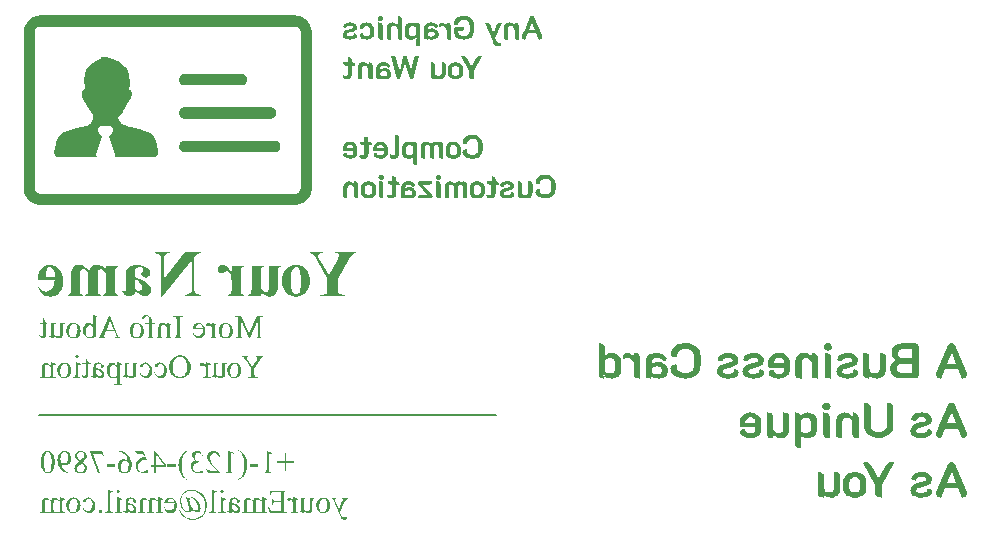
<source format=gbr>
%TF.GenerationSoftware,KiCad,Pcbnew,9.0.1*%
%TF.CreationDate,2025-06-09T22:47:13-04:00*%
%TF.ProjectId,blankBusinessCard,626c616e-6b42-4757-9369-6e6573734361,rev?*%
%TF.SameCoordinates,Original*%
%TF.FileFunction,Legend,Bot*%
%TF.FilePolarity,Positive*%
%FSLAX46Y46*%
G04 Gerber Fmt 4.6, Leading zero omitted, Abs format (unit mm)*
G04 Created by KiCad (PCBNEW 9.0.1) date 2025-06-09 22:47:13*
%MOMM*%
%LPD*%
G01*
G04 APERTURE LIST*
%ADD10C,0.000000*%
%ADD11C,0.150000*%
%ADD12C,0.600000*%
%ADD13C,0.250000*%
%ADD14C,0.500000*%
G04 APERTURE END LIST*
D10*
G36*
X45039775Y-27039079D02*
G01*
X45057650Y-27040893D01*
X45075260Y-27043879D01*
X45092584Y-27048009D01*
X45109599Y-27053253D01*
X45126285Y-27059579D01*
X45142619Y-27066960D01*
X45158580Y-27075364D01*
X45174145Y-27084763D01*
X45189293Y-27095126D01*
X45204002Y-27106423D01*
X45218250Y-27118625D01*
X45232016Y-27131702D01*
X45245278Y-27145625D01*
X45258013Y-27160362D01*
X45270200Y-27175885D01*
X45281818Y-27192164D01*
X45292844Y-27209169D01*
X45303257Y-27226870D01*
X45313035Y-27245238D01*
X45322155Y-27264242D01*
X45330597Y-27283853D01*
X45338339Y-27304040D01*
X45345358Y-27324775D01*
X45351633Y-27346028D01*
X45357142Y-27367768D01*
X45361864Y-27389966D01*
X45365775Y-27412592D01*
X45368856Y-27435616D01*
X45371083Y-27459009D01*
X45372435Y-27482740D01*
X45372891Y-27506780D01*
X45371083Y-27554551D01*
X45365775Y-27600968D01*
X45357142Y-27645792D01*
X45345358Y-27688784D01*
X45330597Y-27729707D01*
X45313034Y-27768322D01*
X45292844Y-27804391D01*
X45270200Y-27837674D01*
X45245277Y-27867935D01*
X45232015Y-27881857D01*
X45218250Y-27894935D01*
X45204001Y-27907137D01*
X45189292Y-27918434D01*
X45174144Y-27928797D01*
X45158579Y-27938196D01*
X45142619Y-27946600D01*
X45126285Y-27953981D01*
X45109599Y-27960307D01*
X45092583Y-27965551D01*
X45075259Y-27969681D01*
X45057649Y-27972667D01*
X45039775Y-27974481D01*
X45021658Y-27975093D01*
X39995235Y-27975093D01*
X39977118Y-27974481D01*
X39959243Y-27972667D01*
X39941633Y-27969681D01*
X39924309Y-27965551D01*
X39907293Y-27960307D01*
X39890608Y-27953981D01*
X39874274Y-27946600D01*
X39858313Y-27938196D01*
X39842748Y-27928797D01*
X39827600Y-27918434D01*
X39812891Y-27907137D01*
X39798642Y-27894935D01*
X39784877Y-27881858D01*
X39771615Y-27867935D01*
X39758880Y-27853198D01*
X39746692Y-27837675D01*
X39735075Y-27821396D01*
X39724048Y-27804391D01*
X39713636Y-27786690D01*
X39703858Y-27768322D01*
X39694737Y-27749318D01*
X39686295Y-27729707D01*
X39678554Y-27709519D01*
X39671535Y-27688784D01*
X39665260Y-27667532D01*
X39659750Y-27645792D01*
X39655029Y-27623594D01*
X39651117Y-27600968D01*
X39648037Y-27577944D01*
X39645810Y-27554551D01*
X39644457Y-27530820D01*
X39644002Y-27506780D01*
X39645810Y-27459009D01*
X39651117Y-27412592D01*
X39659751Y-27367768D01*
X39671535Y-27324776D01*
X39686295Y-27283853D01*
X39703858Y-27245238D01*
X39724049Y-27209169D01*
X39746693Y-27175885D01*
X39771616Y-27145625D01*
X39784877Y-27131702D01*
X39798643Y-27118625D01*
X39812891Y-27106423D01*
X39827600Y-27095126D01*
X39842749Y-27084763D01*
X39858314Y-27075364D01*
X39874274Y-27066960D01*
X39890608Y-27059579D01*
X39907294Y-27053253D01*
X39924309Y-27048009D01*
X39941633Y-27043879D01*
X39959243Y-27040893D01*
X39977118Y-27039079D01*
X39995235Y-27038467D01*
X45021658Y-27038467D01*
X45039775Y-27039079D01*
G37*
G36*
X33192800Y-25574000D02*
G01*
X33308366Y-25584012D01*
X33430211Y-25601820D01*
X33557033Y-25626941D01*
X33687529Y-25658894D01*
X33820397Y-25697195D01*
X33954334Y-25741362D01*
X34088039Y-25790912D01*
X34220210Y-25845363D01*
X34349543Y-25904233D01*
X34474737Y-25967038D01*
X34594489Y-26033296D01*
X34707498Y-26102526D01*
X34812460Y-26174243D01*
X34908075Y-26247966D01*
X34993038Y-26323213D01*
X35066049Y-26399500D01*
X35110755Y-26453463D01*
X35151944Y-26508180D01*
X35189750Y-26563625D01*
X35224307Y-26619773D01*
X35255750Y-26676598D01*
X35284212Y-26734075D01*
X35309828Y-26792179D01*
X35332731Y-26850883D01*
X35370936Y-26969993D01*
X35399901Y-27091202D01*
X35420698Y-27214306D01*
X35434399Y-27339102D01*
X35442077Y-27465385D01*
X35444805Y-27592954D01*
X35443656Y-27721604D01*
X35439701Y-27851132D01*
X35417284Y-28373953D01*
X35437654Y-28380699D01*
X35457087Y-28388297D01*
X35475579Y-28396761D01*
X35493124Y-28406106D01*
X35509715Y-28416346D01*
X35525347Y-28427496D01*
X35540013Y-28439570D01*
X35553709Y-28452584D01*
X35566428Y-28466550D01*
X35578165Y-28481485D01*
X35588913Y-28497402D01*
X35598668Y-28514316D01*
X35607422Y-28532242D01*
X35615171Y-28551194D01*
X35621908Y-28571186D01*
X35627627Y-28592234D01*
X35632811Y-28616632D01*
X35636449Y-28642215D01*
X35638528Y-28669008D01*
X35639038Y-28697034D01*
X35637966Y-28726315D01*
X35635302Y-28756875D01*
X35631033Y-28788737D01*
X35625147Y-28821925D01*
X35617634Y-28856462D01*
X35608482Y-28892370D01*
X35597678Y-28929674D01*
X35585212Y-28968397D01*
X35571071Y-29008561D01*
X35555245Y-29050190D01*
X35537721Y-29093308D01*
X35518487Y-29137937D01*
X35516999Y-29140945D01*
X35516255Y-29142507D01*
X35515511Y-29144138D01*
X35514767Y-29145863D01*
X35514022Y-29147704D01*
X35513278Y-29149685D01*
X35512534Y-29151828D01*
X35056128Y-29901921D01*
X34922710Y-30118156D01*
X34854199Y-30224296D01*
X34783525Y-30328065D01*
X34747152Y-30378813D01*
X34709967Y-30428672D01*
X34671882Y-30477542D01*
X34632805Y-30525325D01*
X34592648Y-30571922D01*
X34551318Y-30617234D01*
X34508727Y-30661163D01*
X34464785Y-30703609D01*
X34429066Y-30735359D01*
X34455731Y-30773186D01*
X34484628Y-30814734D01*
X34515014Y-30859258D01*
X34546144Y-30906015D01*
X34593303Y-30976863D01*
X34642137Y-31048642D01*
X34692087Y-31120048D01*
X34717307Y-31155205D01*
X34742596Y-31189780D01*
X34789006Y-31226805D01*
X34840218Y-31262042D01*
X34955792Y-31327528D01*
X35086807Y-31386996D01*
X35230752Y-31441207D01*
X35385114Y-31490917D01*
X35547384Y-31536887D01*
X35885595Y-31620637D01*
X36225296Y-31698528D01*
X36546392Y-31776628D01*
X36693686Y-31817653D01*
X36828794Y-31861006D01*
X36949205Y-31907447D01*
X37052408Y-31957733D01*
X37082008Y-31974759D01*
X37111261Y-31992367D01*
X37140148Y-32010579D01*
X37168649Y-32029419D01*
X37196743Y-32048910D01*
X37224409Y-32069075D01*
X37251628Y-32089938D01*
X37278379Y-32111522D01*
X37304641Y-32133850D01*
X37330395Y-32156946D01*
X37355619Y-32180832D01*
X37380295Y-32205532D01*
X37404400Y-32231069D01*
X37427916Y-32257467D01*
X37450821Y-32284748D01*
X37473095Y-32312936D01*
X37524016Y-32385203D01*
X37569221Y-32459749D01*
X37609229Y-32536388D01*
X37644558Y-32614933D01*
X37675724Y-32695200D01*
X37703244Y-32777001D01*
X37727637Y-32860151D01*
X37749420Y-32944463D01*
X37891799Y-33638498D01*
X37885445Y-33688468D01*
X37881126Y-33712415D01*
X37876040Y-33735667D01*
X37870184Y-33758220D01*
X37863553Y-33780070D01*
X37856145Y-33801215D01*
X37847956Y-33821650D01*
X37838982Y-33841374D01*
X37829220Y-33860382D01*
X37818666Y-33878671D01*
X37807315Y-33896239D01*
X37795166Y-33913081D01*
X37782213Y-33929195D01*
X37768454Y-33944577D01*
X37753885Y-33959223D01*
X37738501Y-33973132D01*
X37722300Y-33986299D01*
X37705278Y-33998721D01*
X37687431Y-34010395D01*
X37668756Y-34021317D01*
X37649249Y-34031485D01*
X37628905Y-34040895D01*
X37607723Y-34049543D01*
X37585698Y-34057427D01*
X37562826Y-34064544D01*
X37539103Y-34070889D01*
X37514527Y-34076460D01*
X37489094Y-34081253D01*
X37462799Y-34085266D01*
X37435639Y-34088494D01*
X37407611Y-34090935D01*
X34192924Y-34090935D01*
X34195652Y-33982044D01*
X34196552Y-33928248D01*
X34196893Y-33874639D01*
X33734534Y-32267296D01*
X33960753Y-32019249D01*
X33974027Y-31998088D01*
X33986301Y-31977023D01*
X33997553Y-31956056D01*
X34007757Y-31935192D01*
X34016892Y-31914432D01*
X34024934Y-31893780D01*
X34031860Y-31873238D01*
X34037647Y-31852809D01*
X34042271Y-31832497D01*
X34045708Y-31812304D01*
X34047937Y-31792233D01*
X34048933Y-31772287D01*
X34048673Y-31752469D01*
X34047135Y-31732782D01*
X34044294Y-31713228D01*
X34040127Y-31693812D01*
X34032206Y-31665644D01*
X34022989Y-31639506D01*
X34012529Y-31615324D01*
X34000878Y-31593023D01*
X33988089Y-31572529D01*
X33974215Y-31553766D01*
X33959307Y-31536662D01*
X33943420Y-31521140D01*
X33926606Y-31507127D01*
X33908917Y-31494548D01*
X33890406Y-31483329D01*
X33871126Y-31473395D01*
X33851130Y-31464671D01*
X33830470Y-31457084D01*
X33809198Y-31450559D01*
X33787368Y-31445020D01*
X33765032Y-31440395D01*
X33742243Y-31436608D01*
X33695517Y-31431250D01*
X33647610Y-31428351D01*
X33598945Y-31427316D01*
X33405128Y-31429889D01*
X33225852Y-31426572D01*
X33181716Y-31426753D01*
X33138283Y-31428320D01*
X33095769Y-31431765D01*
X33054389Y-31437579D01*
X33014358Y-31446253D01*
X32975890Y-31458279D01*
X32957310Y-31465702D01*
X32939201Y-31474148D01*
X32921591Y-31483677D01*
X32904507Y-31494350D01*
X32887975Y-31506231D01*
X32872021Y-31519378D01*
X32856674Y-31533855D01*
X32841960Y-31549723D01*
X32827906Y-31567042D01*
X32814539Y-31585875D01*
X32801885Y-31606283D01*
X32789971Y-31628326D01*
X32780134Y-31649722D01*
X32772197Y-31671498D01*
X32766156Y-31693664D01*
X32762004Y-31716228D01*
X32759735Y-31739199D01*
X32759345Y-31762586D01*
X32760826Y-31786397D01*
X32764174Y-31810641D01*
X32769382Y-31835327D01*
X32776445Y-31860464D01*
X32785356Y-31886059D01*
X32796110Y-31912123D01*
X32808702Y-31938664D01*
X32823124Y-31965690D01*
X32839372Y-31993210D01*
X32857440Y-32021233D01*
X33083658Y-32269280D01*
X32621299Y-33876624D01*
X32651064Y-34092921D01*
X29519721Y-34092921D01*
X29464534Y-34086902D01*
X29412805Y-34077794D01*
X29388229Y-34072089D01*
X29364507Y-34065622D01*
X29341635Y-34058395D01*
X29319609Y-34050412D01*
X29298427Y-34041676D01*
X29278084Y-34032191D01*
X29258576Y-34021959D01*
X29239901Y-34010984D01*
X29222054Y-33999270D01*
X29205032Y-33986818D01*
X29188831Y-33973634D01*
X29173448Y-33959720D01*
X29158878Y-33945079D01*
X29145119Y-33929714D01*
X29132166Y-33913630D01*
X29120017Y-33896828D01*
X29108667Y-33879313D01*
X29098112Y-33861088D01*
X29088350Y-33842155D01*
X29079376Y-33822519D01*
X29071187Y-33802182D01*
X29063779Y-33781148D01*
X29057149Y-33759419D01*
X29051292Y-33737001D01*
X29041887Y-33690104D01*
X29035534Y-33640483D01*
X29177912Y-32946448D01*
X29199695Y-32862136D01*
X29224088Y-32778986D01*
X29251609Y-32697185D01*
X29282774Y-32616918D01*
X29318103Y-32538373D01*
X29358111Y-32461734D01*
X29403316Y-32387188D01*
X29454237Y-32314921D01*
X29476489Y-32286733D01*
X29499335Y-32259452D01*
X29522762Y-32233054D01*
X29546758Y-32207517D01*
X29571313Y-32182817D01*
X29596414Y-32158930D01*
X29622050Y-32135835D01*
X29648209Y-32113507D01*
X29674880Y-32091923D01*
X29702051Y-32071060D01*
X29729710Y-32050894D01*
X29757846Y-32031403D01*
X29786447Y-32012564D01*
X29815501Y-31994351D01*
X29844998Y-31976744D01*
X29874924Y-31959718D01*
X29976333Y-31910112D01*
X30094422Y-31864251D01*
X30226801Y-31821412D01*
X30371080Y-31780876D01*
X30685781Y-31703826D01*
X31019412Y-31627335D01*
X31352857Y-31545635D01*
X31513536Y-31501029D01*
X31667000Y-31452958D01*
X31810861Y-31400702D01*
X31942728Y-31343538D01*
X32060212Y-31280748D01*
X32112814Y-31247017D01*
X32160924Y-31211608D01*
X32188492Y-31148554D01*
X32215897Y-31081104D01*
X32242791Y-31011004D01*
X32268824Y-30939997D01*
X32316914Y-30802238D01*
X32357377Y-30681781D01*
X32357966Y-30679176D01*
X32359113Y-30675827D01*
X32364353Y-30660572D01*
X32369613Y-30644992D01*
X32377221Y-30622249D01*
X32381163Y-30606550D01*
X32383016Y-30589999D01*
X32382886Y-30572650D01*
X32380883Y-30554559D01*
X32377115Y-30535781D01*
X32371688Y-30516370D01*
X32364711Y-30496382D01*
X32356292Y-30475870D01*
X32335559Y-30433499D01*
X32310353Y-30389694D01*
X32281536Y-30344894D01*
X32249973Y-30299540D01*
X32216526Y-30254070D01*
X32182058Y-30208922D01*
X32113516Y-30121349D01*
X32051253Y-30040335D01*
X32024634Y-30003385D01*
X32002174Y-29969390D01*
X31601330Y-29332406D01*
X31574634Y-29291692D01*
X31549612Y-29251426D01*
X31526265Y-29211637D01*
X31504592Y-29172353D01*
X31484593Y-29133605D01*
X31466269Y-29095420D01*
X31449619Y-29057828D01*
X31434643Y-29020859D01*
X31421341Y-28984540D01*
X31409714Y-28948902D01*
X31399761Y-28913973D01*
X31391483Y-28879782D01*
X31384878Y-28846359D01*
X31379949Y-28813732D01*
X31376693Y-28781930D01*
X31375112Y-28750983D01*
X31374903Y-28736566D01*
X31375026Y-28722334D01*
X31375487Y-28708289D01*
X31376290Y-28694429D01*
X31377442Y-28680756D01*
X31378949Y-28667268D01*
X31380816Y-28653967D01*
X31383049Y-28640851D01*
X31385655Y-28627922D01*
X31388638Y-28615178D01*
X31392005Y-28602621D01*
X31395762Y-28590249D01*
X31399914Y-28578064D01*
X31404467Y-28566065D01*
X31409427Y-28554252D01*
X31414799Y-28542624D01*
X31420566Y-28530813D01*
X31426706Y-28519196D01*
X31433217Y-28507782D01*
X31440100Y-28496581D01*
X31447355Y-28485601D01*
X31454983Y-28474850D01*
X31462982Y-28464337D01*
X31471354Y-28454072D01*
X31480098Y-28444062D01*
X31489213Y-28434317D01*
X31498701Y-28424845D01*
X31508561Y-28415656D01*
X31518793Y-28406756D01*
X31529397Y-28398157D01*
X31540373Y-28389865D01*
X31551721Y-28381890D01*
X31562980Y-28374631D01*
X31574449Y-28367721D01*
X31586149Y-28361136D01*
X31598106Y-28354853D01*
X31610342Y-28348850D01*
X31622880Y-28343102D01*
X31635743Y-28337587D01*
X31648956Y-28332281D01*
X31640045Y-28198928D01*
X31632740Y-28059088D01*
X31627155Y-27914644D01*
X31623407Y-27767478D01*
X31621612Y-27619476D01*
X31621887Y-27472519D01*
X31624349Y-27328493D01*
X31629112Y-27189281D01*
X31632546Y-27156624D01*
X31636863Y-27124107D01*
X31642018Y-27091682D01*
X31647963Y-27059304D01*
X31654653Y-27026927D01*
X31662040Y-26994502D01*
X31670078Y-26961985D01*
X31678721Y-26929328D01*
X31693370Y-26880647D01*
X31709753Y-26832835D01*
X31727827Y-26785904D01*
X31747547Y-26739863D01*
X31791746Y-26650489D01*
X31841998Y-26564792D01*
X31897947Y-26482851D01*
X31959239Y-26404744D01*
X32025519Y-26330549D01*
X32096432Y-26260346D01*
X32171624Y-26194212D01*
X32250741Y-26132226D01*
X32333427Y-26074466D01*
X32419327Y-26021011D01*
X32508088Y-25971940D01*
X32599355Y-25927331D01*
X32692773Y-25887262D01*
X32787987Y-25851812D01*
X32810431Y-25843469D01*
X32830968Y-25834478D01*
X32849726Y-25824903D01*
X32866831Y-25814807D01*
X32882411Y-25804251D01*
X32896595Y-25793298D01*
X32909509Y-25782012D01*
X32921281Y-25770453D01*
X32932038Y-25758685D01*
X32941909Y-25746770D01*
X32959499Y-25722750D01*
X32989649Y-25675699D01*
X33004248Y-25653667D01*
X33011876Y-25643244D01*
X33019891Y-25633299D01*
X33028423Y-25623894D01*
X33037598Y-25615092D01*
X33047544Y-25606956D01*
X33058389Y-25599549D01*
X33070260Y-25592932D01*
X33083284Y-25587168D01*
X33097590Y-25582319D01*
X33113304Y-25578449D01*
X33130555Y-25575620D01*
X33149469Y-25573893D01*
X33170175Y-25573332D01*
X33192800Y-25574000D01*
G37*
G36*
X47516275Y-29866813D02*
G01*
X47534150Y-29868627D01*
X47551760Y-29871614D01*
X47569084Y-29875744D01*
X47586099Y-29880987D01*
X47602785Y-29887314D01*
X47619119Y-29894694D01*
X47635080Y-29903099D01*
X47650645Y-29912497D01*
X47665793Y-29922860D01*
X47680502Y-29934157D01*
X47694751Y-29946360D01*
X47708517Y-29959437D01*
X47721778Y-29973359D01*
X47734514Y-29988096D01*
X47746701Y-30003620D01*
X47758319Y-30019898D01*
X47769345Y-30036903D01*
X47779758Y-30054604D01*
X47789536Y-30072972D01*
X47798657Y-30091976D01*
X47807099Y-30111587D01*
X47814840Y-30131775D01*
X47821859Y-30152510D01*
X47828134Y-30173762D01*
X47833643Y-30195502D01*
X47838365Y-30217700D01*
X47842277Y-30240326D01*
X47845357Y-30263350D01*
X47847584Y-30286743D01*
X47848937Y-30310474D01*
X47849393Y-30334514D01*
X47847584Y-30382285D01*
X47842277Y-30428702D01*
X47833643Y-30473526D01*
X47821859Y-30516519D01*
X47807098Y-30557441D01*
X47789535Y-30596056D01*
X47769345Y-30632125D01*
X47746701Y-30665409D01*
X47721778Y-30695670D01*
X47708516Y-30709592D01*
X47694750Y-30722669D01*
X47680502Y-30734871D01*
X47665793Y-30746168D01*
X47650644Y-30756531D01*
X47635079Y-30765930D01*
X47619119Y-30774334D01*
X47602785Y-30781715D01*
X47586099Y-30788042D01*
X47569083Y-30793285D01*
X47551760Y-30797415D01*
X47534149Y-30800402D01*
X47516275Y-30802216D01*
X47498158Y-30802827D01*
X39995235Y-30802827D01*
X39977118Y-30802216D01*
X39959243Y-30800402D01*
X39941633Y-30797415D01*
X39924309Y-30793285D01*
X39907293Y-30788042D01*
X39890608Y-30781715D01*
X39874274Y-30774334D01*
X39858313Y-30765930D01*
X39842748Y-30756531D01*
X39827600Y-30746168D01*
X39812891Y-30734871D01*
X39798642Y-30722669D01*
X39784877Y-30709592D01*
X39771615Y-30695670D01*
X39758880Y-30680932D01*
X39746692Y-30665409D01*
X39735075Y-30649130D01*
X39724048Y-30632125D01*
X39713636Y-30614424D01*
X39703858Y-30596056D01*
X39694737Y-30577052D01*
X39686295Y-30557441D01*
X39678554Y-30537254D01*
X39671535Y-30516519D01*
X39665260Y-30495266D01*
X39659750Y-30473526D01*
X39655029Y-30451328D01*
X39651117Y-30428702D01*
X39648037Y-30405678D01*
X39645810Y-30382285D01*
X39644457Y-30358554D01*
X39644002Y-30334514D01*
X39645810Y-30286743D01*
X39651117Y-30240326D01*
X39659751Y-30195502D01*
X39671535Y-30152510D01*
X39686295Y-30111587D01*
X39703858Y-30072972D01*
X39724049Y-30036903D01*
X39746693Y-30003620D01*
X39771616Y-29973359D01*
X39784877Y-29959437D01*
X39798643Y-29946360D01*
X39812891Y-29934157D01*
X39827600Y-29922860D01*
X39842749Y-29912497D01*
X39858314Y-29903099D01*
X39874274Y-29894694D01*
X39890608Y-29887314D01*
X39907294Y-29880987D01*
X39924309Y-29875744D01*
X39941633Y-29871614D01*
X39959243Y-29868627D01*
X39977118Y-29866813D01*
X39995235Y-29866202D01*
X47498158Y-29866202D01*
X47516275Y-29866813D01*
G37*
D11*
X27813000Y-55880000D02*
X66492800Y-55880000D01*
D10*
G36*
X47883383Y-32694547D02*
G01*
X47901258Y-32696361D01*
X47918868Y-32699348D01*
X47936192Y-32703478D01*
X47953207Y-32708721D01*
X47969893Y-32715048D01*
X47986227Y-32722428D01*
X48002188Y-32730833D01*
X48017753Y-32740231D01*
X48032901Y-32750594D01*
X48047610Y-32761892D01*
X48061858Y-32774094D01*
X48075624Y-32787171D01*
X48088885Y-32801093D01*
X48101621Y-32815831D01*
X48113808Y-32831354D01*
X48125426Y-32847633D01*
X48136452Y-32864638D01*
X48146865Y-32882339D01*
X48156643Y-32900706D01*
X48165763Y-32919710D01*
X48174205Y-32939321D01*
X48181947Y-32959509D01*
X48188966Y-32980244D01*
X48195241Y-33001496D01*
X48200750Y-33023236D01*
X48205471Y-33045434D01*
X48209383Y-33068060D01*
X48212464Y-33091084D01*
X48214691Y-33114477D01*
X48216043Y-33138208D01*
X48216499Y-33162248D01*
X48214691Y-33210019D01*
X48209383Y-33256436D01*
X48200750Y-33301260D01*
X48188966Y-33344253D01*
X48174205Y-33385176D01*
X48156642Y-33423791D01*
X48136452Y-33459859D01*
X48113808Y-33493143D01*
X48088885Y-33523404D01*
X48075623Y-33537326D01*
X48061858Y-33550403D01*
X48047609Y-33562605D01*
X48032900Y-33573903D01*
X48017752Y-33584266D01*
X48002187Y-33593664D01*
X47986226Y-33602069D01*
X47969892Y-33609449D01*
X47953207Y-33615776D01*
X47936191Y-33621019D01*
X47918867Y-33625149D01*
X47901257Y-33628136D01*
X47883383Y-33629950D01*
X47865265Y-33630561D01*
X39995235Y-33630561D01*
X39977118Y-33629950D01*
X39959243Y-33628136D01*
X39941633Y-33625149D01*
X39924309Y-33621019D01*
X39907293Y-33615776D01*
X39890608Y-33609449D01*
X39874274Y-33602069D01*
X39858313Y-33593664D01*
X39842748Y-33584266D01*
X39827600Y-33573903D01*
X39812891Y-33562605D01*
X39798642Y-33550403D01*
X39784877Y-33537326D01*
X39771615Y-33523404D01*
X39758880Y-33508666D01*
X39746692Y-33493143D01*
X39735075Y-33476864D01*
X39724048Y-33459859D01*
X39713636Y-33442158D01*
X39703858Y-33423791D01*
X39694737Y-33404787D01*
X39686295Y-33385176D01*
X39678554Y-33364988D01*
X39671535Y-33344253D01*
X39665260Y-33323000D01*
X39659750Y-33301260D01*
X39655029Y-33279062D01*
X39651117Y-33256436D01*
X39648037Y-33233412D01*
X39645810Y-33210019D01*
X39644457Y-33186288D01*
X39644002Y-33162248D01*
X39645810Y-33114477D01*
X39651117Y-33068060D01*
X39659751Y-33023236D01*
X39671535Y-32980244D01*
X39686295Y-32939321D01*
X39703858Y-32900706D01*
X39724049Y-32864638D01*
X39746693Y-32831354D01*
X39771616Y-32801093D01*
X39784877Y-32787171D01*
X39798643Y-32774094D01*
X39812891Y-32761892D01*
X39827600Y-32750594D01*
X39842749Y-32740231D01*
X39858314Y-32730833D01*
X39874274Y-32722428D01*
X39890608Y-32715048D01*
X39907294Y-32708721D01*
X39924309Y-32703478D01*
X39941633Y-32699348D01*
X39959243Y-32696361D01*
X39977118Y-32694547D01*
X39995235Y-32693936D01*
X47865265Y-32693936D01*
X47883383Y-32694547D01*
G37*
G36*
X49521291Y-22077391D02*
G01*
X49592856Y-22082867D01*
X49663403Y-22091884D01*
X49732843Y-22104350D01*
X49801086Y-22120177D01*
X49868041Y-22139275D01*
X49933618Y-22161552D01*
X49997727Y-22186919D01*
X50060278Y-22215286D01*
X50121180Y-22246563D01*
X50180345Y-22280659D01*
X50237681Y-22317485D01*
X50293099Y-22356950D01*
X50346508Y-22398964D01*
X50397818Y-22443438D01*
X50446940Y-22490280D01*
X50476706Y-22522030D01*
X50520270Y-22570642D01*
X50561615Y-22621175D01*
X50600657Y-22673552D01*
X50637315Y-22727692D01*
X50671509Y-22783519D01*
X50703156Y-22840953D01*
X50732175Y-22899916D01*
X50758486Y-22960329D01*
X50782006Y-23022115D01*
X50802654Y-23085194D01*
X50820348Y-23149488D01*
X50835008Y-23214918D01*
X50846552Y-23281407D01*
X50854899Y-23348875D01*
X50859966Y-23417245D01*
X50861673Y-23486437D01*
X50861673Y-36694435D01*
X50859828Y-36766578D01*
X50854352Y-36837837D01*
X50845336Y-36908120D01*
X50832869Y-36977333D01*
X50817042Y-37045383D01*
X50797945Y-37112177D01*
X50775668Y-37177623D01*
X50750301Y-37241627D01*
X50721934Y-37304096D01*
X50690657Y-37364938D01*
X50656561Y-37424058D01*
X50619736Y-37481365D01*
X50580271Y-37536764D01*
X50538257Y-37590164D01*
X50493783Y-37641471D01*
X50446941Y-37690592D01*
X50397820Y-37737434D01*
X50346509Y-37781908D01*
X50293100Y-37823922D01*
X50237682Y-37863387D01*
X50180346Y-37900212D01*
X50121182Y-37934309D01*
X50060279Y-37965585D01*
X49997728Y-37993952D01*
X49933619Y-38019319D01*
X49868042Y-38041596D01*
X49801087Y-38060693D01*
X49732845Y-38076520D01*
X49663405Y-38088987D01*
X49592857Y-38098003D01*
X49521292Y-38103479D01*
X49448800Y-38105324D01*
X27888565Y-38105324D01*
X27816422Y-38103479D01*
X27745163Y-38098003D01*
X27674880Y-38088986D01*
X27605667Y-38076520D01*
X27537617Y-38060693D01*
X27470823Y-38041596D01*
X27405377Y-38019318D01*
X27341374Y-37993951D01*
X27278904Y-37965585D01*
X27218063Y-37934308D01*
X27158943Y-37900212D01*
X27101636Y-37863386D01*
X27046237Y-37823921D01*
X26992837Y-37781907D01*
X26941530Y-37737434D01*
X26892409Y-37690592D01*
X26845217Y-37642169D01*
X26800438Y-37591470D01*
X26758158Y-37538591D01*
X26718466Y-37483627D01*
X26681448Y-37426676D01*
X26647191Y-37367832D01*
X26615783Y-37307192D01*
X26587311Y-37244852D01*
X26561862Y-37180906D01*
X26539523Y-37115453D01*
X26520382Y-37048586D01*
X26504525Y-36980403D01*
X26492041Y-36910999D01*
X26483015Y-36840470D01*
X26477536Y-36768912D01*
X26475690Y-36696420D01*
X26475690Y-36694435D01*
X27414299Y-36694435D01*
X27414922Y-36718498D01*
X27416768Y-36742296D01*
X27419806Y-36765799D01*
X27424004Y-36788972D01*
X27429330Y-36811785D01*
X27435752Y-36834206D01*
X27443237Y-36856202D01*
X27451754Y-36877742D01*
X27461272Y-36898794D01*
X27471757Y-36919325D01*
X27483178Y-36939304D01*
X27495504Y-36958699D01*
X27508701Y-36977477D01*
X27522738Y-36995607D01*
X27537584Y-37013058D01*
X27553206Y-37029795D01*
X27569595Y-37045417D01*
X27586742Y-37060263D01*
X27604617Y-37074300D01*
X27623186Y-37087497D01*
X27642418Y-37099823D01*
X27662280Y-37111244D01*
X27682742Y-37121729D01*
X27703770Y-37131246D01*
X27725333Y-37139764D01*
X27747399Y-37147249D01*
X27769936Y-37153671D01*
X27792912Y-37158996D01*
X27816295Y-37163194D01*
X27840052Y-37166232D01*
X27864153Y-37168078D01*
X27888565Y-37168701D01*
X49448799Y-37168701D01*
X49472862Y-37168078D01*
X49496660Y-37166228D01*
X49520162Y-37163181D01*
X49543336Y-37158965D01*
X49566149Y-37153610D01*
X49588569Y-37147144D01*
X49610566Y-37139597D01*
X49632106Y-37130998D01*
X49653157Y-37121376D01*
X49673688Y-37110759D01*
X49693667Y-37099177D01*
X49713062Y-37086660D01*
X49731841Y-37073235D01*
X49749971Y-37058932D01*
X49767421Y-37043781D01*
X49784159Y-37027810D01*
X49799781Y-37011421D01*
X49814626Y-36994273D01*
X49828663Y-36976399D01*
X49841861Y-36957830D01*
X49854186Y-36938598D01*
X49865607Y-36918736D01*
X49876092Y-36898274D01*
X49885610Y-36877246D01*
X49894127Y-36855683D01*
X49901613Y-36833617D01*
X49908034Y-36811080D01*
X49913360Y-36788104D01*
X49917558Y-36764721D01*
X49920596Y-36740963D01*
X49922442Y-36716863D01*
X49923065Y-36692451D01*
X49923065Y-23488421D01*
X49922534Y-23465496D01*
X49920956Y-23442873D01*
X49918356Y-23420576D01*
X49914755Y-23398628D01*
X49910178Y-23377052D01*
X49904647Y-23355871D01*
X49898186Y-23335109D01*
X49890818Y-23314788D01*
X49882567Y-23294933D01*
X49873455Y-23275566D01*
X49863506Y-23256710D01*
X49852743Y-23238390D01*
X49841189Y-23220627D01*
X49828869Y-23203446D01*
X49815804Y-23186870D01*
X49802018Y-23170921D01*
X49784159Y-23153062D01*
X49767420Y-23137418D01*
X49749967Y-23122509D01*
X49731827Y-23108374D01*
X49713030Y-23095050D01*
X49693606Y-23082574D01*
X49673583Y-23070985D01*
X49652990Y-23060321D01*
X49631856Y-23050618D01*
X49610212Y-23041916D01*
X49588084Y-23034251D01*
X49565503Y-23027662D01*
X49542498Y-23022186D01*
X49519097Y-23017861D01*
X49495331Y-23014725D01*
X49471227Y-23012816D01*
X49446815Y-23012171D01*
X27888565Y-23012171D01*
X27864175Y-23012793D01*
X27840134Y-23014640D01*
X27816465Y-23017678D01*
X27793191Y-23021876D01*
X27770336Y-23027201D01*
X27747922Y-23033623D01*
X27725974Y-23041109D01*
X27704514Y-23049626D01*
X27683566Y-23059143D01*
X27663152Y-23069629D01*
X27643297Y-23081050D01*
X27624023Y-23093375D01*
X27605353Y-23106573D01*
X27587312Y-23120610D01*
X27569922Y-23135456D01*
X27553206Y-23151077D01*
X27537584Y-23167466D01*
X27522738Y-23184614D01*
X27508701Y-23202488D01*
X27495504Y-23221057D01*
X27483178Y-23240289D01*
X27471757Y-23260152D01*
X27461272Y-23280613D01*
X27451754Y-23301642D01*
X27443237Y-23323205D01*
X27435752Y-23345271D01*
X27429330Y-23367808D01*
X27424004Y-23390783D01*
X27419806Y-23414166D01*
X27416768Y-23437924D01*
X27414922Y-23462025D01*
X27414299Y-23486436D01*
X27414299Y-36694435D01*
X26475690Y-36694435D01*
X26475690Y-23488421D01*
X26475741Y-23486436D01*
X26477535Y-23416278D01*
X26483011Y-23345019D01*
X26492028Y-23274736D01*
X26504494Y-23205523D01*
X26520321Y-23137473D01*
X26539419Y-23070679D01*
X26561696Y-23005233D01*
X26587063Y-22941230D01*
X26615430Y-22878760D01*
X26646707Y-22817919D01*
X26680803Y-22758799D01*
X26717629Y-22701492D01*
X26757094Y-22646093D01*
X26799108Y-22592693D01*
X26843582Y-22541386D01*
X26890424Y-22492265D01*
X26939546Y-22445073D01*
X26990856Y-22400294D01*
X27044265Y-22358014D01*
X27099683Y-22318322D01*
X27157019Y-22281304D01*
X27216184Y-22247047D01*
X27277086Y-22215639D01*
X27339637Y-22187167D01*
X27403746Y-22161718D01*
X27469323Y-22139379D01*
X27536278Y-22120238D01*
X27604520Y-22104381D01*
X27673960Y-22091897D01*
X27744508Y-22082871D01*
X27816073Y-22077392D01*
X27888565Y-22075546D01*
X49448799Y-22075546D01*
X49521291Y-22077391D01*
G37*
D12*
G36*
X50681714Y-42097324D02*
G01*
X50681714Y-42191113D01*
X50850333Y-42232786D01*
X50963082Y-42298092D01*
X51108355Y-42468290D01*
X51394903Y-42925796D01*
X52198218Y-44271818D01*
X52198218Y-45161106D01*
X52188037Y-45428478D01*
X52168176Y-45527226D01*
X52125717Y-45592167D01*
X52049474Y-45653500D01*
X51951177Y-45693267D01*
X51812802Y-45708210D01*
X51605196Y-45708210D01*
X51605196Y-45802000D01*
X53684680Y-45802000D01*
X53684680Y-45708210D01*
X53490751Y-45708210D01*
X53337352Y-45691992D01*
X53231121Y-45649348D01*
X53169343Y-45598106D01*
X53119013Y-45514526D01*
X53099211Y-45420671D01*
X53088971Y-45161106D01*
X53088971Y-44424714D01*
X53960674Y-42832495D01*
X54211992Y-42413883D01*
X54327038Y-42277575D01*
X54446358Y-42215607D01*
X54611093Y-42191113D01*
X54611093Y-42097324D01*
X52834959Y-42097324D01*
X52834959Y-42191113D01*
X52914093Y-42191113D01*
X53061504Y-42205234D01*
X53139530Y-42238252D01*
X53189477Y-42289375D01*
X53203765Y-42337659D01*
X53167701Y-42468098D01*
X52985168Y-42837624D01*
X52315698Y-44057861D01*
X51648915Y-42947533D01*
X51488038Y-42657377D01*
X51417372Y-42488355D01*
X51400276Y-42398231D01*
X51417320Y-42331188D01*
X51471351Y-42273912D01*
X51586225Y-42223155D01*
X51813047Y-42191113D01*
X51813047Y-42097324D01*
X50681714Y-42097324D01*
G37*
G36*
X49803714Y-43202794D02*
G01*
X50034129Y-43279811D01*
X50233745Y-43405538D01*
X50407673Y-43584030D01*
X50546411Y-43795830D01*
X50645189Y-44023522D01*
X50705320Y-44270308D01*
X50725922Y-44540241D01*
X50705885Y-44801988D01*
X50647235Y-45042891D01*
X50550599Y-45266710D01*
X50414512Y-45476424D01*
X50244179Y-45651417D01*
X50043886Y-45775908D01*
X49807675Y-45852990D01*
X49526445Y-45880157D01*
X49241974Y-45851105D01*
X48998923Y-45767890D01*
X48788620Y-45631821D01*
X48605650Y-45438078D01*
X48487570Y-45249433D01*
X48401666Y-45037907D01*
X48348270Y-44799550D01*
X48329655Y-44529494D01*
X48344520Y-44313095D01*
X49132970Y-44313095D01*
X49150499Y-45038481D01*
X49187680Y-45364072D01*
X49242579Y-45515747D01*
X49329585Y-45624191D01*
X49420024Y-45674866D01*
X49534505Y-45692579D01*
X49651777Y-45668049D01*
X49758720Y-45591462D01*
X49837067Y-45473185D01*
X49886948Y-45295684D01*
X49915384Y-45036169D01*
X49925294Y-44748336D01*
X49916348Y-44226269D01*
X49894031Y-43884937D01*
X49860190Y-43678263D01*
X49814776Y-43546987D01*
X49762872Y-43468992D01*
X49652482Y-43389565D01*
X49523758Y-43363479D01*
X49417173Y-43378684D01*
X49337890Y-43420876D01*
X49252566Y-43518244D01*
X49184994Y-43674156D01*
X49149224Y-43884064D01*
X49132970Y-44313095D01*
X48344520Y-44313095D01*
X48346669Y-44281814D01*
X48396554Y-44051729D01*
X48478643Y-43836333D01*
X48594537Y-43639488D01*
X48739080Y-43477932D01*
X48914373Y-43347847D01*
X49111495Y-43252068D01*
X49317126Y-43195080D01*
X49534505Y-43175900D01*
X49803714Y-43202794D01*
G37*
G36*
X45782935Y-43254058D02*
G01*
X45782935Y-45254896D01*
X45764766Y-45517091D01*
X45728225Y-45617352D01*
X45654658Y-45672055D01*
X45506941Y-45708210D01*
X45506941Y-45802000D01*
X46547904Y-45802000D01*
X46547904Y-45460548D01*
X46738517Y-45656080D01*
X46914268Y-45779773D01*
X47106047Y-45854547D01*
X47323863Y-45880157D01*
X47463221Y-45865258D01*
X47590142Y-45821370D01*
X47707813Y-45747533D01*
X47850109Y-45600958D01*
X47933249Y-45437101D01*
X47972978Y-45226170D01*
X47990646Y-44815991D01*
X47990646Y-43801162D01*
X48008378Y-43539829D01*
X48043891Y-43440660D01*
X48116516Y-43386148D01*
X48266640Y-43347847D01*
X48266640Y-43254058D01*
X47225677Y-43254058D01*
X47225677Y-44993311D01*
X47217185Y-45241688D01*
X47199788Y-45344533D01*
X47165249Y-45415281D01*
X47117722Y-45464212D01*
X47057849Y-45494640D01*
X46988029Y-45505000D01*
X46893944Y-45491933D01*
X46810220Y-45453221D01*
X46702131Y-45358992D01*
X46547904Y-45166480D01*
X46547904Y-43801162D01*
X46565636Y-43539829D01*
X46601149Y-43440660D01*
X46673773Y-43386148D01*
X46823898Y-43347847D01*
X46823898Y-43254058D01*
X45782935Y-43254058D01*
G37*
G36*
X44079341Y-43254058D02*
G01*
X44079341Y-43826319D01*
X43897557Y-43568613D01*
X43751321Y-43402513D01*
X43634086Y-43304616D01*
X43439884Y-43205953D01*
X43265035Y-43175900D01*
X43124942Y-43200074D01*
X43020548Y-43268713D01*
X42953456Y-43376212D01*
X42928957Y-43531030D01*
X42952969Y-43696800D01*
X43017862Y-43811176D01*
X43116606Y-43886102D01*
X43232307Y-43910583D01*
X43368279Y-43888224D01*
X43483633Y-43822167D01*
X43609418Y-43723004D01*
X43672188Y-43707373D01*
X43747765Y-43721725D01*
X43822398Y-43767212D01*
X43918485Y-43875828D01*
X43991902Y-44030995D01*
X44056744Y-44303710D01*
X44079341Y-44613270D01*
X44079341Y-45200918D01*
X44076654Y-45348685D01*
X44070373Y-45494479D01*
X44057604Y-45553605D01*
X44016102Y-45620250D01*
X43960639Y-45664735D01*
X43884588Y-45690879D01*
X43743263Y-45708210D01*
X43743263Y-45802000D01*
X45123235Y-45802000D01*
X45123235Y-45708210D01*
X44975279Y-45675140D01*
X44897799Y-45617108D01*
X44858723Y-45507140D01*
X44838936Y-45208001D01*
X44838936Y-43801162D01*
X44846220Y-43595969D01*
X44860918Y-43513933D01*
X44895657Y-43443651D01*
X44940053Y-43398650D01*
X45003167Y-43370146D01*
X45123235Y-43347847D01*
X45123235Y-43254058D01*
X44079341Y-43254058D01*
G37*
G36*
X40151672Y-42097324D02*
G01*
X38323758Y-44373912D01*
X38323758Y-42800743D01*
X38337734Y-42575369D01*
X38372353Y-42431762D01*
X38419502Y-42345475D01*
X38518617Y-42261775D01*
X38660107Y-42208532D01*
X38859383Y-42191113D01*
X38859383Y-42097324D01*
X37635238Y-42097324D01*
X37635238Y-42191113D01*
X37849863Y-42230668D01*
X37950800Y-42269759D01*
X38020712Y-42330991D01*
X38076585Y-42427052D01*
X38107801Y-42555709D01*
X38121525Y-42800743D01*
X38121525Y-45880157D01*
X38214338Y-45880157D01*
X40720025Y-42792928D01*
X40720025Y-45161106D01*
X40700050Y-45370460D01*
X40648935Y-45508293D01*
X40573968Y-45595614D01*
X40417548Y-45679911D01*
X40239111Y-45708210D01*
X40151672Y-45708210D01*
X40151672Y-45802000D01*
X41466187Y-45802000D01*
X41466187Y-45708210D01*
X41265257Y-45689689D01*
X41129159Y-45645380D01*
X41039983Y-45581937D01*
X40978080Y-45491021D01*
X40935848Y-45356090D01*
X40919571Y-45161106D01*
X40919571Y-42547219D01*
X40998706Y-42449766D01*
X41118164Y-42312786D01*
X41206557Y-42245824D01*
X41307928Y-42209601D01*
X41466187Y-42191113D01*
X41466187Y-42097324D01*
X40151672Y-42097324D01*
G37*
G36*
X36327476Y-43199943D02*
G01*
X36611128Y-43271644D01*
X36789420Y-43347979D01*
X36932512Y-43439844D01*
X37045636Y-43546661D01*
X37134570Y-43672525D01*
X37184847Y-43796823D01*
X37201218Y-43922795D01*
X37173051Y-44051633D01*
X37085203Y-44166305D01*
X36956830Y-44243501D01*
X36796996Y-44270108D01*
X36648653Y-44245042D01*
X36536145Y-44173632D01*
X36461148Y-44066783D01*
X36436250Y-43939892D01*
X36459859Y-43831250D01*
X36540053Y-43707617D01*
X36600716Y-43621291D01*
X36616501Y-43562048D01*
X36599961Y-43501167D01*
X36545426Y-43444568D01*
X36419473Y-43384997D01*
X36253068Y-43363479D01*
X36148802Y-43377982D01*
X36056452Y-43420876D01*
X35981119Y-43485159D01*
X35937506Y-43555210D01*
X35916548Y-43659031D01*
X35905998Y-43928657D01*
X35905998Y-44191706D01*
X36473226Y-44468742D01*
X36816120Y-44668921D01*
X37001916Y-44810129D01*
X37145384Y-44977326D01*
X37226523Y-45149834D01*
X37253242Y-45333297D01*
X37236654Y-45470355D01*
X37188644Y-45587917D01*
X37108406Y-45690625D01*
X37004422Y-45769435D01*
X36884846Y-45816835D01*
X36744973Y-45833263D01*
X36572132Y-45811721D01*
X36378910Y-45742147D01*
X36158933Y-45613621D01*
X35905998Y-45411211D01*
X35874977Y-45547261D01*
X35824397Y-45650754D01*
X35755789Y-45728482D01*
X35667999Y-45784453D01*
X35556292Y-45820252D01*
X35414093Y-45833263D01*
X35236844Y-45809127D01*
X35082167Y-45738252D01*
X34945030Y-45621428D01*
X34799334Y-45432704D01*
X34881400Y-45385810D01*
X34958079Y-45441780D01*
X35026236Y-45458106D01*
X35089006Y-45436612D01*
X35130039Y-45370667D01*
X35139322Y-45223632D01*
X35905998Y-45223632D01*
X36032823Y-45317540D01*
X36136476Y-45365700D01*
X36223026Y-45379948D01*
X36334786Y-45360582D01*
X36414268Y-45306431D01*
X36482136Y-45203055D01*
X36504393Y-45086124D01*
X36479053Y-44940750D01*
X36397904Y-44789613D01*
X36279851Y-44653828D01*
X36118657Y-44516111D01*
X35905998Y-44376110D01*
X35905998Y-45223632D01*
X35139322Y-45223632D01*
X35143717Y-45154023D01*
X35143717Y-44177052D01*
X35156401Y-43806590D01*
X35182063Y-43657547D01*
X35236573Y-43547947D01*
X35325576Y-43438595D01*
X35456592Y-43328064D01*
X35605276Y-43247208D01*
X35793632Y-43194943D01*
X36031784Y-43175900D01*
X36327476Y-43199943D01*
G37*
G36*
X33457708Y-43254058D02*
G01*
X33457708Y-43605279D01*
X33243617Y-43392450D01*
X33068385Y-43271155D01*
X32882047Y-43200001D01*
X32676375Y-43175900D01*
X32516155Y-43190022D01*
X32380179Y-43230120D01*
X32263849Y-43294602D01*
X32164641Y-43383659D01*
X32078894Y-43502389D01*
X32006906Y-43656570D01*
X31782366Y-43428386D01*
X31587541Y-43288985D01*
X31380747Y-43203799D01*
X31167931Y-43175900D01*
X30995089Y-43190937D01*
X30856762Y-43232552D01*
X30745880Y-43297778D01*
X30612488Y-43436278D01*
X30527282Y-43607478D01*
X30484170Y-43823062D01*
X30465733Y-44205872D01*
X30465733Y-45254896D01*
X30447950Y-45517860D01*
X30412488Y-45616619D01*
X30339986Y-45670337D01*
X30189739Y-45708210D01*
X30189739Y-45802000D01*
X31509627Y-45802000D01*
X31509627Y-45708210D01*
X31371345Y-45670259D01*
X31280039Y-45589508D01*
X31246805Y-45492363D01*
X31230702Y-45254896D01*
X31230702Y-44164107D01*
X31239794Y-43855290D01*
X31258057Y-43733018D01*
X31294767Y-43650282D01*
X31344275Y-43595998D01*
X31407458Y-43562497D01*
X31482272Y-43551057D01*
X31596988Y-43571153D01*
X31719920Y-43636298D01*
X31835107Y-43736889D01*
X31963186Y-43892020D01*
X31963186Y-45254896D01*
X31947784Y-45501760D01*
X31916780Y-45597568D01*
X31866407Y-45651153D01*
X31789487Y-45688829D01*
X31676201Y-45708210D01*
X31676201Y-45802000D01*
X32998776Y-45802000D01*
X32998776Y-45708210D01*
X32900067Y-45691292D01*
X32830737Y-45655698D01*
X32778842Y-45602836D01*
X32748671Y-45542369D01*
X32734849Y-45457097D01*
X32728155Y-45254896D01*
X32728155Y-44166061D01*
X32737375Y-43853245D01*
X32755510Y-43735217D01*
X32792785Y-43657007D01*
X32847101Y-43599906D01*
X32914501Y-43562994D01*
X32985098Y-43551057D01*
X33089838Y-43565255D01*
X33184400Y-43607478D01*
X33308231Y-43711269D01*
X33457708Y-43892020D01*
X33457708Y-45254896D01*
X33440750Y-45498458D01*
X33404463Y-45607094D01*
X33330084Y-45671111D01*
X33181714Y-45708210D01*
X33181714Y-45802000D01*
X34498915Y-45802000D01*
X34498915Y-45708210D01*
X34355088Y-45671826D01*
X34269327Y-45605628D01*
X34238914Y-45517042D01*
X34222921Y-45254896D01*
X34222921Y-43801162D01*
X34240653Y-43539829D01*
X34276166Y-43440660D01*
X34348791Y-43386148D01*
X34498915Y-43347847D01*
X34498915Y-43254058D01*
X33457708Y-43254058D01*
G37*
G36*
X28895832Y-43199151D02*
G01*
X29102387Y-43268026D01*
X29297045Y-43384356D01*
X29482900Y-43553988D01*
X29629688Y-43751715D01*
X29737090Y-43982503D01*
X29804626Y-44252655D01*
X29828504Y-44570283D01*
X29800348Y-44910855D01*
X29720712Y-45198691D01*
X29593542Y-45443451D01*
X29465112Y-45601114D01*
X29317966Y-45721330D01*
X29149825Y-45807788D01*
X28956624Y-45861388D01*
X28732830Y-45880157D01*
X28518209Y-45859818D01*
X28325829Y-45800574D01*
X28151044Y-45702593D01*
X27999826Y-45569153D01*
X27846815Y-45373025D01*
X27691867Y-45098580D01*
X27784680Y-45036054D01*
X27943585Y-45249812D01*
X28071665Y-45366270D01*
X28212842Y-45435092D01*
X28369397Y-45458106D01*
X28535950Y-45433749D01*
X28685257Y-45361093D01*
X28822956Y-45234379D01*
X28927673Y-45083586D01*
X29008709Y-44904742D01*
X29064966Y-44692916D01*
X29093577Y-44442055D01*
X27691867Y-44442055D01*
X27710270Y-44254477D01*
X28364024Y-44254477D01*
X29107255Y-44254477D01*
X29107255Y-44159955D01*
X29086841Y-43884727D01*
X29031196Y-43669187D01*
X28946054Y-43501232D01*
X28877606Y-43422520D01*
X28801354Y-43378271D01*
X28713779Y-43363479D01*
X28625243Y-43376400D01*
X28560639Y-43412083D01*
X28475440Y-43511438D01*
X28411895Y-43657792D01*
X28378987Y-43853633D01*
X28364024Y-44254477D01*
X27710270Y-44254477D01*
X27722999Y-44124730D01*
X27787527Y-43867808D01*
X27880441Y-43660799D01*
X27999369Y-43495126D01*
X28153280Y-43351829D01*
X28314846Y-43253649D01*
X28486679Y-43195531D01*
X28672747Y-43175900D01*
X28895832Y-43199151D01*
G37*
D13*
G36*
X48710295Y-60612789D02*
G01*
X48710295Y-59940633D01*
X49390633Y-59940633D01*
X49390633Y-59831212D01*
X48710295Y-59831212D01*
X48710295Y-59159056D01*
X48600996Y-59159056D01*
X48600996Y-59831212D01*
X47917849Y-59831212D01*
X47917849Y-59940633D01*
X48600996Y-59940633D01*
X48600996Y-60612789D01*
X48710295Y-60612789D01*
G37*
G36*
X47534510Y-59143424D02*
G01*
X47083637Y-58924583D01*
X47038575Y-58924583D01*
X47038575Y-60487737D01*
X47034193Y-60635951D01*
X47025630Y-60691069D01*
X47005922Y-60726117D01*
X46971652Y-60752618D01*
X46919848Y-60767798D01*
X46804956Y-60776921D01*
X46804956Y-60816000D01*
X47501659Y-60816000D01*
X47501659Y-60776921D01*
X47382231Y-60767869D01*
X47332277Y-60753351D01*
X47299410Y-60728551D01*
X47279032Y-60697542D01*
X47269275Y-60645630D01*
X47264011Y-60487737D01*
X47264011Y-59487318D01*
X47268521Y-59301064D01*
X47277688Y-59225246D01*
X47291905Y-59185712D01*
X47312493Y-59160766D01*
X47339999Y-59145493D01*
X47373309Y-59140249D01*
X47427526Y-59149002D01*
X47513993Y-59182503D01*
X47534510Y-59143424D01*
G37*
G36*
X46349932Y-60089133D02*
G01*
X45643582Y-60089133D01*
X45643582Y-60292343D01*
X46349932Y-60292343D01*
X46349932Y-60089133D01*
G37*
G36*
X44662458Y-61355288D02*
G01*
X44662458Y-61409998D01*
X44795841Y-61334660D01*
X44909949Y-61253561D01*
X45006718Y-61166854D01*
X45127374Y-61027634D01*
X45228311Y-60872519D01*
X45310068Y-60699862D01*
X45369283Y-60518015D01*
X45404693Y-60332292D01*
X45416558Y-60141279D01*
X45403188Y-59931899D01*
X45363803Y-59734693D01*
X45298793Y-59547662D01*
X45207608Y-59369105D01*
X45092177Y-59203357D01*
X44963360Y-59066661D01*
X44820584Y-58956109D01*
X44662458Y-58869872D01*
X44662458Y-58924583D01*
X44767847Y-58994073D01*
X44859493Y-59078335D01*
X44938452Y-59178473D01*
X45001631Y-59289766D01*
X45055763Y-59424508D01*
X45099653Y-59586481D01*
X45139385Y-59837054D01*
X45152898Y-60102444D01*
X45141085Y-60387511D01*
X45107835Y-60633306D01*
X45066097Y-60811506D01*
X45021739Y-60935556D01*
X44963153Y-61046271D01*
X44885818Y-61154642D01*
X44790372Y-61254603D01*
X44662458Y-61355288D01*
G37*
G36*
X44271425Y-59143424D02*
G01*
X43820553Y-58924583D01*
X43775490Y-58924583D01*
X43775490Y-60487737D01*
X43771109Y-60635951D01*
X43762545Y-60691069D01*
X43742838Y-60726117D01*
X43708568Y-60752618D01*
X43656764Y-60767798D01*
X43541872Y-60776921D01*
X43541872Y-60816000D01*
X44238575Y-60816000D01*
X44238575Y-60776921D01*
X44119147Y-60767869D01*
X44069192Y-60753351D01*
X44036326Y-60728551D01*
X44015947Y-60697542D01*
X44006191Y-60645630D01*
X44000926Y-60487737D01*
X44000926Y-59487318D01*
X44005436Y-59301064D01*
X44014604Y-59225246D01*
X44028821Y-59185712D01*
X44049409Y-59160766D01*
X44076915Y-59145493D01*
X44110225Y-59140249D01*
X44164442Y-59149002D01*
X44250909Y-59182503D01*
X44271425Y-59143424D01*
G37*
G36*
X41917413Y-60454642D02*
G01*
X42047228Y-60816000D01*
X43140215Y-60816000D01*
X43140215Y-60764342D01*
X42822439Y-60461233D01*
X42603225Y-60226053D01*
X42461219Y-60046512D01*
X42369133Y-59899268D01*
X42308765Y-59766961D01*
X42275116Y-59647093D01*
X42264482Y-59537144D01*
X42277095Y-59424410D01*
X42313164Y-59329541D01*
X42372437Y-59248571D01*
X42450080Y-59185180D01*
X42535144Y-59148149D01*
X42630602Y-59135609D01*
X42719033Y-59144547D01*
X42800164Y-59170895D01*
X42875822Y-59215110D01*
X42940225Y-59274409D01*
X42993732Y-59351057D01*
X43036289Y-59448240D01*
X43086847Y-59448240D01*
X43061242Y-59322621D01*
X43022804Y-59218102D01*
X42972716Y-59131421D01*
X42911237Y-59060016D01*
X42836599Y-59001062D01*
X42754012Y-58959127D01*
X42661887Y-58933461D01*
X42558062Y-58924583D01*
X42447578Y-58934072D01*
X42349450Y-58961519D01*
X42261380Y-59006398D01*
X42181683Y-59069541D01*
X42114404Y-59147005D01*
X42067881Y-59228831D01*
X42040145Y-59316319D01*
X42030741Y-59411359D01*
X42037820Y-59503883D01*
X42059371Y-59597429D01*
X42096321Y-59692971D01*
X42172457Y-59834902D01*
X42279961Y-59990452D01*
X42424217Y-60161551D01*
X42735689Y-60492584D01*
X42849199Y-60604974D01*
X42365598Y-60604974D01*
X42228986Y-60601630D01*
X42158603Y-60594105D01*
X42101821Y-60577397D01*
X42051380Y-60549653D01*
X42007610Y-60510262D01*
X41967971Y-60454642D01*
X41917413Y-60454642D01*
G37*
G36*
X41659126Y-59315371D02*
G01*
X41598856Y-59195317D01*
X41532030Y-59100230D01*
X41458969Y-59026432D01*
X41373431Y-58970660D01*
X41274215Y-58936518D01*
X41157695Y-58924583D01*
X41048297Y-58934489D01*
X40957091Y-58962437D01*
X40880519Y-59007157D01*
X40816122Y-59069297D01*
X40764961Y-59144988D01*
X40735644Y-59221307D01*
X40725996Y-59300106D01*
X40739190Y-59392921D01*
X40781182Y-59491441D01*
X40858329Y-59598918D01*
X40980131Y-59718006D01*
X40872261Y-59771003D01*
X40787338Y-59834743D01*
X40721966Y-59909248D01*
X40673907Y-59995675D01*
X40644639Y-60092212D01*
X40634527Y-60201362D01*
X40644353Y-60319038D01*
X40673072Y-60426426D01*
X40720468Y-60525510D01*
X40787545Y-60617796D01*
X40871589Y-60698137D01*
X40969048Y-60761211D01*
X41081895Y-60807666D01*
X41212890Y-60836933D01*
X41365424Y-60847263D01*
X41491435Y-60840527D01*
X41571938Y-60823876D01*
X41620291Y-60801467D01*
X41672940Y-60751019D01*
X41687824Y-60703281D01*
X41680025Y-60667080D01*
X41655707Y-60634649D01*
X41620501Y-60612450D01*
X41578526Y-60604974D01*
X41508917Y-60615720D01*
X41403648Y-60664813D01*
X41290319Y-60715249D01*
X41238617Y-60726254D01*
X41182364Y-60730026D01*
X41094011Y-60718135D01*
X41014104Y-60682761D01*
X40939953Y-60621704D01*
X40882294Y-60544496D01*
X40848308Y-60459954D01*
X40836760Y-60365371D01*
X40848594Y-60259016D01*
X40884632Y-60154224D01*
X40923720Y-60083824D01*
X40962423Y-60037720D01*
X41028622Y-59987610D01*
X41123623Y-59938313D01*
X41227718Y-59904755D01*
X41332695Y-59893739D01*
X41376415Y-59893739D01*
X41376415Y-59854660D01*
X41270281Y-59829108D01*
X41159894Y-59776990D01*
X41064035Y-59704494D01*
X41002113Y-59623117D01*
X40965346Y-59529296D01*
X40952898Y-59425525D01*
X40963250Y-59335686D01*
X40992719Y-59261251D01*
X41041069Y-59198745D01*
X41104238Y-59150824D01*
X41176388Y-59122091D01*
X41260277Y-59112161D01*
X41358906Y-59125404D01*
X41449048Y-59164961D01*
X41533646Y-59233496D01*
X41614063Y-59337231D01*
X41659126Y-59315371D01*
G37*
G36*
X40339360Y-58924583D02*
G01*
X40339360Y-58869872D01*
X40205144Y-58944476D01*
X40090616Y-59025092D01*
X39993756Y-59111551D01*
X39873818Y-59251568D01*
X39773367Y-59406993D01*
X39691872Y-59579398D01*
X39632640Y-59760786D01*
X39597165Y-59946703D01*
X39585260Y-60138592D01*
X39598594Y-60347996D01*
X39637870Y-60545215D01*
X39702694Y-60732238D01*
X39793599Y-60910766D01*
X39908701Y-61076403D01*
X40037492Y-61213077D01*
X40180567Y-61323677D01*
X40339360Y-61409998D01*
X40339360Y-61355288D01*
X40233835Y-61285079D01*
X40141980Y-61200587D01*
X40062755Y-61100787D01*
X39999218Y-60989786D01*
X39945073Y-60855080D01*
X39901554Y-60692779D01*
X39862270Y-60441585D01*
X39848920Y-60176083D01*
X39860700Y-59892054D01*
X39893983Y-59645221D01*
X39934892Y-59467153D01*
X39979468Y-59343581D01*
X40038354Y-59233421D01*
X40115389Y-59125228D01*
X40210465Y-59025401D01*
X40339360Y-58924583D01*
G37*
G36*
X39356771Y-60089133D02*
G01*
X38650420Y-60089133D01*
X38650420Y-60292343D01*
X39356771Y-60292343D01*
X39356771Y-60089133D01*
G37*
G36*
X38494471Y-60147507D02*
G01*
X38494471Y-60323606D01*
X37710208Y-60323606D01*
X37710208Y-60816000D01*
X37484771Y-60816000D01*
X37484771Y-60323606D01*
X37236132Y-60323606D01*
X37236132Y-60128212D01*
X37484771Y-60128212D01*
X37710208Y-60128212D01*
X38360626Y-60128212D01*
X37710208Y-59202531D01*
X37710208Y-60128212D01*
X37484771Y-60128212D01*
X37484771Y-58924583D01*
X37635103Y-58924583D01*
X38494471Y-60147507D01*
G37*
G36*
X35924548Y-58963662D02*
G01*
X36031160Y-59198135D01*
X36588522Y-59198135D01*
X36710155Y-59440180D01*
X36531574Y-59479079D01*
X36378721Y-59537563D01*
X36247915Y-59614463D01*
X36136307Y-59709824D01*
X36055753Y-59808564D01*
X35999646Y-59913293D01*
X35966021Y-60025637D01*
X35954590Y-60147873D01*
X35961350Y-60244117D01*
X35981230Y-60334077D01*
X36014063Y-60418861D01*
X36081989Y-60535377D01*
X36163662Y-60630986D01*
X36259205Y-60710210D01*
X36364552Y-60772036D01*
X36471262Y-60814169D01*
X36578358Y-60839014D01*
X36686952Y-60847263D01*
X36797433Y-60839607D01*
X36875593Y-60819698D01*
X36929485Y-60790842D01*
X36973869Y-60749218D01*
X36997735Y-60708330D01*
X37005323Y-60666523D01*
X36997715Y-60631167D01*
X36973937Y-60599234D01*
X36938891Y-60577549D01*
X36894559Y-60570047D01*
X36832399Y-60580916D01*
X36741540Y-60636603D01*
X36670736Y-60676794D01*
X36601999Y-60699508D01*
X36533934Y-60706579D01*
X36432251Y-60693312D01*
X36339642Y-60653819D01*
X36253177Y-60585801D01*
X36185825Y-60499062D01*
X36145927Y-60402151D01*
X36132277Y-60291610D01*
X36144061Y-60183121D01*
X36179477Y-60079426D01*
X36240232Y-59978369D01*
X36319635Y-59890277D01*
X36417972Y-59815465D01*
X36537964Y-59753665D01*
X36639332Y-59720909D01*
X36772284Y-59696369D01*
X36943773Y-59682713D01*
X36588522Y-58963662D01*
X35924548Y-58963662D01*
G37*
G36*
X34713052Y-58938825D02*
G01*
X34880776Y-58984667D01*
X34988662Y-59033551D01*
X35106218Y-59109607D01*
X35235295Y-59218163D01*
X35349956Y-59340267D01*
X35444552Y-59472412D01*
X35520204Y-59615546D01*
X35575537Y-59767487D01*
X35608699Y-59924477D01*
X35619855Y-60088034D01*
X35608810Y-60242456D01*
X35576904Y-60380739D01*
X35525141Y-60505429D01*
X35453381Y-60618572D01*
X35360347Y-60721600D01*
X35265694Y-60791342D01*
X35159417Y-60832965D01*
X35037824Y-60847263D01*
X34929546Y-60837747D01*
X34832463Y-60810097D01*
X34744404Y-60764631D01*
X34663791Y-60700295D01*
X34589761Y-60614743D01*
X34527673Y-60515404D01*
X34484057Y-60412423D01*
X34465704Y-60336795D01*
X34692221Y-60336795D01*
X34704052Y-60472532D01*
X34736249Y-60576964D01*
X34785888Y-60656997D01*
X34854032Y-60721430D01*
X34923985Y-60757360D01*
X34998257Y-60769105D01*
X35062250Y-60761754D01*
X35118070Y-60740400D01*
X35167640Y-60704747D01*
X35224515Y-60639870D01*
X35272711Y-60559379D01*
X35311865Y-60460626D01*
X35348854Y-60308632D01*
X35360347Y-60175351D01*
X35354919Y-60053165D01*
X35335679Y-59877130D01*
X35225548Y-59812848D01*
X35160312Y-59782730D01*
X35101310Y-59766066D01*
X35048815Y-59760870D01*
X34968919Y-59771393D01*
X34899949Y-59802097D01*
X34839079Y-59854181D01*
X34785155Y-59931963D01*
X34734708Y-60049299D01*
X34703242Y-60183186D01*
X34692221Y-60336795D01*
X34465704Y-60336795D01*
X34457907Y-60304668D01*
X34449077Y-60190738D01*
X34458451Y-60071766D01*
X34485275Y-59968119D01*
X34528520Y-59877165D01*
X34588418Y-59796896D01*
X34663368Y-59728250D01*
X34742267Y-59681085D01*
X34826390Y-59653100D01*
X34917657Y-59643634D01*
X35045943Y-59657674D01*
X35176681Y-59701003D01*
X35312476Y-59777235D01*
X35255603Y-59599968D01*
X35190354Y-59457399D01*
X35107865Y-59329368D01*
X35005829Y-59213278D01*
X34890681Y-59115549D01*
X34780392Y-59050368D01*
X34656784Y-59007582D01*
X34485958Y-58979293D01*
X34485958Y-58924583D01*
X34565215Y-58924583D01*
X34713052Y-58938825D01*
G37*
G36*
X34227671Y-60089133D02*
G01*
X33521321Y-60089133D01*
X33521321Y-60292343D01*
X34227671Y-60292343D01*
X34227671Y-60089133D01*
G37*
G36*
X33127601Y-58963662D02*
G01*
X32134388Y-58963662D01*
X32134388Y-59012755D01*
X32751956Y-60847263D01*
X32904974Y-60847263D01*
X32351642Y-59182503D01*
X32861254Y-59182503D01*
X33003736Y-59193572D01*
X33081195Y-59219384D01*
X33151520Y-59267873D01*
X33212855Y-59331836D01*
X33265720Y-59413435D01*
X33305288Y-59398414D01*
X33127601Y-58963662D01*
G37*
G36*
X31425025Y-58933519D02*
G01*
X31523114Y-58958903D01*
X31607660Y-58999508D01*
X31680829Y-59055375D01*
X31742896Y-59125362D01*
X31785833Y-59199683D01*
X31811463Y-59279559D01*
X31820169Y-59366785D01*
X31813246Y-59443632D01*
X31792353Y-59519030D01*
X31756666Y-59594053D01*
X31707210Y-59662866D01*
X31617720Y-59757219D01*
X31473100Y-59884335D01*
X31604838Y-59987368D01*
X31697088Y-60075375D01*
X31758009Y-60150560D01*
X31805142Y-60233811D01*
X31831975Y-60314325D01*
X31840686Y-60393704D01*
X31828038Y-60493879D01*
X31789795Y-60589316D01*
X31723205Y-60682521D01*
X31644222Y-60753157D01*
X31551369Y-60804146D01*
X31441883Y-60836002D01*
X31311900Y-60847263D01*
X31192184Y-60837874D01*
X31088951Y-60811130D01*
X30999357Y-60768218D01*
X30921233Y-60709021D01*
X30854998Y-60634924D01*
X30809081Y-60555723D01*
X30786721Y-60486027D01*
X30964953Y-60486027D01*
X30974843Y-60560776D01*
X31003966Y-60626812D01*
X31053735Y-60686551D01*
X31117397Y-60731361D01*
X31194895Y-60759201D01*
X31290040Y-60769105D01*
X31384761Y-60757116D01*
X31465401Y-60722418D01*
X31535382Y-60664203D01*
X31587552Y-60588995D01*
X31620040Y-60497245D01*
X31631614Y-60384422D01*
X31617817Y-60258281D01*
X31577025Y-60142622D01*
X31509437Y-60037354D01*
X31408864Y-59936115D01*
X31214273Y-60098510D01*
X31089619Y-60220777D01*
X31016854Y-60311272D01*
X30978084Y-60393030D01*
X30964953Y-60486027D01*
X30786721Y-60486027D01*
X30781603Y-60470075D01*
X30772245Y-60375996D01*
X30783408Y-60276694D01*
X30817287Y-60179796D01*
X30876048Y-60083271D01*
X30978270Y-59972416D01*
X31194419Y-59791767D01*
X31040892Y-59686646D01*
X30943367Y-59603104D01*
X30887039Y-59537022D01*
X30844679Y-59462248D01*
X30820897Y-59391976D01*
X30813278Y-59324653D01*
X30815412Y-59310242D01*
X31007207Y-59310242D01*
X31018459Y-59414459D01*
X31050926Y-59504538D01*
X31113934Y-59593626D01*
X31258655Y-59738644D01*
X31482748Y-59551921D01*
X31542958Y-59484443D01*
X31585940Y-59416000D01*
X31613308Y-59343568D01*
X31622088Y-59273240D01*
X31612565Y-59204656D01*
X31584104Y-59142226D01*
X31534649Y-59083829D01*
X31472085Y-59039557D01*
X31397589Y-59012335D01*
X31307870Y-59002741D01*
X31218271Y-59012554D01*
X31146225Y-59040069D01*
X31087807Y-59084440D01*
X31044248Y-59143542D01*
X31016992Y-59217400D01*
X31007207Y-59310242D01*
X30815412Y-59310242D01*
X30827830Y-59226366D01*
X30871937Y-59134715D01*
X30949932Y-59046582D01*
X31021264Y-58994607D01*
X31103664Y-58956695D01*
X31199207Y-58932947D01*
X31310556Y-58924583D01*
X31425025Y-58933519D01*
G37*
G36*
X30051879Y-58939006D02*
G01*
X30165991Y-58981016D01*
X30268354Y-59051171D01*
X30361062Y-59153194D01*
X30422073Y-59250559D01*
X30465319Y-59353565D01*
X30491491Y-59463470D01*
X30500403Y-59581840D01*
X30490876Y-59704591D01*
X30463817Y-59809776D01*
X30420552Y-59900425D01*
X30361062Y-59978857D01*
X30286416Y-60045271D01*
X30206742Y-60091303D01*
X30120704Y-60118839D01*
X30026328Y-60128212D01*
X29913734Y-60115399D01*
X29785723Y-60073886D01*
X29638226Y-59997297D01*
X29684903Y-60148642D01*
X29750876Y-60294422D01*
X29837039Y-60435591D01*
X29939754Y-60565915D01*
X30038052Y-60659629D01*
X30132817Y-60723187D01*
X30237390Y-60769097D01*
X30347154Y-60797378D01*
X30463522Y-60808184D01*
X30463522Y-60847263D01*
X30385609Y-60847263D01*
X30257936Y-60838192D01*
X30136294Y-60811294D01*
X30019363Y-60766478D01*
X29906038Y-60702915D01*
X29776668Y-60608171D01*
X29663920Y-60503263D01*
X29566590Y-60387805D01*
X29483864Y-60261080D01*
X29417321Y-60124921D01*
X29370149Y-59984629D01*
X29341762Y-59839112D01*
X29332189Y-59687109D01*
X29337987Y-59612981D01*
X29591820Y-59612981D01*
X29597184Y-59727822D01*
X29616366Y-59896425D01*
X29686462Y-59944535D01*
X29768041Y-59981055D01*
X29851962Y-60004215D01*
X29916907Y-60010975D01*
X29997809Y-59998310D01*
X30069687Y-59960434D01*
X30135504Y-59893739D01*
X30185891Y-59810719D01*
X30223887Y-59710416D01*
X30248352Y-59589492D01*
X30257137Y-59443965D01*
X30245335Y-59303002D01*
X30213672Y-59197623D01*
X30165668Y-59119611D01*
X30098899Y-59057347D01*
X30028671Y-59022183D01*
X29952444Y-59010556D01*
X29885602Y-59019437D01*
X29823621Y-59046089D01*
X29764621Y-59092378D01*
X29716147Y-59151139D01*
X29673325Y-59228233D01*
X29636882Y-59327461D01*
X29602549Y-59478909D01*
X29591820Y-59612981D01*
X29337987Y-59612981D01*
X29345376Y-59518526D01*
X29383441Y-59368566D01*
X29445332Y-59234050D01*
X29531614Y-59112528D01*
X29619586Y-59028307D01*
X29712847Y-58970517D01*
X29812970Y-58936210D01*
X29922402Y-58924583D01*
X30051879Y-58939006D01*
G37*
G36*
X28591763Y-58934041D02*
G01*
X28675904Y-58962942D01*
X28761150Y-59013365D01*
X28856287Y-59097130D01*
X28941068Y-59208949D01*
X29015284Y-59354084D01*
X29066679Y-59509447D01*
X29099340Y-59689908D01*
X29110905Y-59899600D01*
X29100787Y-60085915D01*
X29071741Y-60252198D01*
X29025236Y-60400992D01*
X28962039Y-60534510D01*
X28880937Y-60656011D01*
X28797145Y-60743006D01*
X28710283Y-60801591D01*
X28618921Y-60835797D01*
X28520693Y-60847263D01*
X28434318Y-60836926D01*
X28342449Y-60804325D01*
X28242744Y-60745535D01*
X28156772Y-60668952D01*
X28077623Y-60562141D01*
X28005707Y-60418494D01*
X27956022Y-60265486D01*
X27924149Y-60084549D01*
X27912772Y-59870902D01*
X27915579Y-59816436D01*
X28180462Y-59816436D01*
X28188893Y-60104275D01*
X28211196Y-60321097D01*
X28243355Y-60480288D01*
X28277855Y-60581211D01*
X28318269Y-60653270D01*
X28363522Y-60702793D01*
X28444780Y-60753958D01*
X28516540Y-60769105D01*
X28585592Y-60757586D01*
X28645901Y-60723118D01*
X28700241Y-60661819D01*
X28748815Y-60565162D01*
X28798341Y-60400803D01*
X28831105Y-60194988D01*
X28843093Y-59939534D01*
X28834292Y-59702162D01*
X28807556Y-59459108D01*
X28773422Y-59299158D01*
X28727887Y-59183374D01*
X28673711Y-59101903D01*
X28621174Y-59054122D01*
X28566689Y-59027224D01*
X28508358Y-59018372D01*
X28434079Y-59029945D01*
X28373048Y-59063557D01*
X28328112Y-59112359D01*
X28285513Y-59184526D01*
X28246041Y-59286673D01*
X28211451Y-59429598D01*
X28188713Y-59604379D01*
X28180462Y-59816436D01*
X27915579Y-59816436D01*
X27922473Y-59682680D01*
X27950007Y-59518597D01*
X27993511Y-59375503D01*
X28051823Y-59250640D01*
X28124531Y-59141715D01*
X28217781Y-59041524D01*
X28311433Y-58975196D01*
X28407010Y-58937150D01*
X28507015Y-58924583D01*
X28591763Y-58934041D01*
G37*
G36*
X53922803Y-62917660D02*
G01*
X53339429Y-62917660D01*
X53339429Y-62956739D01*
X53368128Y-62956739D01*
X53424252Y-62964471D01*
X53460329Y-62984705D01*
X53483312Y-63016074D01*
X53490982Y-63054314D01*
X53481614Y-63114278D01*
X53445919Y-63209286D01*
X53141226Y-63843951D01*
X52861202Y-63149080D01*
X52843665Y-63089042D01*
X52837999Y-63031111D01*
X52847524Y-62991666D01*
X52881718Y-62966265D01*
X52963662Y-62956739D01*
X52963662Y-62917660D01*
X52556509Y-62917660D01*
X52556509Y-62956739D01*
X52603587Y-62966049D01*
X52634422Y-62979698D01*
X52660825Y-63002026D01*
X52694506Y-63044300D01*
X52741034Y-63154820D01*
X53250525Y-64408763D01*
X53307590Y-64525258D01*
X53372137Y-64615812D01*
X53443843Y-64684513D01*
X53527126Y-64738742D01*
X53603141Y-64768460D01*
X53674164Y-64777814D01*
X53748813Y-64765716D01*
X53806666Y-64731163D01*
X53846076Y-64680054D01*
X53858567Y-64624063D01*
X53848909Y-64571370D01*
X53821076Y-64531373D01*
X53778110Y-64505744D01*
X53717883Y-64496446D01*
X53669382Y-64502345D01*
X53594907Y-64524290D01*
X53526519Y-64543341D01*
X53486359Y-64534128D01*
X53437126Y-64501697D01*
X53393032Y-64447924D01*
X53339429Y-64340375D01*
X53250525Y-64124709D01*
X53700054Y-63180099D01*
X53765633Y-63066893D01*
X53821687Y-62997894D01*
X53858663Y-62977481D01*
X53922803Y-62956739D01*
X53922803Y-62917660D01*
G37*
G36*
X51942282Y-62895385D02*
G01*
X52040196Y-62922291D01*
X52135800Y-62967852D01*
X52220687Y-63030137D01*
X52295455Y-63112964D01*
X52360504Y-63219545D01*
X52408621Y-63335443D01*
X52436654Y-63449265D01*
X52445867Y-63562339D01*
X52436960Y-63678546D01*
X52410686Y-63787500D01*
X52367050Y-63890680D01*
X52305183Y-63989276D01*
X52213352Y-64089121D01*
X52109683Y-64158512D01*
X51991783Y-64200523D01*
X51855654Y-64215078D01*
X51742472Y-64205158D01*
X51638123Y-64175999D01*
X51540703Y-64127517D01*
X51454753Y-64061209D01*
X51380903Y-63975502D01*
X51318686Y-63867521D01*
X51273123Y-63750512D01*
X51246713Y-63637358D01*
X51246710Y-63637322D01*
X51492221Y-63637322D01*
X51504250Y-63817020D01*
X51534921Y-63938822D01*
X51578316Y-64018341D01*
X51642086Y-64080756D01*
X51713906Y-64116852D01*
X51796913Y-64129105D01*
X51878758Y-64117359D01*
X51952211Y-64082348D01*
X52020018Y-64021399D01*
X52083166Y-63928215D01*
X52142020Y-63790360D01*
X52178818Y-63632356D01*
X52191732Y-63450354D01*
X52179333Y-63287261D01*
X52146669Y-63169108D01*
X52111288Y-63099931D01*
X52071888Y-63050165D01*
X52028578Y-63016090D01*
X51954124Y-62982859D01*
X51883009Y-62972371D01*
X51789392Y-62986923D01*
X51708169Y-63030034D01*
X51635713Y-63105361D01*
X51576138Y-63204585D01*
X51531318Y-63323691D01*
X51502533Y-63466441D01*
X51492221Y-63637322D01*
X51246710Y-63637322D01*
X51238086Y-63526802D01*
X51247405Y-63409354D01*
X51274781Y-63300563D01*
X51320101Y-63198738D01*
X51384265Y-63102552D01*
X51478099Y-63007387D01*
X51583610Y-62940836D01*
X51703195Y-62900407D01*
X51840633Y-62886397D01*
X51942282Y-62895385D01*
G37*
G36*
X49956544Y-62917660D02*
G01*
X49956544Y-63691422D01*
X49953006Y-63892474D01*
X49946285Y-63962653D01*
X49931798Y-64007008D01*
X49913557Y-64031530D01*
X49889139Y-64045988D01*
X49860923Y-64050825D01*
X49817899Y-64045468D01*
X49765424Y-64027500D01*
X49746251Y-64066579D01*
X50120553Y-64215078D01*
X50181980Y-64215078D01*
X50181980Y-63952884D01*
X50337945Y-64105890D01*
X50427932Y-64170504D01*
X50515237Y-64203977D01*
X50606962Y-64215078D01*
X50674891Y-64208026D01*
X50735137Y-64187500D01*
X50789412Y-64153407D01*
X50854624Y-64083062D01*
X50896634Y-63994527D01*
X50918026Y-63887154D01*
X50926676Y-63719632D01*
X50926676Y-63152133D01*
X50932571Y-63069273D01*
X50945849Y-63027448D01*
X50969330Y-62996963D01*
X51002514Y-62974080D01*
X51047901Y-62961434D01*
X51138435Y-62956739D01*
X51138435Y-62917660D01*
X50699775Y-62917660D01*
X50699775Y-63763840D01*
X50690901Y-63881107D01*
X50669048Y-63953659D01*
X50638958Y-63995748D01*
X50572281Y-64036986D01*
X50492168Y-64050947D01*
X50432425Y-64042456D01*
X50358934Y-64013700D01*
X50284012Y-63964749D01*
X50181980Y-63871551D01*
X50181980Y-63152133D01*
X50193677Y-63050399D01*
X50220937Y-62999482D01*
X50250292Y-62979633D01*
X50301008Y-62964392D01*
X50382870Y-62956739D01*
X50382870Y-62917660D01*
X49956544Y-62917660D01*
G37*
G36*
X49288539Y-62886397D02*
G01*
X49288539Y-63170452D01*
X49196688Y-63029571D01*
X49113932Y-62944488D01*
X49038252Y-62900070D01*
X48966139Y-62886397D01*
X48896577Y-62898295D01*
X48841819Y-62932681D01*
X48804571Y-62983214D01*
X48792604Y-63039538D01*
X48801587Y-63089399D01*
X48828142Y-63130518D01*
X48867329Y-63158568D01*
X48912772Y-63167765D01*
X48960286Y-63157426D01*
X49020117Y-63120870D01*
X49077366Y-63082865D01*
X49108166Y-63073976D01*
X49132053Y-63079941D01*
X49161411Y-63101209D01*
X49219347Y-63168495D01*
X49288539Y-63285124D01*
X49288539Y-63894632D01*
X49281051Y-63986117D01*
X49262528Y-64043009D01*
X49239279Y-64075156D01*
X49199757Y-64107367D01*
X49148624Y-64128621D01*
X49069942Y-64136921D01*
X49069942Y-64176000D01*
X49710713Y-64176000D01*
X49710713Y-64136921D01*
X49622378Y-64127920D01*
X49568564Y-64105535D01*
X49540321Y-64077110D01*
X49520814Y-64032873D01*
X49513976Y-63894632D01*
X49513976Y-63410054D01*
X49517139Y-63202273D01*
X49522890Y-63136502D01*
X49536273Y-63097211D01*
X49555619Y-63073121D01*
X49581936Y-63058548D01*
X49615092Y-63053459D01*
X49658338Y-63058199D01*
X49710713Y-63073976D01*
X49724391Y-63034897D01*
X49345937Y-62886397D01*
X49288539Y-62886397D01*
G37*
G36*
X48225350Y-62425267D02*
G01*
X48225350Y-63152133D01*
X47818198Y-63152133D01*
X47712223Y-63145202D01*
X47645685Y-63128113D01*
X47606439Y-63104872D01*
X47568917Y-63058218D01*
X47541579Y-62988198D01*
X47527182Y-62886397D01*
X47476624Y-62886397D01*
X47476624Y-63527290D01*
X47527182Y-63527290D01*
X47549063Y-63405433D01*
X47565406Y-63355344D01*
X47597140Y-63313754D01*
X47646128Y-63280849D01*
X47710064Y-63261690D01*
X47818198Y-63253739D01*
X48225350Y-63253739D01*
X48225350Y-63866177D01*
X48221590Y-63977755D01*
X48214482Y-64016143D01*
X48199611Y-64039904D01*
X48176135Y-64058641D01*
X48142390Y-64069484D01*
X48072332Y-64074394D01*
X47758114Y-64074394D01*
X47611733Y-64067755D01*
X47529991Y-64052290D01*
X47462144Y-64020672D01*
X47393337Y-63965340D01*
X47313055Y-63866037D01*
X47219803Y-63707053D01*
X47165092Y-63707053D01*
X47324949Y-64176000D01*
X48752671Y-64176000D01*
X48752671Y-64136921D01*
X48687091Y-64136921D01*
X48623427Y-64128732D01*
X48562772Y-64103948D01*
X48526002Y-64075287D01*
X48503421Y-64035316D01*
X48492730Y-63977647D01*
X48487667Y-63847737D01*
X48487667Y-62651924D01*
X48493483Y-62523803D01*
X48506882Y-62454027D01*
X48523204Y-62420870D01*
X48560198Y-62390307D01*
X48612969Y-62370284D01*
X48687091Y-62362741D01*
X48752671Y-62362741D01*
X48752671Y-62323662D01*
X47324949Y-62323662D01*
X47304433Y-62730082D01*
X47357800Y-62730082D01*
X47391465Y-62596150D01*
X47421303Y-62529192D01*
X47463634Y-62481692D01*
X47524495Y-62445783D01*
X47589542Y-62431593D01*
X47717081Y-62425267D01*
X48225350Y-62425267D01*
G37*
G36*
X46641313Y-63153110D02*
G01*
X46480113Y-62995818D01*
X46415800Y-62949374D01*
X46347611Y-62915096D01*
X46276057Y-62893407D01*
X46206805Y-62886397D01*
X46130916Y-62894259D01*
X46064213Y-62917056D01*
X46004694Y-62954785D01*
X45955742Y-63005452D01*
X45917827Y-63070531D01*
X45891244Y-63153110D01*
X45750984Y-63007812D01*
X45653595Y-62937688D01*
X45554316Y-62899003D01*
X45454049Y-62886397D01*
X45359118Y-62899486D01*
X45277095Y-62937810D01*
X45231333Y-62976943D01*
X45190519Y-63031726D01*
X45154851Y-63105605D01*
X45133746Y-63196474D01*
X45124810Y-63354855D01*
X45124810Y-63894632D01*
X45119281Y-64006924D01*
X45107102Y-64061816D01*
X45088372Y-64089874D01*
X45056544Y-64114939D01*
X45013183Y-64130413D01*
X44936254Y-64136921D01*
X44936254Y-64176000D01*
X45553822Y-64176000D01*
X45553822Y-64136921D01*
X45527810Y-64136921D01*
X45453064Y-64127958D01*
X45402147Y-64104314D01*
X45376036Y-64076283D01*
X45357084Y-64032018D01*
X45351589Y-63894632D01*
X45351589Y-63354733D01*
X45362724Y-63213359D01*
X45388470Y-63138212D01*
X45430388Y-63090062D01*
X45485788Y-63060962D01*
X45559195Y-63050528D01*
X45630717Y-63059329D01*
X45704764Y-63086799D01*
X45779028Y-63133722D01*
X45881718Y-63221498D01*
X45884405Y-63236519D01*
X45881718Y-63295504D01*
X45881718Y-63894632D01*
X45876885Y-64015575D01*
X45867430Y-64060473D01*
X45847563Y-64089483D01*
X45813452Y-64114939D01*
X45766343Y-64130283D01*
X45678142Y-64136921D01*
X45678142Y-64176000D01*
X46310731Y-64176000D01*
X46310731Y-64136921D01*
X46215693Y-64129102D01*
X46167971Y-64111397D01*
X46135451Y-64080161D01*
X46113993Y-64034949D01*
X46107154Y-63894632D01*
X46107154Y-63354489D01*
X46113452Y-63252055D01*
X46129536Y-63181974D01*
X46152217Y-63135769D01*
X46197724Y-63088314D01*
X46252690Y-63060285D01*
X46320256Y-63050528D01*
X46392711Y-63059951D01*
X46466435Y-63089241D01*
X46570120Y-63154145D01*
X46641313Y-63221498D01*
X46641313Y-63894632D01*
X46635753Y-64011052D01*
X46624216Y-64060473D01*
X46602767Y-64094230D01*
X46573658Y-64117870D01*
X46531350Y-64130863D01*
X46437737Y-64136921D01*
X46437737Y-64176000D01*
X47056648Y-64176000D01*
X47056648Y-64136921D01*
X46977404Y-64131107D01*
X46936481Y-64117870D01*
X46906891Y-64093611D01*
X46884579Y-64056931D01*
X46872386Y-64005210D01*
X46866749Y-63894632D01*
X46866749Y-63410054D01*
X46870795Y-63215380D01*
X46879084Y-63134670D01*
X46892520Y-63093042D01*
X46909126Y-63070801D01*
X46932383Y-63058116D01*
X46965179Y-63053459D01*
X47004745Y-63058059D01*
X47056648Y-63073976D01*
X47077165Y-63034897D01*
X46700054Y-62886397D01*
X46641313Y-62886397D01*
X46641313Y-63153110D01*
G37*
G36*
X44460088Y-62898912D02*
G01*
X44570333Y-62933158D01*
X44655985Y-62986293D01*
X44725660Y-63058892D01*
X44763860Y-63130999D01*
X44776153Y-63205256D01*
X44767578Y-63262702D01*
X44744035Y-63303686D01*
X44707558Y-63330596D01*
X44661359Y-63339712D01*
X44613872Y-63330883D01*
X44577339Y-63305274D01*
X44553892Y-63265360D01*
X44545221Y-63207088D01*
X44547908Y-63127099D01*
X44535408Y-63070730D01*
X44496006Y-63019265D01*
X44438541Y-62984775D01*
X44359475Y-62972371D01*
X44287121Y-62980964D01*
X44230788Y-63004865D01*
X44186673Y-63043445D01*
X44157038Y-63095030D01*
X44135705Y-63178013D01*
X44127200Y-63305152D01*
X44127200Y-63355344D01*
X44424868Y-63471742D01*
X44588330Y-63552325D01*
X44676897Y-63611525D01*
X44740135Y-63668887D01*
X44782870Y-63724761D01*
X44813254Y-63795434D01*
X44823902Y-63881198D01*
X44813929Y-63973172D01*
X44785711Y-64048881D01*
X44739883Y-64111886D01*
X44679148Y-64160315D01*
X44608853Y-64189370D01*
X44526048Y-64199447D01*
X44444942Y-64190701D01*
X44369000Y-64164642D01*
X44304243Y-64123448D01*
X44127200Y-63989032D01*
X44114578Y-64089833D01*
X44086289Y-64145713D01*
X44040474Y-64179855D01*
X43979677Y-64191631D01*
X43916574Y-64181765D01*
X43848487Y-64149940D01*
X43772749Y-64090393D01*
X43687196Y-63994649D01*
X43687196Y-63918079D01*
X43797838Y-64017974D01*
X43836184Y-64027500D01*
X43872454Y-64013822D01*
X43884844Y-63995896D01*
X43894925Y-63959845D01*
X43896695Y-63903058D01*
X44127200Y-63903058D01*
X44245936Y-63984178D01*
X44334333Y-64024089D01*
X44400385Y-64035316D01*
X44448803Y-64028532D01*
X44493416Y-64008148D01*
X44535696Y-63972545D01*
X44568013Y-63927614D01*
X44587611Y-63875576D01*
X44594436Y-63814398D01*
X44582954Y-63742278D01*
X44548030Y-63675424D01*
X44490623Y-63616836D01*
X44393546Y-63553791D01*
X44127200Y-63441317D01*
X44127200Y-63903058D01*
X43896695Y-63903058D01*
X43901763Y-63740515D01*
X43901763Y-63315532D01*
X43909641Y-63149013D01*
X43926310Y-63074953D01*
X43957150Y-63019355D01*
X43996571Y-62975698D01*
X44045256Y-62942451D01*
X44118404Y-62912673D01*
X44208291Y-62893377D01*
X44318442Y-62886397D01*
X44460088Y-62898912D01*
G37*
G36*
X43275158Y-62229872D02*
G01*
X43221953Y-62239859D01*
X43177461Y-62269684D01*
X43147235Y-62313589D01*
X43137161Y-62365916D01*
X43147217Y-62418474D01*
X43177461Y-62463002D01*
X43222001Y-62493304D01*
X43275158Y-62503424D01*
X43328442Y-62493328D01*
X43373588Y-62463002D01*
X43404310Y-62418426D01*
X43414499Y-62365916D01*
X43404425Y-62313589D01*
X43374199Y-62269684D01*
X43329520Y-62239919D01*
X43275158Y-62229872D01*
G37*
G36*
X43161830Y-62886397D02*
G01*
X43161830Y-63894632D01*
X43156372Y-64006347D01*
X43144733Y-64056931D01*
X43123170Y-64092576D01*
X43094174Y-64117137D01*
X43053409Y-64130832D01*
X42971931Y-64136921D01*
X42971931Y-64176000D01*
X43579851Y-64176000D01*
X43579851Y-64136921D01*
X43496180Y-64131126D01*
X43456997Y-64118480D01*
X43429522Y-64094950D01*
X43407050Y-64057542D01*
X43394420Y-64005263D01*
X43388609Y-63894632D01*
X43388609Y-63410054D01*
X43392645Y-63215412D01*
X43400943Y-63134060D01*
X43414347Y-63093073D01*
X43430985Y-63070923D01*
X43454253Y-63058145D01*
X43487039Y-63053459D01*
X43526768Y-63058030D01*
X43579851Y-63073976D01*
X43599024Y-63034897D01*
X43221913Y-62886397D01*
X43161830Y-62886397D01*
G37*
G36*
X42385504Y-62229872D02*
G01*
X42385504Y-63894632D01*
X42380028Y-64006258D01*
X42368407Y-64056198D01*
X42346528Y-64091290D01*
X42315773Y-64116404D01*
X42272204Y-64130560D01*
X42183271Y-64136921D01*
X42183271Y-64176000D01*
X42796687Y-64176000D01*
X42796687Y-64136921D01*
X42717762Y-64131202D01*
X42679206Y-64118480D01*
X42651983Y-64094938D01*
X42630113Y-64057542D01*
X42617904Y-64005285D01*
X42612283Y-63894632D01*
X42612283Y-62753529D01*
X42615595Y-62553349D01*
X42621931Y-62482297D01*
X42635673Y-62437091D01*
X42652706Y-62413665D01*
X42676171Y-62400301D01*
X42706561Y-62395591D01*
X42743884Y-62400347D01*
X42796809Y-62417451D01*
X42820012Y-62378372D01*
X42446931Y-62229872D01*
X42385504Y-62229872D01*
G37*
G36*
X40869688Y-62240837D02*
G01*
X41033175Y-62273512D01*
X41192562Y-62328120D01*
X41349059Y-62405605D01*
X41493623Y-62502274D01*
X41620122Y-62615142D01*
X41729920Y-62745084D01*
X41823745Y-62893602D01*
X41897905Y-63052912D01*
X41950619Y-63217370D01*
X41982401Y-63388184D01*
X41993128Y-63566736D01*
X41983219Y-63734878D01*
X41954038Y-63893552D01*
X41905961Y-64044172D01*
X41838766Y-64187967D01*
X41753173Y-64321968D01*
X41653031Y-64438459D01*
X41537649Y-64538884D01*
X41405724Y-64624063D01*
X41263425Y-64691331D01*
X41116122Y-64739179D01*
X40962688Y-64768056D01*
X40801833Y-64777814D01*
X40597782Y-64763082D01*
X40408442Y-64719866D01*
X40231245Y-64648627D01*
X40064098Y-64548470D01*
X39913877Y-64423710D01*
X39790473Y-64282088D01*
X39691856Y-64122153D01*
X39617255Y-63941526D01*
X39696512Y-63941526D01*
X39787154Y-64121489D01*
X39892117Y-64273668D01*
X40011277Y-64401190D01*
X40145308Y-64506338D01*
X40294725Y-64590897D01*
X40451641Y-64650969D01*
X40617697Y-64687311D01*
X40794872Y-64699656D01*
X40984734Y-64684857D01*
X41164325Y-64641022D01*
X41335992Y-64567887D01*
X41454636Y-64494235D01*
X41558488Y-64405655D01*
X41648761Y-64301269D01*
X41726048Y-64179541D01*
X41786176Y-64049000D01*
X41829371Y-63911208D01*
X41855690Y-63764989D01*
X41864656Y-63608990D01*
X41854864Y-63441852D01*
X41825570Y-63278095D01*
X41776502Y-63116635D01*
X41706875Y-62956495D01*
X41618773Y-62805462D01*
X41518250Y-62676235D01*
X41405116Y-62566690D01*
X41278595Y-62475337D01*
X41139668Y-62401760D01*
X40996529Y-62349779D01*
X40847931Y-62318556D01*
X40692412Y-62308030D01*
X40529254Y-62320099D01*
X40378596Y-62355447D01*
X40238243Y-62413665D01*
X40110808Y-62494753D01*
X40005382Y-62595229D01*
X39919872Y-62716771D01*
X39857326Y-62852143D01*
X39819838Y-62994869D01*
X39807154Y-63147127D01*
X39818244Y-63306714D01*
X39851366Y-63461528D01*
X39906927Y-63613020D01*
X39982703Y-63755889D01*
X40062707Y-63861234D01*
X40146652Y-63935909D01*
X40243898Y-63995451D01*
X40322341Y-64026220D01*
X40386376Y-64035316D01*
X40426707Y-64027730D01*
X40459527Y-64005274D01*
X40481430Y-63971888D01*
X40488836Y-63931268D01*
X40469785Y-63799743D01*
X40361830Y-63410298D01*
X40275767Y-63115619D01*
X40510696Y-63115619D01*
X40517726Y-63206331D01*
X40541627Y-63323066D01*
X40587266Y-63471603D01*
X40642471Y-63595315D01*
X40726606Y-63724517D01*
X40824999Y-63839532D01*
X40909666Y-63911973D01*
X40998240Y-63958724D01*
X41076362Y-63972789D01*
X41132274Y-63959876D01*
X41185050Y-63918445D01*
X41220861Y-63857472D01*
X41233532Y-63777151D01*
X41226264Y-63697433D01*
X41201273Y-63592978D01*
X41152932Y-63457681D01*
X41070982Y-63281510D01*
X40982842Y-63139376D01*
X40889150Y-63026471D01*
X40814113Y-62962443D01*
X40745823Y-62928279D01*
X40681544Y-62917660D01*
X40616012Y-62930961D01*
X40560643Y-62971272D01*
X40523885Y-63032170D01*
X40510696Y-63115619D01*
X40275767Y-63115619D01*
X40201973Y-62862950D01*
X40416418Y-62894213D01*
X40461603Y-63043201D01*
X40494423Y-62958863D01*
X40544279Y-62902151D01*
X40611076Y-62867415D01*
X40696565Y-62855134D01*
X40776394Y-62865978D01*
X40868921Y-62901689D01*
X40978054Y-62969073D01*
X41109895Y-63081793D01*
X41223691Y-63215145D01*
X41320239Y-63371219D01*
X41395373Y-63539827D01*
X41436538Y-63687183D01*
X41449321Y-63817207D01*
X41440207Y-63911472D01*
X41414747Y-63987759D01*
X41374216Y-64049848D01*
X41319612Y-64099640D01*
X41262877Y-64127686D01*
X41202025Y-64136921D01*
X41141808Y-64129936D01*
X41071219Y-64106974D01*
X40987580Y-64064014D01*
X40911004Y-64007801D01*
X40805743Y-63907014D01*
X40663714Y-63745033D01*
X40682987Y-63865025D01*
X40688382Y-63947877D01*
X40682026Y-64005415D01*
X40664311Y-64050950D01*
X40635870Y-64087217D01*
X40597757Y-64113531D01*
X40546868Y-64130608D01*
X40479311Y-64136921D01*
X40357774Y-64124748D01*
X40238735Y-64087913D01*
X40120151Y-64024569D01*
X40016531Y-63939265D01*
X39921970Y-63821865D01*
X39836586Y-63666020D01*
X39774039Y-63499180D01*
X39737331Y-63334030D01*
X39725211Y-63168986D01*
X39738462Y-63002809D01*
X39777922Y-62843786D01*
X39844157Y-62689904D01*
X39910726Y-62583401D01*
X39990069Y-62491510D01*
X40082886Y-62412962D01*
X40190493Y-62347109D01*
X40345885Y-62282732D01*
X40515054Y-62243387D01*
X40700717Y-62229872D01*
X40869688Y-62240837D01*
G37*
G36*
X38987380Y-62897967D02*
G01*
X39094849Y-62931576D01*
X39191746Y-62987049D01*
X39279956Y-63066160D01*
X39349191Y-63160080D01*
X39400403Y-63272303D01*
X39432960Y-63406447D01*
X39444576Y-63567102D01*
X39433491Y-63714679D01*
X39402134Y-63840231D01*
X39352265Y-63947520D01*
X39284108Y-64039468D01*
X39197869Y-64117700D01*
X39105945Y-64171793D01*
X39006788Y-64204094D01*
X38898082Y-64215078D01*
X38797318Y-64205323D01*
X38707525Y-64176953D01*
X38626391Y-64130052D01*
X38552357Y-64063037D01*
X38471268Y-63955926D01*
X38416415Y-63844040D01*
X38385661Y-63725616D01*
X38428037Y-63699237D01*
X38475916Y-63801008D01*
X38526815Y-63873620D01*
X38580322Y-63923086D01*
X38643638Y-63959028D01*
X38714296Y-63980878D01*
X38794157Y-63988421D01*
X38882343Y-63978789D01*
X38964068Y-63950190D01*
X39041275Y-63901649D01*
X39115214Y-63830396D01*
X39172490Y-63748302D01*
X39214804Y-63650458D01*
X39241479Y-63533782D01*
X39250525Y-63394422D01*
X38385661Y-63394422D01*
X38392584Y-63308449D01*
X38671303Y-63308449D01*
X39250525Y-63308449D01*
X39231047Y-63206584D01*
X39195905Y-63125560D01*
X39146111Y-63061275D01*
X39082215Y-63010942D01*
X39015238Y-62982003D01*
X38943145Y-62972371D01*
X38871728Y-62983148D01*
X38801851Y-63016457D01*
X38742833Y-63068462D01*
X38700001Y-63137601D01*
X38683434Y-63196391D01*
X38671303Y-63308449D01*
X38392584Y-63308449D01*
X38394884Y-63279880D01*
X38421086Y-63181902D01*
X38463059Y-63097555D01*
X38520971Y-63024639D01*
X38592781Y-62964486D01*
X38673076Y-62921719D01*
X38763552Y-62895498D01*
X38866575Y-62886397D01*
X38987380Y-62897967D01*
G37*
G36*
X37846617Y-63153110D02*
G01*
X37685417Y-62995818D01*
X37621103Y-62949374D01*
X37552915Y-62915096D01*
X37481360Y-62893407D01*
X37412109Y-62886397D01*
X37336220Y-62894259D01*
X37269517Y-62917056D01*
X37209998Y-62954785D01*
X37161046Y-63005452D01*
X37123131Y-63070531D01*
X37096547Y-63153110D01*
X36956287Y-63007812D01*
X36858899Y-62937688D01*
X36759620Y-62899003D01*
X36659352Y-62886397D01*
X36564421Y-62899486D01*
X36482398Y-62937810D01*
X36436636Y-62976943D01*
X36395823Y-63031726D01*
X36360155Y-63105605D01*
X36339050Y-63196474D01*
X36330113Y-63354855D01*
X36330113Y-63894632D01*
X36324585Y-64006924D01*
X36312405Y-64061816D01*
X36293675Y-64089874D01*
X36261847Y-64114939D01*
X36218486Y-64130413D01*
X36141558Y-64136921D01*
X36141558Y-64176000D01*
X36759126Y-64176000D01*
X36759126Y-64136921D01*
X36733114Y-64136921D01*
X36658367Y-64127958D01*
X36607451Y-64104314D01*
X36581339Y-64076283D01*
X36562388Y-64032018D01*
X36556893Y-63894632D01*
X36556893Y-63354733D01*
X36568028Y-63213359D01*
X36593773Y-63138212D01*
X36635691Y-63090062D01*
X36691091Y-63060962D01*
X36764499Y-63050528D01*
X36836020Y-63059329D01*
X36910068Y-63086799D01*
X36984332Y-63133722D01*
X37087022Y-63221498D01*
X37089708Y-63236519D01*
X37087022Y-63295504D01*
X37087022Y-63894632D01*
X37082188Y-64015575D01*
X37072733Y-64060473D01*
X37052866Y-64089483D01*
X37018756Y-64114939D01*
X36971647Y-64130283D01*
X36883445Y-64136921D01*
X36883445Y-64176000D01*
X37516034Y-64176000D01*
X37516034Y-64136921D01*
X37420996Y-64129102D01*
X37373274Y-64111397D01*
X37340755Y-64080161D01*
X37319297Y-64034949D01*
X37312458Y-63894632D01*
X37312458Y-63354489D01*
X37318755Y-63252055D01*
X37334839Y-63181974D01*
X37357521Y-63135769D01*
X37403028Y-63088314D01*
X37457994Y-63060285D01*
X37525560Y-63050528D01*
X37598015Y-63059951D01*
X37671739Y-63089241D01*
X37775424Y-63154145D01*
X37846617Y-63221498D01*
X37846617Y-63894632D01*
X37841057Y-64011052D01*
X37829520Y-64060473D01*
X37808070Y-64094230D01*
X37778962Y-64117870D01*
X37736653Y-64130863D01*
X37643040Y-64136921D01*
X37643040Y-64176000D01*
X38261952Y-64176000D01*
X38261952Y-64136921D01*
X38182707Y-64131107D01*
X38141784Y-64117870D01*
X38112194Y-64093611D01*
X38089883Y-64056931D01*
X38077689Y-64005210D01*
X38072053Y-63894632D01*
X38072053Y-63410054D01*
X38076098Y-63215380D01*
X38084387Y-63134670D01*
X38097824Y-63093042D01*
X38114429Y-63070801D01*
X38137687Y-63058116D01*
X38170483Y-63053459D01*
X38210048Y-63058059D01*
X38261952Y-63073976D01*
X38282468Y-63034897D01*
X37905357Y-62886397D01*
X37846617Y-62886397D01*
X37846617Y-63153110D01*
G37*
G36*
X35665391Y-62898912D02*
G01*
X35775637Y-62933158D01*
X35861289Y-62986293D01*
X35930964Y-63058892D01*
X35969164Y-63130999D01*
X35981456Y-63205256D01*
X35972882Y-63262702D01*
X35949338Y-63303686D01*
X35912861Y-63330596D01*
X35866662Y-63339712D01*
X35819175Y-63330883D01*
X35782643Y-63305274D01*
X35759196Y-63265360D01*
X35750525Y-63207088D01*
X35753211Y-63127099D01*
X35740711Y-63070730D01*
X35701310Y-63019265D01*
X35643845Y-62984775D01*
X35564778Y-62972371D01*
X35492424Y-62980964D01*
X35436091Y-63004865D01*
X35391976Y-63043445D01*
X35362341Y-63095030D01*
X35341008Y-63178013D01*
X35332503Y-63305152D01*
X35332503Y-63355344D01*
X35630172Y-63471742D01*
X35793634Y-63552325D01*
X35882201Y-63611525D01*
X35945439Y-63668887D01*
X35988173Y-63724761D01*
X36018558Y-63795434D01*
X36029206Y-63881198D01*
X36019232Y-63973172D01*
X35991014Y-64048881D01*
X35945186Y-64111886D01*
X35884452Y-64160315D01*
X35814157Y-64189370D01*
X35731352Y-64199447D01*
X35650246Y-64190701D01*
X35574304Y-64164642D01*
X35509546Y-64123448D01*
X35332503Y-63989032D01*
X35319881Y-64089833D01*
X35291592Y-64145713D01*
X35245778Y-64179855D01*
X35184980Y-64191631D01*
X35121877Y-64181765D01*
X35053791Y-64149940D01*
X34978052Y-64090393D01*
X34892500Y-63994649D01*
X34892500Y-63918079D01*
X35003142Y-64017974D01*
X35041488Y-64027500D01*
X35077758Y-64013822D01*
X35090148Y-63995896D01*
X35100228Y-63959845D01*
X35101999Y-63903058D01*
X35332503Y-63903058D01*
X35451240Y-63984178D01*
X35539636Y-64024089D01*
X35605689Y-64035316D01*
X35654107Y-64028532D01*
X35698720Y-64008148D01*
X35740999Y-63972545D01*
X35773316Y-63927614D01*
X35792915Y-63875576D01*
X35799740Y-63814398D01*
X35788258Y-63742278D01*
X35753334Y-63675424D01*
X35695926Y-63616836D01*
X35598850Y-63553791D01*
X35332503Y-63441317D01*
X35332503Y-63903058D01*
X35101999Y-63903058D01*
X35107067Y-63740515D01*
X35107067Y-63315532D01*
X35114945Y-63149013D01*
X35131613Y-63074953D01*
X35162454Y-63019355D01*
X35201875Y-62975698D01*
X35250560Y-62942451D01*
X35323708Y-62912673D01*
X35413594Y-62893377D01*
X35523745Y-62886397D01*
X35665391Y-62898912D01*
G37*
G36*
X34480462Y-62229872D02*
G01*
X34427257Y-62239859D01*
X34382765Y-62269684D01*
X34352539Y-62313589D01*
X34342465Y-62365916D01*
X34352521Y-62418474D01*
X34382765Y-62463002D01*
X34427304Y-62493304D01*
X34480462Y-62503424D01*
X34533746Y-62493328D01*
X34578892Y-62463002D01*
X34609614Y-62418426D01*
X34619803Y-62365916D01*
X34609728Y-62313589D01*
X34579502Y-62269684D01*
X34534824Y-62239919D01*
X34480462Y-62229872D01*
G37*
G36*
X34367133Y-62886397D02*
G01*
X34367133Y-63894632D01*
X34361676Y-64006347D01*
X34350036Y-64056931D01*
X34328474Y-64092576D01*
X34299478Y-64117137D01*
X34258713Y-64130832D01*
X34177234Y-64136921D01*
X34177234Y-64176000D01*
X34785155Y-64176000D01*
X34785155Y-64136921D01*
X34701484Y-64131126D01*
X34662301Y-64118480D01*
X34634826Y-64094950D01*
X34612353Y-64057542D01*
X34599723Y-64005263D01*
X34593913Y-63894632D01*
X34593913Y-63410054D01*
X34597948Y-63215412D01*
X34606247Y-63134060D01*
X34619651Y-63093073D01*
X34636289Y-63070923D01*
X34659557Y-63058145D01*
X34692343Y-63053459D01*
X34732072Y-63058030D01*
X34785155Y-63073976D01*
X34804328Y-63034897D01*
X34427217Y-62886397D01*
X34367133Y-62886397D01*
G37*
G36*
X33590807Y-62229872D02*
G01*
X33590807Y-63894632D01*
X33585331Y-64006258D01*
X33573710Y-64056198D01*
X33551832Y-64091290D01*
X33521076Y-64116404D01*
X33477508Y-64130560D01*
X33388574Y-64136921D01*
X33388574Y-64176000D01*
X34001990Y-64176000D01*
X34001990Y-64136921D01*
X33923066Y-64131202D01*
X33884509Y-64118480D01*
X33857286Y-64094938D01*
X33835417Y-64057542D01*
X33823208Y-64005285D01*
X33817587Y-63894632D01*
X33817587Y-62753529D01*
X33820898Y-62553349D01*
X33827234Y-62482297D01*
X33840977Y-62437091D01*
X33858009Y-62413665D01*
X33881475Y-62400301D01*
X33911865Y-62395591D01*
X33949187Y-62400347D01*
X34002112Y-62417451D01*
X34025315Y-62378372D01*
X33652234Y-62229872D01*
X33590807Y-62229872D01*
G37*
G36*
X32981177Y-63910263D02*
G01*
X32921882Y-63921516D01*
X32873222Y-63954960D01*
X32840464Y-64004097D01*
X32829502Y-64062671D01*
X32840620Y-64121208D01*
X32873955Y-64170504D01*
X32922922Y-64203934D01*
X32981177Y-64215078D01*
X33039453Y-64203937D01*
X33088522Y-64170504D01*
X33121761Y-64121218D01*
X33132852Y-64062671D01*
X33121677Y-64003094D01*
X33088522Y-63954227D01*
X33039501Y-63921271D01*
X32981177Y-63910263D01*
G37*
G36*
X31481038Y-63710106D02*
G01*
X31527933Y-63865619D01*
X31594326Y-63988365D01*
X31679241Y-64084164D01*
X31783339Y-64158137D01*
X31891200Y-64200870D01*
X32005671Y-64215078D01*
X32107691Y-64204124D01*
X32202298Y-64171612D01*
X32291685Y-64116511D01*
X32377287Y-64035804D01*
X32444331Y-63942354D01*
X32493637Y-63832677D01*
X32524766Y-63703686D01*
X32535800Y-63551471D01*
X32523988Y-63405528D01*
X32490224Y-63278957D01*
X32435798Y-63168356D01*
X32360312Y-63071167D01*
X32266442Y-62989138D01*
X32166137Y-62932162D01*
X32057721Y-62898025D01*
X31938749Y-62886397D01*
X31819241Y-62897969D01*
X31719507Y-62930715D01*
X31635521Y-62983484D01*
X31565480Y-63054126D01*
X31528228Y-63120455D01*
X31516575Y-63185228D01*
X31525175Y-63232460D01*
X31550036Y-63268759D01*
X31588556Y-63292109D01*
X31643581Y-63300633D01*
X31694791Y-63294315D01*
X31734402Y-63276738D01*
X31765214Y-63248243D01*
X31782844Y-63211868D01*
X31795989Y-63137967D01*
X31814427Y-63064239D01*
X31851310Y-63013770D01*
X31905788Y-62983528D01*
X31983812Y-62972371D01*
X32070003Y-62984024D01*
X32142157Y-63017687D01*
X32203752Y-63074464D01*
X32263401Y-63170239D01*
X32300954Y-63287457D01*
X32314394Y-63431669D01*
X32301710Y-63579219D01*
X32264894Y-63711362D01*
X32204485Y-63831006D01*
X32142389Y-63908968D01*
X32073331Y-63961865D01*
X31995917Y-63993282D01*
X31907364Y-64004053D01*
X31821260Y-63994143D01*
X31741790Y-63964699D01*
X31666907Y-63914538D01*
X31622404Y-63868903D01*
X31573799Y-63797217D01*
X31520727Y-63691422D01*
X31481038Y-63710106D01*
G37*
G36*
X30790852Y-62895385D02*
G01*
X30888766Y-62922291D01*
X30984370Y-62967852D01*
X31069256Y-63030137D01*
X31144024Y-63112964D01*
X31209073Y-63219545D01*
X31257191Y-63335443D01*
X31285223Y-63449265D01*
X31294436Y-63562339D01*
X31285530Y-63678546D01*
X31259255Y-63787500D01*
X31215619Y-63890680D01*
X31153752Y-63989276D01*
X31061921Y-64089121D01*
X30958253Y-64158512D01*
X30840353Y-64200523D01*
X30704223Y-64215078D01*
X30591042Y-64205158D01*
X30486692Y-64175999D01*
X30389272Y-64127517D01*
X30303322Y-64061209D01*
X30229473Y-63975502D01*
X30167255Y-63867521D01*
X30121692Y-63750512D01*
X30095282Y-63637358D01*
X30095279Y-63637322D01*
X30340790Y-63637322D01*
X30352819Y-63817020D01*
X30383490Y-63938822D01*
X30426886Y-64018341D01*
X30490655Y-64080756D01*
X30562476Y-64116852D01*
X30645483Y-64129105D01*
X30727327Y-64117359D01*
X30800780Y-64082348D01*
X30868587Y-64021399D01*
X30931736Y-63928215D01*
X30990589Y-63790360D01*
X31027387Y-63632356D01*
X31040301Y-63450354D01*
X31027902Y-63287261D01*
X30995239Y-63169108D01*
X30959858Y-63099931D01*
X30920457Y-63050165D01*
X30877147Y-63016090D01*
X30802693Y-62982859D01*
X30731579Y-62972371D01*
X30637962Y-62986923D01*
X30556739Y-63030034D01*
X30484283Y-63105361D01*
X30424708Y-63204585D01*
X30379887Y-63323691D01*
X30351102Y-63466441D01*
X30340790Y-63637322D01*
X30095279Y-63637322D01*
X30086655Y-63526802D01*
X30095975Y-63409354D01*
X30123351Y-63300563D01*
X30168671Y-63198738D01*
X30232835Y-63102552D01*
X30326668Y-63007387D01*
X30432180Y-62940836D01*
X30551764Y-62900407D01*
X30689202Y-62886397D01*
X30790852Y-62895385D01*
G37*
G36*
X29530636Y-63153110D02*
G01*
X29369436Y-62995818D01*
X29305123Y-62949374D01*
X29236934Y-62915096D01*
X29165380Y-62893407D01*
X29096128Y-62886397D01*
X29020240Y-62894259D01*
X28953536Y-62917056D01*
X28894017Y-62954785D01*
X28845065Y-63005452D01*
X28807150Y-63070531D01*
X28780567Y-63153110D01*
X28640307Y-63007812D01*
X28542918Y-62937688D01*
X28443639Y-62899003D01*
X28343372Y-62886397D01*
X28248441Y-62899486D01*
X28166418Y-62937810D01*
X28120656Y-62976943D01*
X28079843Y-63031726D01*
X28044174Y-63105605D01*
X28023069Y-63196474D01*
X28014133Y-63354855D01*
X28014133Y-63894632D01*
X28008604Y-64006924D01*
X27996425Y-64061816D01*
X27977695Y-64089874D01*
X27945867Y-64114939D01*
X27902506Y-64130413D01*
X27825577Y-64136921D01*
X27825577Y-64176000D01*
X28443145Y-64176000D01*
X28443145Y-64136921D01*
X28417133Y-64136921D01*
X28342387Y-64127958D01*
X28291470Y-64104314D01*
X28265359Y-64076283D01*
X28246408Y-64032018D01*
X28240912Y-63894632D01*
X28240912Y-63354733D01*
X28252047Y-63213359D01*
X28277793Y-63138212D01*
X28319711Y-63090062D01*
X28375111Y-63060962D01*
X28448519Y-63050528D01*
X28520040Y-63059329D01*
X28594087Y-63086799D01*
X28668351Y-63133722D01*
X28771041Y-63221498D01*
X28773728Y-63236519D01*
X28771041Y-63295504D01*
X28771041Y-63894632D01*
X28766208Y-64015575D01*
X28756753Y-64060473D01*
X28736886Y-64089483D01*
X28702775Y-64114939D01*
X28655666Y-64130283D01*
X28567465Y-64136921D01*
X28567465Y-64176000D01*
X29200054Y-64176000D01*
X29200054Y-64136921D01*
X29105016Y-64129102D01*
X29057294Y-64111397D01*
X29024774Y-64080161D01*
X29003316Y-64034949D01*
X28996477Y-63894632D01*
X28996477Y-63354489D01*
X29002775Y-63252055D01*
X29018859Y-63181974D01*
X29041540Y-63135769D01*
X29087048Y-63088314D01*
X29142014Y-63060285D01*
X29209579Y-63050528D01*
X29282035Y-63059951D01*
X29355759Y-63089241D01*
X29459443Y-63154145D01*
X29530636Y-63221498D01*
X29530636Y-63894632D01*
X29525076Y-64011052D01*
X29513539Y-64060473D01*
X29492090Y-64094230D01*
X29462981Y-64117870D01*
X29420673Y-64130863D01*
X29327060Y-64136921D01*
X29327060Y-64176000D01*
X29945971Y-64176000D01*
X29945971Y-64136921D01*
X29866727Y-64131107D01*
X29825804Y-64117870D01*
X29796214Y-64093611D01*
X29773902Y-64056931D01*
X29761709Y-64005210D01*
X29756073Y-63894632D01*
X29756073Y-63410054D01*
X29760118Y-63215380D01*
X29768407Y-63134670D01*
X29781843Y-63093042D01*
X29798449Y-63070801D01*
X29821706Y-63058116D01*
X29854502Y-63053459D01*
X29894068Y-63058059D01*
X29945971Y-63073976D01*
X29966488Y-63034897D01*
X29589377Y-62886397D01*
X29530636Y-62886397D01*
X29530636Y-63153110D01*
G37*
D14*
G36*
X69599892Y-22122758D02*
G01*
X69659876Y-22162624D01*
X69704924Y-22232014D01*
X70346184Y-23690755D01*
X70375971Y-23777850D01*
X70385385Y-23858794D01*
X70377459Y-23926897D01*
X70354629Y-23984950D01*
X70316753Y-24035259D01*
X70267066Y-24074584D01*
X70205016Y-24102753D01*
X70127709Y-24119157D01*
X69889694Y-23587196D01*
X69153302Y-23587196D01*
X68918096Y-24119157D01*
X68838977Y-24102666D01*
X68776113Y-24074452D01*
X68726365Y-24035259D01*
X68688489Y-23984950D01*
X68665658Y-23926897D01*
X68657733Y-23858794D01*
X68666827Y-23782066D01*
X68696934Y-23690755D01*
X68882790Y-23267970D01*
X69268096Y-23267970D01*
X69777709Y-23267970D01*
X69542503Y-22688382D01*
X69609792Y-22514847D01*
X69576208Y-22500803D01*
X69268096Y-23267970D01*
X68882790Y-23267970D01*
X69338194Y-22232014D01*
X69383133Y-22162404D01*
X69442270Y-22122646D01*
X69520154Y-22108794D01*
X69599892Y-22122758D01*
G37*
G36*
X68386257Y-22937632D02*
G01*
X68376378Y-22855538D01*
X68348701Y-22790612D01*
X68303703Y-22738818D01*
X68244434Y-22702239D01*
X68163169Y-22677949D01*
X68053110Y-22668842D01*
X68053110Y-22836759D01*
X68120277Y-22926397D01*
X68103546Y-22937632D01*
X68041974Y-22859403D01*
X67970370Y-22793922D01*
X67887880Y-22740284D01*
X67797778Y-22700850D01*
X67701229Y-22676981D01*
X67596742Y-22668842D01*
X67503261Y-22676319D01*
X67419828Y-22697942D01*
X67344683Y-22733200D01*
X67277215Y-22781519D01*
X67221051Y-22840018D01*
X67175301Y-22909666D01*
X67142218Y-22986333D01*
X67122028Y-23069842D01*
X67115095Y-23161602D01*
X67115095Y-23906421D01*
X67125341Y-23976096D01*
X67154043Y-24028817D01*
X67201923Y-24068842D01*
X67262207Y-24094559D01*
X67347451Y-24112353D01*
X67465095Y-24119157D01*
X67465095Y-23212039D01*
X67472526Y-23143538D01*
X67493652Y-23086483D01*
X67528110Y-23038382D01*
X67574285Y-23002291D01*
X67634051Y-22979497D01*
X67711536Y-22971215D01*
X67803168Y-22981497D01*
X67880511Y-23010938D01*
X67946742Y-23059387D01*
X67998066Y-23123054D01*
X68028572Y-23195381D01*
X68039066Y-23279205D01*
X68039066Y-23906421D01*
X68049059Y-23976342D01*
X68076930Y-24029038D01*
X68123085Y-24068842D01*
X68181726Y-24094398D01*
X68266682Y-24112265D01*
X68386257Y-24119157D01*
X68386257Y-22937632D01*
G37*
G36*
X66679244Y-24679205D02*
G01*
X66748487Y-24670373D01*
X66804866Y-24645241D01*
X66851435Y-24603612D01*
X66884727Y-24549669D01*
X66906436Y-24478534D01*
X66914450Y-24385259D01*
X66774498Y-24399181D01*
X66705575Y-24392374D01*
X66650070Y-24373380D01*
X66605116Y-24343127D01*
X66546008Y-24270361D01*
X66466386Y-24119157D01*
X66421690Y-24015598D01*
X66962077Y-22696808D01*
X66893445Y-22677269D01*
X66813699Y-22668842D01*
X66735367Y-22677755D01*
X66665322Y-22703891D01*
X66607795Y-22746284D01*
X66572876Y-22800367D01*
X66273190Y-23587196D01*
X66320817Y-23718842D01*
X66295660Y-23727147D01*
X65934425Y-22800367D01*
X65899490Y-22744123D01*
X65843445Y-22702426D01*
X65774629Y-22677435D01*
X65696411Y-22668842D01*
X65616665Y-22677269D01*
X65545224Y-22696808D01*
X66172440Y-24220029D01*
X66245570Y-24373712D01*
X66317092Y-24486844D01*
X66386763Y-24567220D01*
X66469993Y-24628948D01*
X66566216Y-24666242D01*
X66679244Y-24679205D01*
G37*
G36*
X63750161Y-24119157D02*
G01*
X63914123Y-24108049D01*
X64061247Y-24075972D01*
X64194073Y-24024024D01*
X64315796Y-23951034D01*
X64416278Y-23862671D01*
X64497789Y-23758043D01*
X64557989Y-23640027D01*
X64594463Y-23511186D01*
X64606965Y-23368842D01*
X64606965Y-22853612D01*
X64594577Y-22711221D01*
X64558513Y-22582884D01*
X64499132Y-22465877D01*
X64418642Y-22361896D01*
X64319939Y-22274456D01*
X64200912Y-22202583D01*
X64070938Y-22151431D01*
X63926242Y-22119777D01*
X63764205Y-22108794D01*
X63601179Y-22117574D01*
X63455873Y-22142759D01*
X63326034Y-22183043D01*
X63203797Y-22241057D01*
X63105520Y-22309712D01*
X63027813Y-22388818D01*
X62968527Y-22481126D01*
X62933294Y-22581046D01*
X62921323Y-22691191D01*
X62929426Y-22757079D01*
X62952338Y-22810224D01*
X62989956Y-22853612D01*
X63038805Y-22885285D01*
X63098946Y-22905212D01*
X63173382Y-22912353D01*
X63230433Y-22908400D01*
X63296602Y-22895622D01*
X63290985Y-22763975D01*
X63305452Y-22671762D01*
X63348147Y-22592769D01*
X63422632Y-22523274D01*
X63514622Y-22473666D01*
X63626868Y-22442139D01*
X63764205Y-22430828D01*
X63897780Y-22444782D01*
X64008638Y-22484319D01*
X64101627Y-22548431D01*
X64158486Y-22611474D01*
X64198692Y-22682196D01*
X64223276Y-22762153D01*
X64231808Y-22853612D01*
X64231808Y-23368842D01*
X64223095Y-23460032D01*
X64197882Y-23540413D01*
X64156426Y-23612184D01*
X64097475Y-23676833D01*
X64001607Y-23742478D01*
X63887481Y-23782962D01*
X63750161Y-23797244D01*
X63615032Y-23785505D01*
X63504144Y-23752661D01*
X63412740Y-23700646D01*
X63339415Y-23628526D01*
X63297000Y-23546267D01*
X63282559Y-23450053D01*
X63282559Y-23363225D01*
X63523382Y-23363225D01*
X63590401Y-23353919D01*
X63647427Y-23326815D01*
X63697039Y-23280671D01*
X63733397Y-23222204D01*
X63756125Y-23151781D01*
X63764205Y-23066348D01*
X63083745Y-23066348D01*
X63011818Y-23078733D01*
X62957838Y-23113975D01*
X62922591Y-23168057D01*
X62910210Y-23240004D01*
X62910210Y-23458357D01*
X62922310Y-23583745D01*
X62957715Y-23697216D01*
X63016578Y-23801397D01*
X63095279Y-23892352D01*
X63193740Y-23970202D01*
X63314799Y-24035259D01*
X63445101Y-24080984D01*
X63589470Y-24109329D01*
X63750161Y-24119157D01*
G37*
G36*
X61914310Y-22971215D02*
G01*
X62021262Y-22981770D01*
X62109568Y-23011531D01*
X62183099Y-23059387D01*
X62241217Y-23123872D01*
X62275120Y-23196164D01*
X62286658Y-23279205D01*
X62286658Y-23906421D01*
X62296651Y-23976342D01*
X62324523Y-24029038D01*
X62370678Y-24068842D01*
X62429318Y-24094398D01*
X62514274Y-24112265D01*
X62633849Y-24119157D01*
X62633849Y-22937632D01*
X62623970Y-22855538D01*
X62596293Y-22790612D01*
X62551295Y-22738818D01*
X62492027Y-22702239D01*
X62410761Y-22677949D01*
X62300702Y-22668842D01*
X62300702Y-22833951D01*
X62367869Y-22926397D01*
X62351138Y-22937632D01*
X62272212Y-22835657D01*
X62189500Y-22761009D01*
X62102398Y-22709660D01*
X62009496Y-22679164D01*
X61908692Y-22668842D01*
X61830881Y-22676725D01*
X61771681Y-22698231D01*
X61726732Y-22731857D01*
X61692684Y-22776998D01*
X61672176Y-22829027D01*
X61665060Y-22890004D01*
X61675187Y-22958219D01*
X61704261Y-23013225D01*
X61788496Y-22982978D01*
X61914310Y-22971215D01*
G37*
G36*
X61119260Y-22679630D02*
G01*
X61251801Y-22710852D01*
X61370902Y-22761768D01*
X61456233Y-22822838D01*
X61499626Y-22873142D01*
X61523908Y-22923920D01*
X61531826Y-22976833D01*
X61521818Y-23024319D01*
X61489816Y-23070622D01*
X61443336Y-23107781D01*
X61386135Y-23133637D01*
X61316929Y-23051188D01*
X61232300Y-22992661D01*
X61129187Y-22956223D01*
X61002552Y-22943249D01*
X60907658Y-22951646D01*
X60833559Y-22974658D01*
X60775772Y-23010416D01*
X60730932Y-23060063D01*
X60703992Y-23119671D01*
X60694561Y-23192377D01*
X60694561Y-23248431D01*
X60607855Y-23324024D01*
X60621777Y-23337946D01*
X60713344Y-23266421D01*
X60810821Y-23216313D01*
X60917403Y-23186215D01*
X61041753Y-23175646D01*
X61193630Y-23190337D01*
X61328860Y-23233043D01*
X61410734Y-23277678D01*
X61478802Y-23332600D01*
X61534635Y-23398274D01*
X61576179Y-23473212D01*
X61601484Y-23556917D01*
X61610228Y-23651554D01*
X61601868Y-23746472D01*
X61577849Y-23829286D01*
X61538787Y-23902269D01*
X61486070Y-23966584D01*
X61422994Y-24020024D01*
X61348399Y-24063225D01*
X61224809Y-24104886D01*
X61086571Y-24119157D01*
X60978985Y-24112876D01*
X60890973Y-24095528D01*
X60819247Y-24068842D01*
X60719155Y-24007839D01*
X60621777Y-23920343D01*
X60610542Y-23934387D01*
X60675022Y-24004362D01*
X60675022Y-24119157D01*
X60563590Y-24111598D01*
X60484032Y-24091877D01*
X60428581Y-24063225D01*
X60386267Y-24020232D01*
X60359835Y-23962166D01*
X60350179Y-23883951D01*
X60350179Y-23648745D01*
X60688944Y-23648745D01*
X60698291Y-23713614D01*
X60725033Y-23765812D01*
X60770154Y-23808480D01*
X60827070Y-23837922D01*
X60901189Y-23857273D01*
X60997056Y-23864411D01*
X61081346Y-23857541D01*
X61147227Y-23838766D01*
X61198556Y-23809823D01*
X61238351Y-23768607D01*
X61262657Y-23716117D01*
X61271341Y-23648745D01*
X61262679Y-23583339D01*
X61238077Y-23530715D01*
X61197213Y-23487789D01*
X61144756Y-23457205D01*
X61078324Y-23437542D01*
X60994247Y-23430392D01*
X60902475Y-23437735D01*
X60829529Y-23457934D01*
X60771620Y-23489254D01*
X60725327Y-23533561D01*
X60698269Y-23585811D01*
X60688944Y-23648745D01*
X60350179Y-23648745D01*
X60350179Y-23183951D01*
X60361012Y-23067695D01*
X60391947Y-22968207D01*
X60442105Y-22882204D01*
X60512600Y-22807450D01*
X60596735Y-22749753D01*
X60698774Y-22706545D01*
X60822311Y-22678805D01*
X60971777Y-22668842D01*
X61119260Y-22679630D01*
G37*
G36*
X59819495Y-22677673D02*
G01*
X59897725Y-22701406D01*
X59955849Y-22737475D01*
X60001384Y-22787664D01*
X60027988Y-22844236D01*
X60037060Y-22909544D01*
X60037060Y-24679205D01*
X59892490Y-24666575D01*
X59795876Y-24634183D01*
X59733655Y-24587095D01*
X59697155Y-24525362D01*
X59684251Y-24444000D01*
X59684251Y-24029642D01*
X59745922Y-23970779D01*
X59734687Y-23956857D01*
X59651560Y-24023623D01*
X59548574Y-24075803D01*
X59437862Y-24108681D01*
X59334251Y-24119157D01*
X59227377Y-24111996D01*
X59130847Y-24091264D01*
X59043113Y-24057607D01*
X58962564Y-24010129D01*
X58895369Y-23951587D01*
X58840147Y-23881264D01*
X58799347Y-23801772D01*
X58774474Y-23713738D01*
X58765898Y-23615161D01*
X58765898Y-23195186D01*
X59113089Y-23195186D01*
X59113089Y-23592813D01*
X59121936Y-23660032D01*
X59147042Y-23714050D01*
X59188682Y-23758043D01*
X59242202Y-23789127D01*
X59311696Y-23809352D01*
X59401540Y-23816784D01*
X59485350Y-23809303D01*
X59553858Y-23788388D01*
X59610123Y-23755235D01*
X59655643Y-23709718D01*
X59681336Y-23660901D01*
X59689868Y-23606857D01*
X59689868Y-23181142D01*
X59681083Y-23125428D01*
X59654847Y-23076214D01*
X59608658Y-23031421D01*
X59551692Y-22998877D01*
X59483552Y-22978467D01*
X59401540Y-22971215D01*
X59309649Y-22978580D01*
X59239883Y-22998438D01*
X59187339Y-23028612D01*
X59146713Y-23071696D01*
X59121922Y-23126032D01*
X59113089Y-23195186D01*
X58765898Y-23195186D01*
X58765898Y-23172838D01*
X58773672Y-23075762D01*
X58796215Y-22988623D01*
X58833064Y-22909666D01*
X58883659Y-22838778D01*
X58945369Y-22779818D01*
X59019300Y-22731857D01*
X59100744Y-22697414D01*
X59191153Y-22676191D01*
X59292241Y-22668842D01*
X59397264Y-22676164D01*
X59485466Y-22696713D01*
X59559687Y-22729048D01*
X59660716Y-22801609D01*
X59757035Y-22906857D01*
X59768270Y-22895622D01*
X59715147Y-22820029D01*
X59715147Y-22668842D01*
X59819495Y-22677673D01*
G37*
G36*
X58487583Y-22377583D02*
G01*
X58477030Y-22296049D01*
X58447226Y-22231104D01*
X58398068Y-22178769D01*
X58334504Y-22141917D01*
X58250535Y-22117740D01*
X58140392Y-22108794D01*
X58140392Y-22836759D01*
X58207559Y-22926397D01*
X58190828Y-22937632D01*
X58105891Y-22837478D01*
X58015340Y-22762954D01*
X57918356Y-22710874D01*
X57813345Y-22679537D01*
X57698068Y-22668842D01*
X57604587Y-22676319D01*
X57521153Y-22697942D01*
X57446009Y-22733200D01*
X57378541Y-22781519D01*
X57322377Y-22840018D01*
X57276627Y-22909666D01*
X57243544Y-22986333D01*
X57223354Y-23069842D01*
X57216421Y-23161602D01*
X57216421Y-23906421D01*
X57226667Y-23976096D01*
X57255369Y-24028817D01*
X57303249Y-24068842D01*
X57363533Y-24094559D01*
X57448777Y-24112353D01*
X57566421Y-24119157D01*
X57566421Y-23212039D01*
X57573852Y-23143538D01*
X57594978Y-23086483D01*
X57629436Y-23038382D01*
X57675611Y-23002291D01*
X57735377Y-22979497D01*
X57812862Y-22971215D01*
X57904494Y-22981497D01*
X57981836Y-23010938D01*
X58048068Y-23059387D01*
X58099392Y-23123054D01*
X58129898Y-23195381D01*
X58140392Y-23279205D01*
X58140392Y-23906421D01*
X58150638Y-23976096D01*
X58179340Y-24028817D01*
X58227220Y-24068842D01*
X58287544Y-24094635D01*
X58371987Y-24112393D01*
X58487583Y-24119157D01*
X58487583Y-22377583D01*
G37*
G36*
X56682262Y-22537196D02*
G01*
X56747166Y-22530152D01*
X56802000Y-22510011D01*
X56848958Y-22476990D01*
X56885316Y-22433205D01*
X56907097Y-22382180D01*
X56914659Y-22321651D01*
X56907171Y-22262907D01*
X56885461Y-22212723D01*
X56848958Y-22169000D01*
X56802000Y-22135978D01*
X56747166Y-22115837D01*
X56682262Y-22108794D01*
X56617440Y-22115834D01*
X56562643Y-22135973D01*
X56515688Y-22169000D01*
X56479111Y-22212732D01*
X56457365Y-22262915D01*
X56449865Y-22321651D01*
X56457438Y-22382171D01*
X56479257Y-22433196D01*
X56515688Y-22476990D01*
X56562643Y-22510017D01*
X56617440Y-22530155D01*
X56682262Y-22537196D01*
G37*
G36*
X56858727Y-22881578D02*
G01*
X56848357Y-22810094D01*
X56819560Y-22757071D01*
X56771899Y-22717813D01*
X56711639Y-22692806D01*
X56626385Y-22675473D01*
X56508727Y-22668842D01*
X56508727Y-23906421D01*
X56518973Y-23976096D01*
X56547676Y-24028817D01*
X56595556Y-24068842D01*
X56655840Y-24094559D01*
X56741083Y-24112353D01*
X56858727Y-24119157D01*
X56858727Y-22881578D01*
G37*
G36*
X55517468Y-24119157D02*
G01*
X55637339Y-24111430D01*
X55744046Y-24089217D01*
X55839502Y-24053455D01*
X55927361Y-24002845D01*
X55999551Y-23941861D01*
X56057855Y-23870029D01*
X56101241Y-23788626D01*
X56127350Y-23700578D01*
X56136257Y-23604048D01*
X56136257Y-23212039D01*
X56127235Y-23107939D01*
X56101000Y-23014333D01*
X56057855Y-22929205D01*
X55999272Y-22853694D01*
X55927031Y-22790004D01*
X55839502Y-22737475D01*
X55743917Y-22699989D01*
X55638115Y-22676852D01*
X55520277Y-22668842D01*
X55358079Y-22681336D01*
X55222056Y-22716470D01*
X55138843Y-22753889D01*
X55071979Y-22798294D01*
X55019090Y-22849460D01*
X54978424Y-22909642D01*
X54954352Y-22974822D01*
X54946184Y-23046808D01*
X54953807Y-23101456D01*
X54975922Y-23147412D01*
X55013473Y-23186882D01*
X55060904Y-23215504D01*
X55118799Y-23233548D01*
X55189816Y-23240004D01*
X55234635Y-23237196D01*
X55243688Y-23160244D01*
X55269428Y-23096879D01*
X55311693Y-23044000D01*
X55366860Y-23004234D01*
X55432596Y-22979818D01*
X55511850Y-22971215D01*
X55591307Y-22979528D01*
X55657092Y-23003060D01*
X55712129Y-23041191D01*
X55754508Y-23092221D01*
X55780108Y-23152838D01*
X55789066Y-23225960D01*
X55789066Y-23578769D01*
X55780107Y-23646116D01*
X55754231Y-23702666D01*
X55710664Y-23751083D01*
X55655104Y-23786784D01*
X55588825Y-23808944D01*
X55509041Y-23816784D01*
X55429848Y-23808078D01*
X55363586Y-23783263D01*
X55307419Y-23742656D01*
X55264015Y-23688907D01*
X55238022Y-23626766D01*
X55229017Y-23553612D01*
X55181390Y-23550803D01*
X55079749Y-23564279D01*
X55005046Y-23601240D01*
X54967666Y-23638930D01*
X54945556Y-23683846D01*
X54937880Y-23738382D01*
X54946177Y-23810290D01*
X54970663Y-23875504D01*
X55012129Y-23935852D01*
X55065818Y-23987042D01*
X55133618Y-24031901D01*
X55217904Y-24070186D01*
X55355168Y-24106353D01*
X55517468Y-24119157D01*
G37*
G36*
X54101226Y-24119157D02*
G01*
X54278491Y-24107035D01*
X54420517Y-24073739D01*
X54533902Y-24022558D01*
X54608720Y-23967364D01*
X54659173Y-23906704D01*
X54689260Y-23839549D01*
X54700353Y-23763539D01*
X54686240Y-23699667D01*
X54642956Y-23646058D01*
X54601759Y-23621256D01*
X54542610Y-23603676D01*
X54459652Y-23595622D01*
X54434617Y-23672981D01*
X54395565Y-23735113D01*
X54342049Y-23784666D01*
X54277574Y-23820535D01*
X54203622Y-23842644D01*
X54117956Y-23850367D01*
X53983618Y-23840092D01*
X53893986Y-23813975D01*
X53847050Y-23784009D01*
X53821359Y-23748280D01*
X53812775Y-23704799D01*
X53819778Y-23663358D01*
X53840879Y-23626564D01*
X53878598Y-23592813D01*
X53961579Y-23553227D01*
X54137618Y-23503176D01*
X54335139Y-23449366D01*
X54463926Y-23402426D01*
X54568039Y-23342734D01*
X54636117Y-23273588D01*
X54666026Y-23218644D01*
X54685149Y-23150633D01*
X54692049Y-23066348D01*
X54682479Y-22980628D01*
X54654658Y-22905464D01*
X54608269Y-22838398D01*
X54540863Y-22778019D01*
X54434544Y-22720113D01*
X54298911Y-22682562D01*
X54126383Y-22668842D01*
X53958430Y-22680023D01*
X53819127Y-22711195D01*
X53703598Y-22759823D01*
X53625879Y-22812668D01*
X53574871Y-22869823D01*
X53545458Y-22932147D01*
X53535559Y-23001990D01*
X53542190Y-23049350D01*
X53560788Y-23085774D01*
X53591613Y-23113975D01*
X53657873Y-23140189D01*
X53776383Y-23153176D01*
X53801700Y-23082541D01*
X53837167Y-23027475D01*
X53882750Y-22985259D01*
X53937884Y-22955764D01*
X54010105Y-22936371D01*
X54104034Y-22929205D01*
X54205647Y-22938822D01*
X54287461Y-22965598D01*
X54332954Y-22994776D01*
X54356790Y-23026056D01*
X54364397Y-23060852D01*
X54357513Y-23098122D01*
X54336989Y-23129275D01*
X54300039Y-23155985D01*
X54222985Y-23186142D01*
X54076069Y-23223152D01*
X53868548Y-23278737D01*
X53721401Y-23339253D01*
X53621044Y-23402426D01*
X53559203Y-23463458D01*
X53515628Y-23533328D01*
X53488941Y-23613799D01*
X53479628Y-23707607D01*
X53490079Y-23796836D01*
X53520513Y-23874916D01*
X53571517Y-23944547D01*
X53646201Y-24007171D01*
X53730743Y-24053410D01*
X53832537Y-24088445D01*
X53954786Y-24111045D01*
X54101226Y-24119157D01*
G37*
G36*
X64572527Y-26751191D02*
G01*
X65264101Y-25507995D01*
X65234486Y-25493751D01*
X65182890Y-25480029D01*
X65082018Y-25468794D01*
X64984231Y-25479943D01*
X64908483Y-25510803D01*
X64845726Y-25562908D01*
X64790880Y-25642450D01*
X64393253Y-26389956D01*
X64468846Y-26549568D01*
X64440880Y-26560803D01*
X63978895Y-25642450D01*
X63927569Y-25565848D01*
X63863716Y-25512837D01*
X63785206Y-25480330D01*
X63687635Y-25468794D01*
X63586885Y-25480029D01*
X63535200Y-25493761D01*
X63505674Y-25507995D01*
X64197248Y-26754000D01*
X64197248Y-27201941D01*
X64208598Y-27286714D01*
X64240681Y-27353925D01*
X64293846Y-27407838D01*
X64362032Y-27445234D01*
X64452805Y-27469964D01*
X64572527Y-27479157D01*
X64572527Y-26751191D01*
G37*
G36*
X63164644Y-26037197D02*
G01*
X63275082Y-26061299D01*
X63374516Y-26100284D01*
X63465990Y-26154607D01*
X63541488Y-26219296D01*
X63602761Y-26294823D01*
X63648624Y-26380077D01*
X63676026Y-26470947D01*
X63685315Y-26569230D01*
X63685315Y-26964048D01*
X63675832Y-27060272D01*
X63647941Y-27148281D01*
X63601295Y-27230029D01*
X63539361Y-27301655D01*
X63463026Y-27362688D01*
X63370364Y-27413455D01*
X63270410Y-27449411D01*
X63161219Y-27471534D01*
X63041247Y-27479157D01*
X62921357Y-27471534D01*
X62812247Y-27449411D01*
X62712374Y-27413455D01*
X62619560Y-27362737D01*
X62542713Y-27301704D01*
X62479977Y-27230029D01*
X62432477Y-27148189D01*
X62404123Y-27060191D01*
X62394492Y-26964048D01*
X62394492Y-26585960D01*
X62741683Y-26585960D01*
X62741683Y-26941578D01*
X62750886Y-27010549D01*
X62777296Y-27067456D01*
X62821550Y-27115235D01*
X62878123Y-27149555D01*
X62949987Y-27171581D01*
X63041247Y-27179593D01*
X63130682Y-27171667D01*
X63202281Y-27149713D01*
X63259722Y-27115235D01*
X63304789Y-27067354D01*
X63331605Y-27010447D01*
X63340933Y-26941578D01*
X63340933Y-26585960D01*
X63331594Y-26513107D01*
X63304706Y-26452014D01*
X63259722Y-26399847D01*
X63201749Y-26361315D01*
X63130151Y-26337091D01*
X63041247Y-26328406D01*
X62950539Y-26337183D01*
X62878668Y-26361482D01*
X62821550Y-26399847D01*
X62777372Y-26451914D01*
X62750893Y-26513009D01*
X62741683Y-26585960D01*
X62394492Y-26585960D01*
X62394492Y-26569230D01*
X62403793Y-26470954D01*
X62431234Y-26380084D01*
X62477168Y-26294823D01*
X62538436Y-26219394D01*
X62614347Y-26154695D01*
X62706756Y-26100284D01*
X62806976Y-26061263D01*
X62917844Y-26037178D01*
X63041247Y-26028842D01*
X63164644Y-26037197D01*
G37*
G36*
X60947963Y-27207558D02*
G01*
X60957928Y-27291533D01*
X60985711Y-27357309D01*
X61030639Y-27409181D01*
X61089835Y-27445751D01*
X61171089Y-27470045D01*
X61281233Y-27479157D01*
X61281233Y-27311240D01*
X61213944Y-27218794D01*
X61230796Y-27207558D01*
X61310312Y-27308433D01*
X61396942Y-27383582D01*
X61491516Y-27436290D01*
X61595794Y-27468193D01*
X61712321Y-27479157D01*
X61805786Y-27471611D01*
X61890709Y-27449614D01*
X61968654Y-27413455D01*
X62038798Y-27363931D01*
X62098255Y-27303157D01*
X62147806Y-27230029D01*
X62183979Y-27149355D01*
X62206047Y-27061224D01*
X62213630Y-26964048D01*
X62213630Y-26241578D01*
X62203391Y-26169962D01*
X62175028Y-26116954D01*
X62128267Y-26077813D01*
X62068849Y-26052853D01*
X61984124Y-26035500D01*
X61866438Y-26028842D01*
X61866438Y-26938769D01*
X61858464Y-27008701D01*
X61835943Y-27065606D01*
X61799272Y-27112426D01*
X61750607Y-27146813D01*
X61687573Y-27168772D01*
X61605953Y-27176784D01*
X61516390Y-27166416D01*
X61442465Y-27136941D01*
X61380639Y-27088612D01*
X61333390Y-27025437D01*
X61304986Y-26953086D01*
X61295154Y-26868794D01*
X61295154Y-26241578D01*
X61285050Y-26169829D01*
X61257122Y-26116837D01*
X61211257Y-26077813D01*
X61152716Y-26052973D01*
X61067728Y-26035564D01*
X60947963Y-26028842D01*
X60947963Y-27207558D01*
G37*
G36*
X59164746Y-27479157D02*
G01*
X59256265Y-27471545D01*
X59332311Y-27450169D01*
X59395800Y-27416264D01*
X59449231Y-27368797D01*
X59489649Y-27309343D01*
X59517555Y-27235646D01*
X59957192Y-25510803D01*
X59883402Y-25480105D01*
X59783535Y-25468794D01*
X59686693Y-25481763D01*
X59612810Y-25517886D01*
X59557346Y-25576087D01*
X59523173Y-25656372D01*
X59287967Y-26717607D01*
X59344020Y-26933152D01*
X59318741Y-26941578D01*
X58937967Y-25594823D01*
X58914070Y-25541640D01*
X58877761Y-25502377D01*
X58830608Y-25477441D01*
X58772736Y-25468794D01*
X58714738Y-25477390D01*
X58666369Y-25502377D01*
X58628917Y-25541765D01*
X58604820Y-25594823D01*
X58299516Y-26742764D01*
X58352761Y-26969544D01*
X58321986Y-26977970D01*
X58019614Y-25656372D01*
X57987805Y-25576016D01*
X57934129Y-25517886D01*
X57861026Y-25481898D01*
X57761937Y-25468794D01*
X57663748Y-25479858D01*
X57585594Y-25510803D01*
X58027918Y-27235646D01*
X58055894Y-27309345D01*
X58096353Y-27368800D01*
X58149795Y-27416264D01*
X58213282Y-27450173D01*
X58289291Y-27471547D01*
X58380727Y-27479157D01*
X58806320Y-25922353D01*
X58831599Y-25930779D01*
X58786780Y-26096009D01*
X59164746Y-27479157D01*
G37*
G36*
X57096092Y-26039630D02*
G01*
X57228633Y-26070852D01*
X57347734Y-26121768D01*
X57433064Y-26182838D01*
X57476457Y-26233142D01*
X57500740Y-26283920D01*
X57508658Y-26336833D01*
X57498650Y-26384319D01*
X57466648Y-26430622D01*
X57420167Y-26467781D01*
X57362967Y-26493637D01*
X57293760Y-26411188D01*
X57209132Y-26352661D01*
X57106019Y-26316223D01*
X56979383Y-26303249D01*
X56884490Y-26311646D01*
X56810391Y-26334658D01*
X56752604Y-26370416D01*
X56707763Y-26420063D01*
X56680824Y-26479671D01*
X56671393Y-26552377D01*
X56671393Y-26608431D01*
X56584687Y-26684024D01*
X56598609Y-26697946D01*
X56690176Y-26626421D01*
X56787653Y-26576313D01*
X56894235Y-26546215D01*
X57018584Y-26535646D01*
X57170462Y-26550337D01*
X57305692Y-26593043D01*
X57387566Y-26637678D01*
X57455634Y-26692600D01*
X57511466Y-26758274D01*
X57553010Y-26833212D01*
X57578316Y-26916917D01*
X57587060Y-27011554D01*
X57578699Y-27106472D01*
X57554681Y-27189286D01*
X57515619Y-27262269D01*
X57462902Y-27326584D01*
X57399826Y-27380024D01*
X57325231Y-27423225D01*
X57201640Y-27464886D01*
X57063403Y-27479157D01*
X56955817Y-27472876D01*
X56867804Y-27455528D01*
X56796079Y-27428842D01*
X56695987Y-27367839D01*
X56598609Y-27280343D01*
X56587374Y-27294387D01*
X56651854Y-27364362D01*
X56651854Y-27479157D01*
X56540422Y-27471598D01*
X56460864Y-27451877D01*
X56405413Y-27423225D01*
X56363099Y-27380232D01*
X56336667Y-27322166D01*
X56327011Y-27243951D01*
X56327011Y-27008745D01*
X56665776Y-27008745D01*
X56675123Y-27073614D01*
X56701864Y-27125812D01*
X56746986Y-27168480D01*
X56803901Y-27197922D01*
X56878021Y-27217273D01*
X56973888Y-27224411D01*
X57058178Y-27217541D01*
X57124058Y-27198766D01*
X57175388Y-27169823D01*
X57215183Y-27128607D01*
X57239489Y-27076117D01*
X57248173Y-27008745D01*
X57239511Y-26943339D01*
X57214908Y-26890715D01*
X57174045Y-26847789D01*
X57121587Y-26817205D01*
X57055156Y-26797542D01*
X56971079Y-26790392D01*
X56879307Y-26797735D01*
X56806361Y-26817934D01*
X56748452Y-26849254D01*
X56702159Y-26893561D01*
X56675100Y-26945811D01*
X56665776Y-27008745D01*
X56327011Y-27008745D01*
X56327011Y-26543951D01*
X56337844Y-26427695D01*
X56368779Y-26328207D01*
X56418937Y-26242204D01*
X56489432Y-26167450D01*
X56573567Y-26109753D01*
X56675606Y-26066545D01*
X56799143Y-26038805D01*
X56948609Y-26028842D01*
X57096092Y-26039630D01*
G37*
G36*
X56013891Y-26297632D02*
G01*
X56004012Y-26215538D01*
X55976335Y-26150612D01*
X55931337Y-26098818D01*
X55872069Y-26062239D01*
X55790803Y-26037949D01*
X55680744Y-26028842D01*
X55680744Y-26196759D01*
X55747911Y-26286397D01*
X55731180Y-26297632D01*
X55669608Y-26219403D01*
X55598005Y-26153922D01*
X55515514Y-26100284D01*
X55425412Y-26060850D01*
X55328864Y-26036981D01*
X55224376Y-26028842D01*
X55130895Y-26036319D01*
X55047462Y-26057942D01*
X54972318Y-26093200D01*
X54904850Y-26141519D01*
X54848685Y-26200018D01*
X54802935Y-26269666D01*
X54769852Y-26346333D01*
X54749662Y-26429842D01*
X54742729Y-26521602D01*
X54742729Y-27266421D01*
X54752976Y-27336096D01*
X54781678Y-27388817D01*
X54829558Y-27428842D01*
X54889842Y-27454559D01*
X54975086Y-27472353D01*
X55092729Y-27479157D01*
X55092729Y-26572039D01*
X55100161Y-26503538D01*
X55121287Y-26446483D01*
X55155744Y-26398382D01*
X55201919Y-26362291D01*
X55261685Y-26339497D01*
X55339171Y-26331215D01*
X55430803Y-26341497D01*
X55508145Y-26370938D01*
X55574376Y-26419387D01*
X55625701Y-26483054D01*
X55656207Y-26555381D01*
X55666700Y-26639205D01*
X55666700Y-27266421D01*
X55676693Y-27336342D01*
X55704564Y-27389038D01*
X55750720Y-27428842D01*
X55809360Y-27454398D01*
X55894316Y-27472265D01*
X56013891Y-27479157D01*
X56013891Y-26297632D01*
G37*
G36*
X53819492Y-27479157D02*
G01*
X53932342Y-27469766D01*
X54023279Y-27443739D01*
X54096640Y-27403002D01*
X54155570Y-27347632D01*
X54214842Y-27254416D01*
X54251694Y-27143018D01*
X54264746Y-27008745D01*
X54264746Y-26314362D01*
X54553197Y-26314362D01*
X54546558Y-26227765D01*
X54528960Y-26164288D01*
X54502761Y-26118480D01*
X54465272Y-26082565D01*
X54421188Y-26061343D01*
X54368305Y-26054000D01*
X54259129Y-26054000D01*
X54259129Y-25821602D01*
X54249013Y-25749864D01*
X54221049Y-25696872D01*
X54175109Y-25657838D01*
X54116671Y-25632731D01*
X54034147Y-25615376D01*
X53920364Y-25608745D01*
X53920364Y-26054000D01*
X53547893Y-26054000D01*
X53555108Y-26146226D01*
X53573832Y-26210512D01*
X53601138Y-26254157D01*
X53640785Y-26285953D01*
X53695981Y-26306635D01*
X53771986Y-26314362D01*
X53914746Y-26314362D01*
X53914746Y-26994823D01*
X53903864Y-27083885D01*
X53877011Y-27134774D01*
X53829777Y-27164839D01*
X53746707Y-27176784D01*
X53650324Y-27163901D01*
X53550702Y-27123539D01*
X53525802Y-27151601D01*
X53506006Y-27186676D01*
X53493312Y-27225025D01*
X53489153Y-27263612D01*
X53498078Y-27315615D01*
X53525663Y-27364926D01*
X53575981Y-27413455D01*
X53637229Y-27448190D01*
X53716746Y-27470832D01*
X53819492Y-27479157D01*
G37*
G36*
X64473120Y-34199157D02*
G01*
X64637083Y-34188049D01*
X64784206Y-34155972D01*
X64917032Y-34104024D01*
X65038755Y-34031034D01*
X65139237Y-33942671D01*
X65220748Y-33838043D01*
X65280948Y-33720027D01*
X65317422Y-33591186D01*
X65329924Y-33448842D01*
X65329924Y-32933612D01*
X65317536Y-32791221D01*
X65281472Y-32662884D01*
X65222091Y-32545877D01*
X65141601Y-32441896D01*
X65042898Y-32354456D01*
X64923871Y-32282583D01*
X64793897Y-32231431D01*
X64649201Y-32199777D01*
X64487164Y-32188794D01*
X64324138Y-32197574D01*
X64178832Y-32222759D01*
X64048993Y-32263043D01*
X63926867Y-32321153D01*
X63828578Y-32390243D01*
X63750772Y-32470161D01*
X63691436Y-32563388D01*
X63656225Y-32663817D01*
X63644282Y-32774000D01*
X63652354Y-32839930D01*
X63675249Y-32893562D01*
X63712915Y-32937764D01*
X63761873Y-32970281D01*
X63822013Y-32990674D01*
X63896341Y-32997970D01*
X63953392Y-32994018D01*
X64019561Y-32981240D01*
X64013944Y-32849593D01*
X64028411Y-32757379D01*
X64071106Y-32678387D01*
X64145591Y-32608891D01*
X64237582Y-32559283D01*
X64349827Y-32527756D01*
X64487164Y-32516445D01*
X64620834Y-32530261D01*
X64731694Y-32569375D01*
X64824586Y-32632705D01*
X64881543Y-32695067D01*
X64921732Y-32764872D01*
X64946262Y-32843642D01*
X64954767Y-32933612D01*
X64954767Y-33448842D01*
X64946013Y-33540052D01*
X64920748Y-33619913D01*
X64879299Y-33690723D01*
X64820434Y-33754024D01*
X64724769Y-33818038D01*
X64610638Y-33857634D01*
X64473120Y-33871627D01*
X64335774Y-33860329D01*
X64223529Y-33828842D01*
X64131547Y-33779303D01*
X64056869Y-33709805D01*
X64014269Y-33631621D01*
X63999900Y-33541166D01*
X64005518Y-33412450D01*
X63887915Y-33398406D01*
X63811773Y-33405887D01*
X63750284Y-33426782D01*
X63700336Y-33460078D01*
X63661968Y-33505263D01*
X63638607Y-33560245D01*
X63630361Y-33627995D01*
X63642212Y-33734397D01*
X63677295Y-33832042D01*
X63736728Y-33923406D01*
X63814367Y-34001521D01*
X63912627Y-34069252D01*
X64034949Y-34126372D01*
X64164716Y-34165845D01*
X64310029Y-34190542D01*
X64473120Y-34199157D01*
G37*
G36*
X62967296Y-32757197D02*
G01*
X63077734Y-32781299D01*
X63177168Y-32820284D01*
X63268642Y-32874607D01*
X63344140Y-32939296D01*
X63405413Y-33014823D01*
X63451276Y-33100077D01*
X63478678Y-33190947D01*
X63487967Y-33289230D01*
X63487967Y-33684048D01*
X63478484Y-33780272D01*
X63450593Y-33868281D01*
X63403947Y-33950029D01*
X63342013Y-34021655D01*
X63265678Y-34082688D01*
X63173016Y-34133455D01*
X63073062Y-34169411D01*
X62963870Y-34191534D01*
X62843899Y-34199157D01*
X62724009Y-34191534D01*
X62614899Y-34169411D01*
X62515026Y-34133455D01*
X62422212Y-34082737D01*
X62345365Y-34021704D01*
X62282628Y-33950029D01*
X62235129Y-33868189D01*
X62206775Y-33780191D01*
X62197143Y-33684048D01*
X62197143Y-33305960D01*
X62544335Y-33305960D01*
X62544335Y-33661578D01*
X62553538Y-33730549D01*
X62579948Y-33787456D01*
X62624202Y-33835235D01*
X62680775Y-33869555D01*
X62752639Y-33891581D01*
X62843899Y-33899593D01*
X62933334Y-33891667D01*
X63004932Y-33869713D01*
X63062374Y-33835235D01*
X63107441Y-33787354D01*
X63134256Y-33730447D01*
X63143585Y-33661578D01*
X63143585Y-33305960D01*
X63134246Y-33233107D01*
X63107358Y-33172014D01*
X63062374Y-33119847D01*
X63004401Y-33081315D01*
X62932803Y-33057091D01*
X62843899Y-33048406D01*
X62753191Y-33057183D01*
X62681320Y-33081482D01*
X62624202Y-33119847D01*
X62580024Y-33171914D01*
X62553545Y-33233009D01*
X62544335Y-33305960D01*
X62197143Y-33305960D01*
X62197143Y-33289230D01*
X62206445Y-33190954D01*
X62233886Y-33100084D01*
X62279820Y-33014823D01*
X62341088Y-32939394D01*
X62416999Y-32874695D01*
X62509408Y-32820284D01*
X62609628Y-32781263D01*
X62720496Y-32757178D01*
X62843899Y-32748842D01*
X62967296Y-32757197D01*
G37*
G36*
X61979279Y-33017632D02*
G01*
X61969532Y-32935429D01*
X61942269Y-32870507D01*
X61898068Y-32818818D01*
X61839743Y-32782197D01*
X61759862Y-32757932D01*
X61651749Y-32748842D01*
X61651749Y-32916759D01*
X61718916Y-33006397D01*
X61699254Y-33017632D01*
X61606431Y-32898207D01*
X61514607Y-32817475D01*
X61446363Y-32779836D01*
X61369545Y-32756821D01*
X61282088Y-32748842D01*
X61188935Y-32758759D01*
X61111418Y-32786911D01*
X61046154Y-32832718D01*
X60991163Y-32898022D01*
X60946132Y-32986857D01*
X60865831Y-32886541D01*
X60766979Y-32811857D01*
X60691910Y-32777165D01*
X60610256Y-32756073D01*
X60520538Y-32748842D01*
X60428064Y-32757934D01*
X60348163Y-32784055D01*
X60278268Y-32826783D01*
X60216700Y-32887450D01*
X60155049Y-32985441D01*
X60116778Y-33101915D01*
X60103250Y-33241602D01*
X60103250Y-33986421D01*
X60113375Y-34056213D01*
X60141681Y-34108922D01*
X60188735Y-34148842D01*
X60248142Y-34174579D01*
X60332045Y-34192362D01*
X60447754Y-34199157D01*
X60447754Y-33269568D01*
X60460200Y-33173349D01*
X60493916Y-33104460D01*
X60528919Y-33071014D01*
X60574869Y-33050288D01*
X60635333Y-33042789D01*
X60699659Y-33050601D01*
X60755426Y-33073312D01*
X60804715Y-33111421D01*
X60840805Y-33161628D01*
X60864488Y-33230953D01*
X60873347Y-33325622D01*
X60873347Y-33986421D01*
X60883207Y-34056471D01*
X60910642Y-34109154D01*
X60955901Y-34148842D01*
X61013554Y-34174477D01*
X61096349Y-34192304D01*
X61212112Y-34199157D01*
X61212112Y-33269568D01*
X61224360Y-33170973D01*
X61256931Y-33102995D01*
X61291012Y-33070464D01*
X61336415Y-33050174D01*
X61396882Y-33042789D01*
X61471324Y-33052331D01*
X61529261Y-33079019D01*
X61574691Y-33122656D01*
X61606764Y-33178871D01*
X61627397Y-33249888D01*
X61634896Y-33339544D01*
X61634896Y-33986421D01*
X61645022Y-34056213D01*
X61673327Y-34108922D01*
X61720381Y-34148842D01*
X61779787Y-34174582D01*
X61863655Y-34192363D01*
X61979279Y-34199157D01*
X61979279Y-33017632D01*
G37*
G36*
X59575253Y-32757673D02*
G01*
X59653482Y-32781406D01*
X59711606Y-32817475D01*
X59757141Y-32867664D01*
X59783745Y-32924236D01*
X59792817Y-32989544D01*
X59792817Y-34759205D01*
X59648247Y-34746575D01*
X59551633Y-34714183D01*
X59489412Y-34667095D01*
X59452912Y-34605362D01*
X59440008Y-34524000D01*
X59440008Y-34109642D01*
X59501679Y-34050779D01*
X59490444Y-34036857D01*
X59407317Y-34103623D01*
X59304331Y-34155803D01*
X59193619Y-34188681D01*
X59090008Y-34199157D01*
X58983134Y-34191996D01*
X58886604Y-34171264D01*
X58798871Y-34137607D01*
X58718321Y-34090129D01*
X58651126Y-34031587D01*
X58595905Y-33961264D01*
X58555104Y-33881772D01*
X58530232Y-33793738D01*
X58521655Y-33695161D01*
X58521655Y-33275186D01*
X58868846Y-33275186D01*
X58868846Y-33672813D01*
X58877694Y-33740032D01*
X58902800Y-33794050D01*
X58944439Y-33838043D01*
X58997960Y-33869127D01*
X59067453Y-33889352D01*
X59157297Y-33896784D01*
X59241108Y-33889303D01*
X59309615Y-33868388D01*
X59365880Y-33835235D01*
X59411400Y-33789718D01*
X59437094Y-33740901D01*
X59445626Y-33686857D01*
X59445626Y-33261142D01*
X59436840Y-33205428D01*
X59410604Y-33156214D01*
X59364415Y-33111421D01*
X59307449Y-33078877D01*
X59239309Y-33058467D01*
X59157297Y-33051215D01*
X59065407Y-33058580D01*
X58995640Y-33078438D01*
X58943096Y-33108612D01*
X58902470Y-33151696D01*
X58877680Y-33206032D01*
X58868846Y-33275186D01*
X58521655Y-33275186D01*
X58521655Y-33252838D01*
X58529430Y-33155762D01*
X58551972Y-33068623D01*
X58588822Y-32989666D01*
X58639416Y-32918778D01*
X58701126Y-32859818D01*
X58775057Y-32811857D01*
X58856502Y-32777414D01*
X58946911Y-32756191D01*
X59047998Y-32748842D01*
X59153021Y-32756164D01*
X59241223Y-32776713D01*
X59315444Y-32809048D01*
X59416473Y-32881609D01*
X59512792Y-32986857D01*
X59524028Y-32975622D01*
X59470905Y-32900029D01*
X59470905Y-32748842D01*
X59575253Y-32757673D01*
G37*
G36*
X57784164Y-34199157D02*
G01*
X57899722Y-34189757D01*
X57994335Y-34163545D01*
X58071989Y-34122313D01*
X58135629Y-34066166D01*
X58200741Y-33971473D01*
X58240604Y-33860482D01*
X58254575Y-33728745D01*
X58254575Y-32401651D01*
X58244337Y-32330035D01*
X58215974Y-32277028D01*
X58169213Y-32237886D01*
X58109749Y-32212927D01*
X58024214Y-32195500D01*
X57904575Y-32188794D01*
X57904575Y-33714823D01*
X57892761Y-33801195D01*
X57862566Y-33853431D01*
X57811741Y-33884674D01*
X57728110Y-33896784D01*
X57626054Y-33883856D01*
X57520992Y-33843539D01*
X57496386Y-33871650D01*
X57477639Y-33906676D01*
X57462130Y-33983612D01*
X57470830Y-34035802D01*
X57497611Y-34085128D01*
X57546149Y-34133455D01*
X57605688Y-34168185D01*
X57683354Y-34190824D01*
X57784164Y-34199157D01*
G37*
G36*
X56788873Y-32757066D02*
G01*
X56892518Y-32781335D01*
X56990863Y-32821627D01*
X57081484Y-32876731D01*
X57158003Y-32942806D01*
X57221795Y-33020441D01*
X57270001Y-33107737D01*
X57298831Y-33201321D01*
X57308623Y-33303152D01*
X57308623Y-33675622D01*
X57299167Y-33771878D01*
X57271297Y-33860394D01*
X57224603Y-33943068D01*
X57162856Y-34015992D01*
X57087797Y-34078379D01*
X56997824Y-34130646D01*
X56900496Y-34168309D01*
X56795508Y-34191288D01*
X56681407Y-34199157D01*
X56528893Y-34186943D01*
X56393079Y-34151651D01*
X56271873Y-34094890D01*
X56185839Y-34028431D01*
X56142055Y-33974625D01*
X56117953Y-33922916D01*
X56110245Y-33871627D01*
X56117161Y-33818476D01*
X56136739Y-33775930D01*
X56169108Y-33741445D01*
X56235629Y-33707735D01*
X56331407Y-33695161D01*
X56401383Y-33700779D01*
X56409276Y-33763090D01*
X56432011Y-33815503D01*
X56470015Y-33860392D01*
X56519517Y-33892682D01*
X56587159Y-33913980D01*
X56678598Y-33921941D01*
X56772693Y-33912437D01*
X56843692Y-33886601D01*
X56897074Y-33846348D01*
X56936921Y-33792064D01*
X56961293Y-33727681D01*
X56969858Y-33650343D01*
X56969858Y-33588794D01*
X56236153Y-33588794D01*
X56171280Y-33577981D01*
X56120015Y-33546784D01*
X56085352Y-33499795D01*
X56073853Y-33443225D01*
X56073853Y-33286421D01*
X56390148Y-33286421D01*
X56390148Y-33339544D01*
X56969858Y-33339544D01*
X56969858Y-33286421D01*
X56960508Y-33209715D01*
X56933921Y-33146880D01*
X56890113Y-33094690D01*
X56833127Y-33055850D01*
X56764596Y-33031779D01*
X56681407Y-33023249D01*
X56598287Y-33031888D01*
X56529271Y-33056363D01*
X56471358Y-33096034D01*
X56426475Y-33149158D01*
X56399531Y-33211649D01*
X56390148Y-33286421D01*
X56073853Y-33286421D01*
X56083142Y-33184368D01*
X56110247Y-33092189D01*
X56155064Y-33007862D01*
X56215080Y-32932991D01*
X56287833Y-32869739D01*
X56374760Y-32817475D01*
X56469251Y-32779617D01*
X56570080Y-32756663D01*
X56678598Y-32748842D01*
X56788873Y-32757066D01*
G37*
G36*
X55232192Y-34199157D02*
G01*
X55345043Y-34189766D01*
X55435980Y-34163739D01*
X55509340Y-34123002D01*
X55568270Y-34067632D01*
X55627543Y-33974416D01*
X55664395Y-33863018D01*
X55677447Y-33728745D01*
X55677447Y-33034362D01*
X55965898Y-33034362D01*
X55959259Y-32947765D01*
X55941661Y-32884288D01*
X55915462Y-32838480D01*
X55877973Y-32802565D01*
X55833889Y-32781343D01*
X55781006Y-32774000D01*
X55671829Y-32774000D01*
X55671829Y-32541602D01*
X55661714Y-32469864D01*
X55633749Y-32416872D01*
X55587810Y-32377838D01*
X55529372Y-32352731D01*
X55446848Y-32335376D01*
X55333065Y-32328745D01*
X55333065Y-32774000D01*
X54960594Y-32774000D01*
X54967809Y-32866226D01*
X54986532Y-32930512D01*
X55013839Y-32974157D01*
X55053485Y-33005953D01*
X55108682Y-33026635D01*
X55184687Y-33034362D01*
X55327447Y-33034362D01*
X55327447Y-33714823D01*
X55316565Y-33803885D01*
X55289712Y-33854774D01*
X55242478Y-33884839D01*
X55159408Y-33896784D01*
X55063025Y-33883901D01*
X54963403Y-33843539D01*
X54938503Y-33871601D01*
X54918707Y-33906676D01*
X54906013Y-33945025D01*
X54901854Y-33983612D01*
X54910778Y-34035615D01*
X54938364Y-34084926D01*
X54988682Y-34133455D01*
X55049930Y-34168190D01*
X55129447Y-34190832D01*
X55232192Y-34199157D01*
G37*
G36*
X54209668Y-32757066D02*
G01*
X54313314Y-32781335D01*
X54411658Y-32821627D01*
X54502280Y-32876731D01*
X54578799Y-32942806D01*
X54642590Y-33020441D01*
X54690796Y-33107737D01*
X54719627Y-33201321D01*
X54729418Y-33303152D01*
X54729418Y-33675622D01*
X54719962Y-33771878D01*
X54692093Y-33860394D01*
X54645399Y-33943068D01*
X54583651Y-34015992D01*
X54508592Y-34078379D01*
X54418619Y-34130646D01*
X54321291Y-34168309D01*
X54216303Y-34191288D01*
X54102203Y-34199157D01*
X53949688Y-34186943D01*
X53813874Y-34151651D01*
X53692668Y-34094890D01*
X53606634Y-34028431D01*
X53562851Y-33974625D01*
X53538748Y-33922916D01*
X53531041Y-33871627D01*
X53537957Y-33818476D01*
X53557535Y-33775930D01*
X53589903Y-33741445D01*
X53656424Y-33707735D01*
X53752203Y-33695161D01*
X53822178Y-33700779D01*
X53830071Y-33763090D01*
X53852807Y-33815503D01*
X53890811Y-33860392D01*
X53940313Y-33892682D01*
X54007955Y-33913980D01*
X54099394Y-33921941D01*
X54193489Y-33912437D01*
X54264487Y-33886601D01*
X54317869Y-33846348D01*
X54357716Y-33792064D01*
X54382088Y-33727681D01*
X54390654Y-33650343D01*
X54390654Y-33588794D01*
X53656948Y-33588794D01*
X53592076Y-33577981D01*
X53540811Y-33546784D01*
X53506147Y-33499795D01*
X53494649Y-33443225D01*
X53494649Y-33286421D01*
X53810943Y-33286421D01*
X53810943Y-33339544D01*
X54390654Y-33339544D01*
X54390654Y-33286421D01*
X54381303Y-33209715D01*
X54354717Y-33146880D01*
X54310908Y-33094690D01*
X54253922Y-33055850D01*
X54185391Y-33031779D01*
X54102203Y-33023249D01*
X54019083Y-33031888D01*
X53950067Y-33056363D01*
X53892154Y-33096034D01*
X53847271Y-33149158D01*
X53820327Y-33211649D01*
X53810943Y-33286421D01*
X53494649Y-33286421D01*
X53503938Y-33184368D01*
X53531042Y-33092189D01*
X53575859Y-33007862D01*
X53635876Y-32932991D01*
X53708629Y-32869739D01*
X53795556Y-32817475D01*
X53890047Y-32779617D01*
X53990876Y-32756663D01*
X54099394Y-32748842D01*
X54209668Y-32757066D01*
G37*
G36*
X70653441Y-37559157D02*
G01*
X70817404Y-37548049D01*
X70964527Y-37515972D01*
X71097353Y-37464024D01*
X71219076Y-37391034D01*
X71319558Y-37302671D01*
X71401069Y-37198043D01*
X71461269Y-37080027D01*
X71497743Y-36951186D01*
X71510245Y-36808842D01*
X71510245Y-36293612D01*
X71497857Y-36151221D01*
X71461793Y-36022884D01*
X71402412Y-35905877D01*
X71321922Y-35801896D01*
X71223219Y-35714456D01*
X71104192Y-35642583D01*
X70974218Y-35591431D01*
X70829522Y-35559777D01*
X70667485Y-35548794D01*
X70504459Y-35557574D01*
X70359153Y-35582759D01*
X70229314Y-35623043D01*
X70107188Y-35681153D01*
X70008899Y-35750243D01*
X69931093Y-35830161D01*
X69871757Y-35923388D01*
X69836546Y-36023817D01*
X69824603Y-36134000D01*
X69832675Y-36199930D01*
X69855570Y-36253562D01*
X69893236Y-36297764D01*
X69942194Y-36330281D01*
X70002334Y-36350674D01*
X70076662Y-36357970D01*
X70133713Y-36354018D01*
X70199882Y-36341240D01*
X70194265Y-36209593D01*
X70208732Y-36117379D01*
X70251427Y-36038387D01*
X70325912Y-35968891D01*
X70417903Y-35919283D01*
X70530148Y-35887756D01*
X70667485Y-35876445D01*
X70801155Y-35890261D01*
X70912015Y-35929375D01*
X71004907Y-35992705D01*
X71061864Y-36055067D01*
X71102053Y-36124872D01*
X71126583Y-36203642D01*
X71135088Y-36293612D01*
X71135088Y-36808842D01*
X71126334Y-36900052D01*
X71101069Y-36979913D01*
X71059620Y-37050723D01*
X71000755Y-37114024D01*
X70905090Y-37178038D01*
X70790959Y-37217634D01*
X70653441Y-37231627D01*
X70516095Y-37220329D01*
X70403850Y-37188842D01*
X70311868Y-37139303D01*
X70237190Y-37069805D01*
X70194590Y-36991621D01*
X70180221Y-36901166D01*
X70185839Y-36772450D01*
X70068236Y-36758406D01*
X69992094Y-36765887D01*
X69930605Y-36786782D01*
X69880657Y-36820078D01*
X69842289Y-36865263D01*
X69818928Y-36920245D01*
X69810682Y-36987995D01*
X69822533Y-37094397D01*
X69857616Y-37192042D01*
X69917049Y-37283406D01*
X69994688Y-37361521D01*
X70092948Y-37429252D01*
X70215270Y-37486372D01*
X70345037Y-37525845D01*
X70490350Y-37550542D01*
X70653441Y-37559157D01*
G37*
G36*
X68298696Y-37287558D02*
G01*
X68308661Y-37371533D01*
X68336444Y-37437309D01*
X68381372Y-37489181D01*
X68440568Y-37525751D01*
X68521822Y-37550045D01*
X68631966Y-37559157D01*
X68631966Y-37391240D01*
X68564677Y-37298794D01*
X68581529Y-37287558D01*
X68661045Y-37388433D01*
X68747675Y-37463582D01*
X68842249Y-37516290D01*
X68946527Y-37548193D01*
X69063054Y-37559157D01*
X69156519Y-37551611D01*
X69241442Y-37529614D01*
X69319387Y-37493455D01*
X69389530Y-37443931D01*
X69448988Y-37383157D01*
X69498539Y-37310029D01*
X69534712Y-37229355D01*
X69556780Y-37141224D01*
X69564363Y-37044048D01*
X69564363Y-36321578D01*
X69554124Y-36249962D01*
X69525761Y-36196954D01*
X69479000Y-36157813D01*
X69419582Y-36132853D01*
X69334857Y-36115500D01*
X69217171Y-36108842D01*
X69217171Y-37018769D01*
X69209197Y-37088701D01*
X69186675Y-37145606D01*
X69150005Y-37192426D01*
X69101340Y-37226813D01*
X69038306Y-37248772D01*
X68956686Y-37256784D01*
X68867123Y-37246416D01*
X68793198Y-37216941D01*
X68731372Y-37168612D01*
X68684123Y-37105437D01*
X68655719Y-37033086D01*
X68645887Y-36948794D01*
X68645887Y-36321578D01*
X68635783Y-36249829D01*
X68607855Y-36196837D01*
X68561990Y-36157813D01*
X68503449Y-36132973D01*
X68418461Y-36115564D01*
X68298696Y-36108842D01*
X68298696Y-37287558D01*
G37*
G36*
X67401714Y-37559157D02*
G01*
X67578980Y-37547035D01*
X67721005Y-37513739D01*
X67834391Y-37462558D01*
X67909209Y-37407364D01*
X67959662Y-37346704D01*
X67989749Y-37279549D01*
X68000842Y-37203539D01*
X67986729Y-37139667D01*
X67943445Y-37086058D01*
X67902248Y-37061256D01*
X67843099Y-37043676D01*
X67760141Y-37035622D01*
X67735106Y-37112981D01*
X67696053Y-37175113D01*
X67642538Y-37224666D01*
X67578062Y-37260535D01*
X67504111Y-37282644D01*
X67418445Y-37290367D01*
X67284107Y-37280092D01*
X67194474Y-37253975D01*
X67147539Y-37224009D01*
X67121848Y-37188280D01*
X67113264Y-37144799D01*
X67120267Y-37103358D01*
X67141367Y-37066564D01*
X67179087Y-37032813D01*
X67262068Y-36993227D01*
X67438106Y-36943176D01*
X67635627Y-36889366D01*
X67764415Y-36842426D01*
X67868527Y-36782734D01*
X67936606Y-36713588D01*
X67966514Y-36658644D01*
X67985637Y-36590633D01*
X67992538Y-36506348D01*
X67982967Y-36420628D01*
X67955146Y-36345464D01*
X67908758Y-36278398D01*
X67841351Y-36218019D01*
X67735032Y-36160113D01*
X67599400Y-36122562D01*
X67426871Y-36108842D01*
X67258919Y-36120023D01*
X67119616Y-36151195D01*
X67004087Y-36199823D01*
X66926368Y-36252668D01*
X66875360Y-36309823D01*
X66845947Y-36372147D01*
X66836048Y-36441990D01*
X66842678Y-36489350D01*
X66861276Y-36525774D01*
X66892102Y-36553975D01*
X66958362Y-36580189D01*
X67076871Y-36593176D01*
X67102189Y-36522541D01*
X67137656Y-36467475D01*
X67183239Y-36425259D01*
X67238373Y-36395764D01*
X67310593Y-36376371D01*
X67404523Y-36369205D01*
X67506136Y-36378822D01*
X67587949Y-36405598D01*
X67633443Y-36434776D01*
X67657279Y-36466056D01*
X67664886Y-36500852D01*
X67658002Y-36538122D01*
X67637478Y-36569275D01*
X67600528Y-36595985D01*
X67523474Y-36626142D01*
X67376557Y-36663152D01*
X67169036Y-36718737D01*
X67021889Y-36779253D01*
X66921533Y-36842426D01*
X66859692Y-36903458D01*
X66816116Y-36973328D01*
X66789429Y-37053799D01*
X66780116Y-37147607D01*
X66790568Y-37236836D01*
X66821001Y-37314916D01*
X66872006Y-37384547D01*
X66946690Y-37447171D01*
X67031231Y-37493410D01*
X67133025Y-37528445D01*
X67255274Y-37551045D01*
X67401714Y-37559157D01*
G37*
G36*
X65988647Y-37559157D02*
G01*
X66101498Y-37549766D01*
X66192435Y-37523739D01*
X66265795Y-37483002D01*
X66324725Y-37427632D01*
X66383998Y-37334416D01*
X66420850Y-37223018D01*
X66433902Y-37088745D01*
X66433902Y-36394362D01*
X66722353Y-36394362D01*
X66715714Y-36307765D01*
X66698116Y-36244288D01*
X66671917Y-36198480D01*
X66634428Y-36162565D01*
X66590344Y-36141343D01*
X66537461Y-36134000D01*
X66428284Y-36134000D01*
X66428284Y-35901602D01*
X66418169Y-35829864D01*
X66390204Y-35776872D01*
X66344265Y-35737838D01*
X66285827Y-35712731D01*
X66203303Y-35695376D01*
X66089520Y-35688745D01*
X66089520Y-36134000D01*
X65717049Y-36134000D01*
X65724264Y-36226226D01*
X65742987Y-36290512D01*
X65770294Y-36334157D01*
X65809940Y-36365953D01*
X65865137Y-36386635D01*
X65941142Y-36394362D01*
X66083902Y-36394362D01*
X66083902Y-37074823D01*
X66073020Y-37163885D01*
X66046167Y-37214774D01*
X65998933Y-37244839D01*
X65915863Y-37256784D01*
X65819480Y-37243901D01*
X65719858Y-37203539D01*
X65694958Y-37231601D01*
X65675162Y-37266676D01*
X65662468Y-37305025D01*
X65658309Y-37343612D01*
X65667233Y-37395615D01*
X65694819Y-37444926D01*
X65745137Y-37493455D01*
X65806385Y-37528190D01*
X65885902Y-37550832D01*
X65988647Y-37559157D01*
G37*
G36*
X65003304Y-36117197D02*
G01*
X65113742Y-36141299D01*
X65213176Y-36180284D01*
X65304651Y-36234607D01*
X65380149Y-36299296D01*
X65441421Y-36374823D01*
X65487284Y-36460077D01*
X65514686Y-36550947D01*
X65523975Y-36649230D01*
X65523975Y-37044048D01*
X65514492Y-37140272D01*
X65486601Y-37228281D01*
X65439956Y-37310029D01*
X65378021Y-37381655D01*
X65301687Y-37442688D01*
X65209024Y-37493455D01*
X65109071Y-37529411D01*
X64999879Y-37551534D01*
X64879907Y-37559157D01*
X64760017Y-37551534D01*
X64650907Y-37529411D01*
X64551034Y-37493455D01*
X64458221Y-37442737D01*
X64381373Y-37381704D01*
X64318637Y-37310029D01*
X64271137Y-37228189D01*
X64242783Y-37140191D01*
X64233152Y-37044048D01*
X64233152Y-36665960D01*
X64580343Y-36665960D01*
X64580343Y-37021578D01*
X64589546Y-37090549D01*
X64615957Y-37147456D01*
X64660210Y-37195235D01*
X64716784Y-37229555D01*
X64788647Y-37251581D01*
X64879907Y-37259593D01*
X64969342Y-37251667D01*
X65040941Y-37229713D01*
X65098382Y-37195235D01*
X65143450Y-37147354D01*
X65170265Y-37090447D01*
X65179593Y-37021578D01*
X65179593Y-36665960D01*
X65170255Y-36593107D01*
X65143366Y-36532014D01*
X65098382Y-36479847D01*
X65040410Y-36441315D01*
X64968812Y-36417091D01*
X64879907Y-36408406D01*
X64789199Y-36417183D01*
X64717329Y-36441482D01*
X64660210Y-36479847D01*
X64616032Y-36531914D01*
X64589553Y-36593009D01*
X64580343Y-36665960D01*
X64233152Y-36665960D01*
X64233152Y-36649230D01*
X64242454Y-36550954D01*
X64269894Y-36460084D01*
X64315828Y-36374823D01*
X64377097Y-36299394D01*
X64453007Y-36234695D01*
X64545416Y-36180284D01*
X64645636Y-36141263D01*
X64756504Y-36117178D01*
X64879907Y-36108842D01*
X65003304Y-36117197D01*
G37*
G36*
X64015287Y-36377632D02*
G01*
X64005541Y-36295429D01*
X63978278Y-36230507D01*
X63934076Y-36178818D01*
X63875751Y-36142197D01*
X63795871Y-36117932D01*
X63687758Y-36108842D01*
X63687758Y-36276759D01*
X63754924Y-36366397D01*
X63735263Y-36377632D01*
X63642439Y-36258207D01*
X63550615Y-36177475D01*
X63482371Y-36139836D01*
X63405553Y-36116821D01*
X63318096Y-36108842D01*
X63224943Y-36118759D01*
X63147426Y-36146911D01*
X63082162Y-36192718D01*
X63027171Y-36258022D01*
X62982140Y-36346857D01*
X62901839Y-36246541D01*
X62802988Y-36171857D01*
X62727918Y-36137165D01*
X62646264Y-36116073D01*
X62556547Y-36108842D01*
X62464072Y-36117934D01*
X62384171Y-36144055D01*
X62314276Y-36186783D01*
X62252709Y-36247450D01*
X62191057Y-36345441D01*
X62152786Y-36461915D01*
X62139258Y-36601602D01*
X62139258Y-37346421D01*
X62149383Y-37416213D01*
X62177689Y-37468922D01*
X62224743Y-37508842D01*
X62284150Y-37534579D01*
X62368053Y-37552362D01*
X62483762Y-37559157D01*
X62483762Y-36629568D01*
X62496209Y-36533349D01*
X62529924Y-36464460D01*
X62564927Y-36431014D01*
X62610877Y-36410288D01*
X62671341Y-36402789D01*
X62735668Y-36410601D01*
X62791434Y-36433312D01*
X62840723Y-36471421D01*
X62876813Y-36521628D01*
X62900496Y-36590953D01*
X62909356Y-36685622D01*
X62909356Y-37346421D01*
X62919215Y-37416471D01*
X62946651Y-37469154D01*
X62991910Y-37508842D01*
X63049562Y-37534477D01*
X63132357Y-37552304D01*
X63248120Y-37559157D01*
X63248120Y-36629568D01*
X63260369Y-36530973D01*
X63292939Y-36462995D01*
X63327020Y-36430464D01*
X63372424Y-36410174D01*
X63432890Y-36402789D01*
X63507333Y-36412331D01*
X63565269Y-36439019D01*
X63610699Y-36482656D01*
X63642773Y-36538871D01*
X63663405Y-36609888D01*
X63670905Y-36699544D01*
X63670905Y-37346421D01*
X63681030Y-37416213D01*
X63709336Y-37468922D01*
X63756390Y-37508842D01*
X63815796Y-37534582D01*
X63899663Y-37552363D01*
X64015287Y-37559157D01*
X64015287Y-36377632D01*
G37*
G36*
X61596428Y-35977196D02*
G01*
X61661332Y-35970152D01*
X61716166Y-35950011D01*
X61763124Y-35916990D01*
X61799482Y-35873205D01*
X61821263Y-35822180D01*
X61828825Y-35761651D01*
X61821337Y-35702907D01*
X61799627Y-35652723D01*
X61763124Y-35609000D01*
X61716166Y-35575978D01*
X61661332Y-35555837D01*
X61596428Y-35548794D01*
X61531606Y-35555834D01*
X61476810Y-35575973D01*
X61429855Y-35609000D01*
X61393278Y-35652732D01*
X61371531Y-35702915D01*
X61364031Y-35761651D01*
X61371605Y-35822171D01*
X61393423Y-35873196D01*
X61429855Y-35916990D01*
X61476810Y-35950017D01*
X61531606Y-35970155D01*
X61596428Y-35977196D01*
G37*
G36*
X61772894Y-36321578D02*
G01*
X61762523Y-36250094D01*
X61733726Y-36197071D01*
X61686065Y-36157813D01*
X61625806Y-36132806D01*
X61540551Y-36115473D01*
X61422894Y-36108842D01*
X61422894Y-37346421D01*
X61433140Y-37416096D01*
X61461842Y-37468817D01*
X61509722Y-37508842D01*
X61570006Y-37534559D01*
X61655250Y-37552353D01*
X61772894Y-37559157D01*
X61772894Y-36321578D01*
G37*
G36*
X60963595Y-37534000D02*
G01*
X61016841Y-37523005D01*
X61057506Y-37490646D01*
X61083695Y-37444076D01*
X61092433Y-37391240D01*
X61085060Y-37344720D01*
X61064345Y-37310029D01*
X60210350Y-36318769D01*
X60227203Y-36304847D01*
X60308414Y-36394362D01*
X60845992Y-36394362D01*
X60907618Y-36385860D01*
X60956528Y-36361756D01*
X60995835Y-36321578D01*
X61033823Y-36241299D01*
X61047615Y-36134000D01*
X59961222Y-36134000D01*
X59907384Y-36144046D01*
X59865968Y-36173200D01*
X59838663Y-36215940D01*
X59829575Y-36265646D01*
X59837830Y-36313495D01*
X59863159Y-36357970D01*
X60714345Y-37346421D01*
X60697615Y-37363152D01*
X60616404Y-37273637D01*
X60028389Y-37273637D01*
X59966845Y-37282135D01*
X59917972Y-37306235D01*
X59878668Y-37346421D01*
X59840588Y-37426709D01*
X59826767Y-37534000D01*
X60963595Y-37534000D01*
G37*
G36*
X59196580Y-36119630D02*
G01*
X59329122Y-36150852D01*
X59448223Y-36201768D01*
X59533553Y-36262838D01*
X59576946Y-36313142D01*
X59601229Y-36363920D01*
X59609146Y-36416833D01*
X59599138Y-36464319D01*
X59567136Y-36510622D01*
X59520656Y-36547781D01*
X59463455Y-36573637D01*
X59394249Y-36491188D01*
X59309621Y-36432661D01*
X59206508Y-36396223D01*
X59079872Y-36383249D01*
X58984978Y-36391646D01*
X58910879Y-36414658D01*
X58853093Y-36450416D01*
X58808252Y-36500063D01*
X58781312Y-36559671D01*
X58771882Y-36632377D01*
X58771882Y-36688431D01*
X58685176Y-36764024D01*
X58699097Y-36777946D01*
X58790664Y-36706421D01*
X58888141Y-36656313D01*
X58994724Y-36626215D01*
X59119073Y-36615646D01*
X59270950Y-36630337D01*
X59406180Y-36673043D01*
X59488055Y-36717678D01*
X59556123Y-36772600D01*
X59611955Y-36838274D01*
X59653499Y-36913212D01*
X59678805Y-36996917D01*
X59687548Y-37091554D01*
X59679188Y-37186472D01*
X59655170Y-37269286D01*
X59616107Y-37342269D01*
X59563391Y-37406584D01*
X59500315Y-37460024D01*
X59425720Y-37503225D01*
X59302129Y-37544886D01*
X59163892Y-37559157D01*
X59056306Y-37552876D01*
X58968293Y-37535528D01*
X58896568Y-37508842D01*
X58796476Y-37447839D01*
X58699097Y-37360343D01*
X58687862Y-37374387D01*
X58752342Y-37444362D01*
X58752342Y-37559157D01*
X58640911Y-37551598D01*
X58561353Y-37531877D01*
X58505901Y-37503225D01*
X58463587Y-37460232D01*
X58437156Y-37402166D01*
X58427499Y-37323951D01*
X58427499Y-37088745D01*
X58766264Y-37088745D01*
X58775612Y-37153614D01*
X58802353Y-37205812D01*
X58847475Y-37248480D01*
X58904390Y-37277922D01*
X58978509Y-37297273D01*
X59074377Y-37304411D01*
X59158667Y-37297541D01*
X59224547Y-37278766D01*
X59275877Y-37249823D01*
X59315672Y-37208607D01*
X59339978Y-37156117D01*
X59348661Y-37088745D01*
X59340000Y-37023339D01*
X59315397Y-36970715D01*
X59274534Y-36927789D01*
X59222076Y-36897205D01*
X59155645Y-36877542D01*
X59071568Y-36870392D01*
X58979796Y-36877735D01*
X58906850Y-36897934D01*
X58848940Y-36929254D01*
X58802647Y-36973561D01*
X58775589Y-37025811D01*
X58766264Y-37088745D01*
X58427499Y-37088745D01*
X58427499Y-36623951D01*
X58438333Y-36507695D01*
X58469268Y-36408207D01*
X58519426Y-36322204D01*
X58589921Y-36247450D01*
X58674056Y-36189753D01*
X58776095Y-36146545D01*
X58899632Y-36118805D01*
X59049097Y-36108842D01*
X59196580Y-36119630D01*
G37*
G36*
X57574970Y-37559157D02*
G01*
X57687820Y-37549766D01*
X57778757Y-37523739D01*
X57852118Y-37483002D01*
X57911048Y-37427632D01*
X57970321Y-37334416D01*
X58007172Y-37223018D01*
X58020224Y-37088745D01*
X58020224Y-36394362D01*
X58308675Y-36394362D01*
X58302036Y-36307765D01*
X58284438Y-36244288D01*
X58258239Y-36198480D01*
X58220751Y-36162565D01*
X58176666Y-36141343D01*
X58123783Y-36134000D01*
X58014607Y-36134000D01*
X58014607Y-35901602D01*
X58004491Y-35829864D01*
X57976527Y-35776872D01*
X57930587Y-35737838D01*
X57872150Y-35712731D01*
X57789625Y-35695376D01*
X57675842Y-35688745D01*
X57675842Y-36134000D01*
X57303372Y-36134000D01*
X57310586Y-36226226D01*
X57329310Y-36290512D01*
X57356617Y-36334157D01*
X57396263Y-36365953D01*
X57451459Y-36386635D01*
X57527464Y-36394362D01*
X57670224Y-36394362D01*
X57670224Y-37074823D01*
X57659342Y-37163885D01*
X57632489Y-37214774D01*
X57585255Y-37244839D01*
X57502185Y-37256784D01*
X57405802Y-37243901D01*
X57306180Y-37203539D01*
X57281280Y-37231601D01*
X57261484Y-37266676D01*
X57248790Y-37305025D01*
X57244631Y-37343612D01*
X57253556Y-37395615D01*
X57281141Y-37444926D01*
X57331460Y-37493455D01*
X57392707Y-37528190D01*
X57472224Y-37550832D01*
X57574970Y-37559157D01*
G37*
G36*
X56750650Y-35977196D02*
G01*
X56815554Y-35970152D01*
X56870388Y-35950011D01*
X56917346Y-35916990D01*
X56953704Y-35873205D01*
X56975485Y-35822180D01*
X56983047Y-35761651D01*
X56975559Y-35702907D01*
X56953849Y-35652723D01*
X56917346Y-35609000D01*
X56870388Y-35575978D01*
X56815554Y-35555837D01*
X56750650Y-35548794D01*
X56685828Y-35555834D01*
X56631032Y-35575973D01*
X56584076Y-35609000D01*
X56547500Y-35652732D01*
X56525753Y-35702915D01*
X56518253Y-35761651D01*
X56525827Y-35822171D01*
X56547645Y-35873196D01*
X56584076Y-35916990D01*
X56631032Y-35950017D01*
X56685828Y-35970155D01*
X56750650Y-35977196D01*
G37*
G36*
X56927116Y-36321578D02*
G01*
X56916745Y-36250094D01*
X56887948Y-36197071D01*
X56840287Y-36157813D01*
X56780028Y-36132806D01*
X56694773Y-36115473D01*
X56577116Y-36108842D01*
X56577116Y-37346421D01*
X56587362Y-37416096D01*
X56616064Y-37468817D01*
X56663944Y-37508842D01*
X56724228Y-37534559D01*
X56809472Y-37552353D01*
X56927116Y-37559157D01*
X56927116Y-36321578D01*
G37*
G36*
X55796326Y-36117197D02*
G01*
X55906764Y-36141299D01*
X56006198Y-36180284D01*
X56097672Y-36234607D01*
X56173170Y-36299296D01*
X56234443Y-36374823D01*
X56280306Y-36460077D01*
X56307708Y-36550947D01*
X56316997Y-36649230D01*
X56316997Y-37044048D01*
X56307514Y-37140272D01*
X56279623Y-37228281D01*
X56232977Y-37310029D01*
X56171043Y-37381655D01*
X56094708Y-37442688D01*
X56002046Y-37493455D01*
X55902092Y-37529411D01*
X55792900Y-37551534D01*
X55672929Y-37559157D01*
X55553039Y-37551534D01*
X55443929Y-37529411D01*
X55344056Y-37493455D01*
X55251242Y-37442737D01*
X55174395Y-37381704D01*
X55111658Y-37310029D01*
X55064159Y-37228189D01*
X55035805Y-37140191D01*
X55026173Y-37044048D01*
X55026173Y-36665960D01*
X55373365Y-36665960D01*
X55373365Y-37021578D01*
X55382568Y-37090549D01*
X55408978Y-37147456D01*
X55453232Y-37195235D01*
X55509805Y-37229555D01*
X55581669Y-37251581D01*
X55672929Y-37259593D01*
X55762364Y-37251667D01*
X55833962Y-37229713D01*
X55891404Y-37195235D01*
X55936471Y-37147354D01*
X55963286Y-37090447D01*
X55972615Y-37021578D01*
X55972615Y-36665960D01*
X55963276Y-36593107D01*
X55936388Y-36532014D01*
X55891404Y-36479847D01*
X55833431Y-36441315D01*
X55761833Y-36417091D01*
X55672929Y-36408406D01*
X55582221Y-36417183D01*
X55510350Y-36441482D01*
X55453232Y-36479847D01*
X55409054Y-36531914D01*
X55382575Y-36593009D01*
X55373365Y-36665960D01*
X55026173Y-36665960D01*
X55026173Y-36649230D01*
X55035475Y-36550954D01*
X55062916Y-36460084D01*
X55108850Y-36374823D01*
X55170118Y-36299394D01*
X55246029Y-36234695D01*
X55338438Y-36180284D01*
X55438658Y-36141263D01*
X55549526Y-36117178D01*
X55672929Y-36108842D01*
X55796326Y-36117197D01*
G37*
G36*
X54808309Y-36377632D02*
G01*
X54798430Y-36295538D01*
X54770753Y-36230612D01*
X54725755Y-36178818D01*
X54666486Y-36142239D01*
X54585221Y-36117949D01*
X54475162Y-36108842D01*
X54475162Y-36276759D01*
X54542328Y-36366397D01*
X54525598Y-36377632D01*
X54464025Y-36299403D01*
X54392422Y-36233922D01*
X54309931Y-36180284D01*
X54219830Y-36140850D01*
X54123281Y-36116981D01*
X54018794Y-36108842D01*
X53925313Y-36116319D01*
X53841879Y-36137942D01*
X53766735Y-36173200D01*
X53699267Y-36221519D01*
X53643102Y-36280018D01*
X53597353Y-36349666D01*
X53564269Y-36426333D01*
X53544080Y-36509842D01*
X53537147Y-36601602D01*
X53537147Y-37346421D01*
X53547393Y-37416096D01*
X53576095Y-37468817D01*
X53623975Y-37508842D01*
X53684259Y-37534559D01*
X53769503Y-37552353D01*
X53887147Y-37559157D01*
X53887147Y-36652039D01*
X53894578Y-36583538D01*
X53915704Y-36526483D01*
X53950162Y-36478382D01*
X53996336Y-36442291D01*
X54056103Y-36419497D01*
X54133588Y-36411215D01*
X54225220Y-36421497D01*
X54302562Y-36450938D01*
X54368794Y-36499387D01*
X54420118Y-36563054D01*
X54450624Y-36635381D01*
X54461118Y-36719205D01*
X54461118Y-37346421D01*
X54471111Y-37416342D01*
X54498982Y-37469038D01*
X54545137Y-37508842D01*
X54603778Y-37534398D01*
X54688733Y-37552265D01*
X54808309Y-37559157D01*
X54808309Y-36377632D01*
G37*
D13*
G36*
X45633079Y-49386000D02*
G01*
X46348955Y-47827364D01*
X46348955Y-49057737D01*
X46343018Y-49182141D01*
X46329197Y-49251460D01*
X46312074Y-49285616D01*
X46274129Y-49318316D01*
X46222376Y-49339205D01*
X46152217Y-49346921D01*
X46086638Y-49346921D01*
X46086638Y-49386000D01*
X46731561Y-49386000D01*
X46731561Y-49346921D01*
X46665982Y-49346921D01*
X46591671Y-49337491D01*
X46537886Y-49311878D01*
X46499286Y-49270961D01*
X46479052Y-49208877D01*
X46469245Y-49057737D01*
X46469245Y-47861924D01*
X46477428Y-47739994D01*
X46496600Y-47672025D01*
X46522667Y-47634191D01*
X46566942Y-47601195D01*
X46626543Y-47581164D01*
X46731561Y-47572741D01*
X46731561Y-47533662D01*
X46206928Y-47533662D01*
X45534649Y-48975916D01*
X44873484Y-47533662D01*
X44348850Y-47533662D01*
X44348850Y-47572741D01*
X44413086Y-47572741D01*
X44488309Y-47582208D01*
X44542487Y-47607855D01*
X44581125Y-47648700D01*
X44601360Y-47710785D01*
X44611167Y-47861924D01*
X44611167Y-49057737D01*
X44605030Y-49182006D01*
X44590729Y-49251345D01*
X44572943Y-49285616D01*
X44534997Y-49318316D01*
X44483244Y-49339205D01*
X44413086Y-49346921D01*
X44348850Y-49346921D01*
X44348850Y-49386000D01*
X45135801Y-49386000D01*
X45135801Y-49346921D01*
X45070222Y-49346921D01*
X44995047Y-49337419D01*
X44941378Y-49311759D01*
X44903526Y-49270961D01*
X44883291Y-49208877D01*
X44873484Y-49057737D01*
X44873484Y-47827364D01*
X45588016Y-49386000D01*
X45633079Y-49386000D01*
G37*
G36*
X43690782Y-48105385D02*
G01*
X43788696Y-48132291D01*
X43884300Y-48177852D01*
X43969187Y-48240137D01*
X44043955Y-48322964D01*
X44109004Y-48429545D01*
X44157121Y-48545443D01*
X44185154Y-48659265D01*
X44194367Y-48772339D01*
X44185460Y-48888546D01*
X44159186Y-48997500D01*
X44115550Y-49100680D01*
X44053683Y-49199276D01*
X43961852Y-49299121D01*
X43858183Y-49368512D01*
X43740283Y-49410523D01*
X43604154Y-49425078D01*
X43490972Y-49415158D01*
X43386623Y-49385999D01*
X43289203Y-49337517D01*
X43203253Y-49271209D01*
X43129403Y-49185502D01*
X43067186Y-49077521D01*
X43021623Y-48960512D01*
X42995213Y-48847358D01*
X42995210Y-48847322D01*
X43240720Y-48847322D01*
X43252750Y-49027020D01*
X43283421Y-49148822D01*
X43326816Y-49228341D01*
X43390586Y-49290756D01*
X43462406Y-49326852D01*
X43545413Y-49339105D01*
X43627258Y-49327359D01*
X43700711Y-49292348D01*
X43768517Y-49231399D01*
X43831666Y-49138215D01*
X43890520Y-49000360D01*
X43927318Y-48842356D01*
X43940232Y-48660354D01*
X43927833Y-48497261D01*
X43895169Y-48379108D01*
X43859788Y-48309931D01*
X43820387Y-48260165D01*
X43777078Y-48226090D01*
X43702624Y-48192859D01*
X43631509Y-48182371D01*
X43537892Y-48196923D01*
X43456669Y-48240034D01*
X43384213Y-48315361D01*
X43324638Y-48414585D01*
X43279817Y-48533691D01*
X43251033Y-48676441D01*
X43240720Y-48847322D01*
X42995210Y-48847322D01*
X42986586Y-48736802D01*
X42995905Y-48619354D01*
X43023281Y-48510563D01*
X43068601Y-48408738D01*
X43132765Y-48312552D01*
X43226599Y-48217387D01*
X43332110Y-48150836D01*
X43451695Y-48110407D01*
X43589133Y-48096397D01*
X43690782Y-48105385D01*
G37*
G36*
X42436062Y-48096397D02*
G01*
X42436062Y-48380452D01*
X42344211Y-48239571D01*
X42261455Y-48154488D01*
X42185775Y-48110070D01*
X42113662Y-48096397D01*
X42044100Y-48108295D01*
X41989342Y-48142681D01*
X41952094Y-48193214D01*
X41940127Y-48249538D01*
X41949110Y-48299399D01*
X41975665Y-48340518D01*
X42014852Y-48368568D01*
X42060295Y-48377765D01*
X42107809Y-48367426D01*
X42167640Y-48330870D01*
X42224889Y-48292865D01*
X42255689Y-48283976D01*
X42279576Y-48289941D01*
X42308934Y-48311209D01*
X42366870Y-48378495D01*
X42436062Y-48495124D01*
X42436062Y-49104632D01*
X42428574Y-49196117D01*
X42410051Y-49253009D01*
X42386802Y-49285156D01*
X42347280Y-49317367D01*
X42296147Y-49338621D01*
X42217465Y-49346921D01*
X42217465Y-49386000D01*
X42858236Y-49386000D01*
X42858236Y-49346921D01*
X42769901Y-49337920D01*
X42716087Y-49315535D01*
X42687844Y-49287110D01*
X42668337Y-49242873D01*
X42661499Y-49104632D01*
X42661499Y-48620054D01*
X42664662Y-48412273D01*
X42670413Y-48346502D01*
X42683796Y-48307211D01*
X42703142Y-48283121D01*
X42729459Y-48268548D01*
X42762615Y-48263459D01*
X42805861Y-48268199D01*
X42858236Y-48283976D01*
X42871914Y-48244897D01*
X42493459Y-48096397D01*
X42436062Y-48096397D01*
G37*
G36*
X41396592Y-48107967D02*
G01*
X41504060Y-48141576D01*
X41600958Y-48197049D01*
X41689168Y-48276160D01*
X41758403Y-48370080D01*
X41809615Y-48482303D01*
X41842171Y-48616447D01*
X41853787Y-48777102D01*
X41842702Y-48924679D01*
X41811346Y-49050231D01*
X41761477Y-49157520D01*
X41693320Y-49249468D01*
X41607081Y-49327700D01*
X41515157Y-49381793D01*
X41416000Y-49414094D01*
X41307294Y-49425078D01*
X41206530Y-49415323D01*
X41116737Y-49386953D01*
X41035603Y-49340052D01*
X40961568Y-49273037D01*
X40880479Y-49165926D01*
X40825626Y-49054040D01*
X40794873Y-48935616D01*
X40837249Y-48909237D01*
X40885127Y-49011008D01*
X40936027Y-49083620D01*
X40989534Y-49133086D01*
X41052850Y-49169028D01*
X41123508Y-49190878D01*
X41203369Y-49198421D01*
X41291555Y-49188789D01*
X41373280Y-49160190D01*
X41450487Y-49111649D01*
X41524426Y-49040396D01*
X41581702Y-48958302D01*
X41624016Y-48860458D01*
X41650690Y-48743782D01*
X41659737Y-48604422D01*
X40794873Y-48604422D01*
X40801796Y-48518449D01*
X41080515Y-48518449D01*
X41659737Y-48518449D01*
X41640259Y-48416584D01*
X41605117Y-48335560D01*
X41555323Y-48271275D01*
X41491427Y-48220942D01*
X41424450Y-48192003D01*
X41352357Y-48182371D01*
X41280939Y-48193148D01*
X41211062Y-48226457D01*
X41152045Y-48278462D01*
X41109213Y-48347601D01*
X41092646Y-48406391D01*
X41080515Y-48518449D01*
X40801796Y-48518449D01*
X40804096Y-48489880D01*
X40830298Y-48391902D01*
X40872271Y-48307555D01*
X40930183Y-48234639D01*
X41001993Y-48174486D01*
X41082288Y-48131719D01*
X41172764Y-48105498D01*
X41275787Y-48096397D01*
X41396592Y-48107967D01*
G37*
G36*
X39151851Y-49346921D02*
G01*
X39151851Y-49386000D01*
X39945640Y-49386000D01*
X39945640Y-49346921D01*
X39880061Y-49346921D01*
X39806991Y-49338238D01*
X39753034Y-49314593D01*
X39713365Y-49277067D01*
X39691417Y-49214972D01*
X39680637Y-49057737D01*
X39680637Y-47861924D01*
X39686334Y-47727603D01*
X39698344Y-47668240D01*
X39718265Y-47636114D01*
X39754398Y-47606935D01*
X39816264Y-47581178D01*
X39880061Y-47572741D01*
X39945640Y-47572741D01*
X39945640Y-47533662D01*
X39151851Y-47533662D01*
X39151851Y-47572741D01*
X39218774Y-47572741D01*
X39291010Y-47581394D01*
X39344562Y-47605011D01*
X39384126Y-47642594D01*
X39407083Y-47704825D01*
X39418320Y-47861924D01*
X39418320Y-49057737D01*
X39412623Y-49192059D01*
X39400612Y-49251422D01*
X39380467Y-49283450D01*
X39343215Y-49312727D01*
X39282387Y-49338451D01*
X39218774Y-49346921D01*
X39151851Y-49346921D01*
G37*
G36*
X38631125Y-48357981D02*
G01*
X38509381Y-48231847D01*
X38400925Y-48152551D01*
X38302841Y-48109748D01*
X38211638Y-48096397D01*
X38114907Y-48109677D01*
X38035417Y-48147810D01*
X37991908Y-48186751D01*
X37952645Y-48241869D01*
X37917936Y-48316949D01*
X37896767Y-48410267D01*
X37887894Y-48569007D01*
X37887894Y-49104632D01*
X37881867Y-49217891D01*
X37868721Y-49271816D01*
X37849127Y-49303312D01*
X37820239Y-49327137D01*
X37779317Y-49340812D01*
X37696652Y-49346921D01*
X37696652Y-49386000D01*
X38315563Y-49386000D01*
X38315563Y-49346921D01*
X38289552Y-49346921D01*
X38209807Y-49338705D01*
X38167308Y-49319321D01*
X38138485Y-49286321D01*
X38118826Y-49237866D01*
X38113330Y-49104632D01*
X38113330Y-48588302D01*
X38119512Y-48473008D01*
X38135390Y-48392546D01*
X38157783Y-48338320D01*
X38193299Y-48295755D01*
X38241690Y-48269886D01*
X38307381Y-48260528D01*
X38383171Y-48270245D01*
X38461092Y-48300574D01*
X38543206Y-48354986D01*
X38631125Y-48438948D01*
X38631125Y-49104632D01*
X38626017Y-49224096D01*
X38616104Y-49267542D01*
X38592814Y-49303821D01*
X38563470Y-49327870D01*
X38521161Y-49340863D01*
X38427549Y-49346921D01*
X38427549Y-49386000D01*
X39046460Y-49386000D01*
X39046460Y-49346921D01*
X39019105Y-49346921D01*
X38957648Y-49340234D01*
X38916582Y-49322861D01*
X38890023Y-49296607D01*
X38866932Y-49234049D01*
X38856561Y-49104632D01*
X38856561Y-48635685D01*
X38860114Y-48423651D01*
X38866820Y-48350654D01*
X38881166Y-48305009D01*
X38898327Y-48281533D01*
X38922160Y-48268270D01*
X38954991Y-48263459D01*
X38994557Y-48268059D01*
X39046460Y-48283976D01*
X39066977Y-48244897D01*
X38689866Y-48096397D01*
X38631125Y-48096397D01*
X38631125Y-48357981D01*
G37*
G36*
X37107783Y-48213634D02*
G01*
X37107783Y-49049921D01*
X37101722Y-49175404D01*
X37087467Y-49246991D01*
X37069559Y-49283540D01*
X37032060Y-49318747D01*
X36987704Y-49339659D01*
X36934248Y-49346921D01*
X36820797Y-49346921D01*
X36820797Y-49386000D01*
X37568180Y-49386000D01*
X37568180Y-49346921D01*
X37512127Y-49346921D01*
X37459794Y-49339679D01*
X37412476Y-49318100D01*
X37374284Y-49284091D01*
X37350316Y-49240309D01*
X37338635Y-49179765D01*
X37333219Y-49049921D01*
X37333219Y-48213634D01*
X37576362Y-48213634D01*
X37576362Y-48127660D01*
X37333219Y-48127660D01*
X37333219Y-48045839D01*
X37325889Y-47922223D01*
X37305325Y-47817644D01*
X37273135Y-47729178D01*
X37226052Y-47648401D01*
X37165205Y-47578937D01*
X37089342Y-47519740D01*
X37003893Y-47475540D01*
X36911809Y-47448939D01*
X36811272Y-47439872D01*
X36718584Y-47449869D01*
X36631329Y-47479722D01*
X36547612Y-47530609D01*
X36501523Y-47574795D01*
X36476424Y-47619117D01*
X36468355Y-47665309D01*
X36476717Y-47702988D01*
X36503892Y-47740658D01*
X36541781Y-47767586D01*
X36580340Y-47775951D01*
X36611485Y-47770643D01*
X36646652Y-47753114D01*
X36681083Y-47721860D01*
X36732015Y-47654440D01*
X36784231Y-47586958D01*
X36824949Y-47552224D01*
X36869479Y-47532504D01*
X36919227Y-47525846D01*
X36978170Y-47534667D01*
X37025839Y-47560040D01*
X37062218Y-47601548D01*
X37088732Y-47665919D01*
X37101305Y-47765033D01*
X37107783Y-48035703D01*
X37107783Y-48127660D01*
X36785382Y-48127660D01*
X36785382Y-48213634D01*
X37107783Y-48213634D01*
G37*
G36*
X36154425Y-48105385D02*
G01*
X36252339Y-48132291D01*
X36347943Y-48177852D01*
X36432830Y-48240137D01*
X36507597Y-48322964D01*
X36572646Y-48429545D01*
X36620764Y-48545443D01*
X36648796Y-48659265D01*
X36658009Y-48772339D01*
X36649103Y-48888546D01*
X36622829Y-48997500D01*
X36579192Y-49100680D01*
X36517325Y-49199276D01*
X36425495Y-49299121D01*
X36321826Y-49368512D01*
X36203926Y-49410523D01*
X36067797Y-49425078D01*
X35954615Y-49415158D01*
X35850265Y-49385999D01*
X35752845Y-49337517D01*
X35666896Y-49271209D01*
X35593046Y-49185502D01*
X35530829Y-49077521D01*
X35485266Y-48960512D01*
X35458855Y-48847358D01*
X35458852Y-48847322D01*
X35704363Y-48847322D01*
X35716393Y-49027020D01*
X35747063Y-49148822D01*
X35790459Y-49228341D01*
X35854229Y-49290756D01*
X35926049Y-49326852D01*
X36009056Y-49339105D01*
X36090900Y-49327359D01*
X36164354Y-49292348D01*
X36232160Y-49231399D01*
X36295309Y-49138215D01*
X36354162Y-49000360D01*
X36390960Y-48842356D01*
X36403875Y-48660354D01*
X36391475Y-48497261D01*
X36358812Y-48379108D01*
X36323431Y-48309931D01*
X36284030Y-48260165D01*
X36240720Y-48226090D01*
X36166267Y-48192859D01*
X36095152Y-48182371D01*
X36001535Y-48196923D01*
X35920312Y-48240034D01*
X35847856Y-48315361D01*
X35788281Y-48414585D01*
X35743460Y-48533691D01*
X35714675Y-48676441D01*
X35704363Y-48847322D01*
X35458852Y-48847322D01*
X35450228Y-48736802D01*
X35459548Y-48619354D01*
X35486924Y-48510563D01*
X35532244Y-48408738D01*
X35596408Y-48312552D01*
X35690241Y-48217387D01*
X35795753Y-48150836D01*
X35915338Y-48110407D01*
X36052776Y-48096397D01*
X36154425Y-48105385D01*
G37*
G36*
X34405358Y-49016460D02*
G01*
X34494679Y-49203680D01*
X34559719Y-49291844D01*
X34605735Y-49319262D01*
X34710051Y-49346921D01*
X34710051Y-49386000D01*
X34126677Y-49386000D01*
X34126677Y-49346921D01*
X34247663Y-49328272D01*
X34300822Y-49303568D01*
X34331502Y-49266563D01*
X34341122Y-49226020D01*
X34331768Y-49164680D01*
X34294716Y-49058103D01*
X34169053Y-48768554D01*
X33451711Y-48768554D01*
X33339726Y-49035267D01*
X33295859Y-49161214D01*
X33285016Y-49230417D01*
X33294525Y-49272753D01*
X33323972Y-49309063D01*
X33373175Y-49332581D01*
X33473571Y-49346921D01*
X33473571Y-49386000D01*
X32742674Y-49386000D01*
X32742674Y-49346921D01*
X32816179Y-49335745D01*
X32874113Y-49313897D01*
X32919628Y-49282441D01*
X32978609Y-49205110D01*
X33061045Y-49032092D01*
X33214179Y-48666949D01*
X33490058Y-48666949D01*
X34126677Y-48666949D01*
X33804276Y-47918222D01*
X33490058Y-48666949D01*
X33214179Y-48666949D01*
X33705846Y-47494583D01*
X33753718Y-47494583D01*
X34405358Y-49016460D01*
G37*
G36*
X32794576Y-47588372D02*
G01*
X32775403Y-47627451D01*
X32719900Y-47610397D01*
X32679782Y-47605591D01*
X32649273Y-47610276D01*
X32625194Y-47623665D01*
X32607561Y-47647085D01*
X32593076Y-47692420D01*
X32586334Y-47763660D01*
X32582817Y-47963529D01*
X32582817Y-49264733D01*
X32463996Y-49336180D01*
X32352619Y-49385023D01*
X32239531Y-49415284D01*
X32130602Y-49425078D01*
X32017698Y-49414364D01*
X31910626Y-49382424D01*
X31807511Y-49328401D01*
X31706963Y-49249956D01*
X31627842Y-49163884D01*
X31566704Y-49068624D01*
X31522494Y-48962887D01*
X31495165Y-48844824D01*
X31491240Y-48789925D01*
X31722106Y-48789925D01*
X31730028Y-48922436D01*
X31751861Y-49030063D01*
X31785371Y-49117080D01*
X31829328Y-49187064D01*
X31907811Y-49266879D01*
X31983986Y-49309844D01*
X32060871Y-49323473D01*
X32137428Y-49314886D01*
X32213278Y-49288669D01*
X32284925Y-49246613D01*
X32357381Y-49185598D01*
X32357381Y-48437849D01*
X32274262Y-48365011D01*
X32218041Y-48328672D01*
X32144590Y-48300751D01*
X32073205Y-48291792D01*
X31987806Y-48305309D01*
X31907478Y-48346643D01*
X31829328Y-48420752D01*
X31772566Y-48512703D01*
X31735680Y-48633069D01*
X31722106Y-48789925D01*
X31491240Y-48789925D01*
X31485679Y-48712133D01*
X31495763Y-48569006D01*
X31524104Y-48448567D01*
X31568770Y-48347000D01*
X31629171Y-48261261D01*
X31706762Y-48186909D01*
X31787652Y-48136264D01*
X31873143Y-48106437D01*
X31965249Y-48096397D01*
X32062025Y-48110276D01*
X32157875Y-48153251D01*
X32255732Y-48230430D01*
X32357381Y-48350532D01*
X32357381Y-47439872D01*
X32418808Y-47439872D01*
X32794576Y-47588372D01*
G37*
G36*
X30790852Y-48105385D02*
G01*
X30888766Y-48132291D01*
X30984370Y-48177852D01*
X31069257Y-48240137D01*
X31144024Y-48322964D01*
X31209074Y-48429545D01*
X31257191Y-48545443D01*
X31285223Y-48659265D01*
X31294436Y-48772339D01*
X31285530Y-48888546D01*
X31259256Y-48997500D01*
X31215620Y-49100680D01*
X31153753Y-49199276D01*
X31061922Y-49299121D01*
X30958253Y-49368512D01*
X30840353Y-49410523D01*
X30704224Y-49425078D01*
X30591042Y-49415158D01*
X30486692Y-49385999D01*
X30389272Y-49337517D01*
X30303323Y-49271209D01*
X30229473Y-49185502D01*
X30167256Y-49077521D01*
X30121693Y-48960512D01*
X30095283Y-48847358D01*
X30095280Y-48847322D01*
X30340790Y-48847322D01*
X30352820Y-49027020D01*
X30383491Y-49148822D01*
X30426886Y-49228341D01*
X30490656Y-49290756D01*
X30562476Y-49326852D01*
X30645483Y-49339105D01*
X30727328Y-49327359D01*
X30800781Y-49292348D01*
X30868587Y-49231399D01*
X30931736Y-49138215D01*
X30990589Y-49000360D01*
X31027388Y-48842356D01*
X31040302Y-48660354D01*
X31027902Y-48497261D01*
X30995239Y-48379108D01*
X30959858Y-48309931D01*
X30920457Y-48260165D01*
X30877148Y-48226090D01*
X30802694Y-48192859D01*
X30731579Y-48182371D01*
X30637962Y-48196923D01*
X30556739Y-48240034D01*
X30484283Y-48315361D01*
X30424708Y-48414585D01*
X30379887Y-48533691D01*
X30351102Y-48676441D01*
X30340790Y-48847322D01*
X30095280Y-48847322D01*
X30086656Y-48736802D01*
X30095975Y-48619354D01*
X30123351Y-48510563D01*
X30168671Y-48408738D01*
X30232835Y-48312552D01*
X30326668Y-48217387D01*
X30432180Y-48150836D01*
X30551765Y-48110407D01*
X30689203Y-48096397D01*
X30790852Y-48105385D01*
G37*
G36*
X28805113Y-48127660D02*
G01*
X28805113Y-48901422D01*
X28801575Y-49102474D01*
X28794855Y-49172653D01*
X28780367Y-49217008D01*
X28762127Y-49241530D01*
X28737709Y-49255988D01*
X28709492Y-49260825D01*
X28666469Y-49255468D01*
X28613993Y-49237500D01*
X28594820Y-49276579D01*
X28969122Y-49425078D01*
X29030549Y-49425078D01*
X29030549Y-49162884D01*
X29186515Y-49315890D01*
X29276502Y-49380504D01*
X29363807Y-49413977D01*
X29455532Y-49425078D01*
X29523461Y-49418026D01*
X29583707Y-49397500D01*
X29637981Y-49363407D01*
X29703194Y-49293062D01*
X29745204Y-49204527D01*
X29766595Y-49097154D01*
X29775246Y-48929632D01*
X29775246Y-48362133D01*
X29781140Y-48279273D01*
X29794419Y-48237448D01*
X29817900Y-48206963D01*
X29851083Y-48184080D01*
X29896471Y-48171434D01*
X29987004Y-48166739D01*
X29987004Y-48127660D01*
X29548344Y-48127660D01*
X29548344Y-48973840D01*
X29539471Y-49091107D01*
X29517618Y-49163659D01*
X29487528Y-49205748D01*
X29420851Y-49246986D01*
X29340738Y-49260947D01*
X29280994Y-49252456D01*
X29207503Y-49223700D01*
X29132582Y-49174749D01*
X29030549Y-49081551D01*
X29030549Y-48362133D01*
X29042246Y-48260399D01*
X29069506Y-48209482D01*
X29098862Y-48189633D01*
X29149578Y-48174392D01*
X29231439Y-48166739D01*
X29231439Y-48127660D01*
X28805113Y-48127660D01*
G37*
G36*
X28139796Y-47713424D02*
G01*
X28139796Y-48127660D01*
X27847437Y-48127660D01*
X27847437Y-48213634D01*
X28139796Y-48213634D01*
X28139796Y-49036244D01*
X28129117Y-49148135D01*
X28104991Y-49202451D01*
X28065073Y-49234636D01*
X28015476Y-49245316D01*
X27971723Y-49238586D01*
X27928037Y-49217594D01*
X27891069Y-49184070D01*
X27862458Y-49135895D01*
X27809213Y-49135895D01*
X27847461Y-49222684D01*
X27892674Y-49289871D01*
X27944524Y-49340692D01*
X28005413Y-49379935D01*
X28065034Y-49402202D01*
X28124775Y-49409447D01*
X28186176Y-49400819D01*
X28247751Y-49374032D01*
X28299818Y-49331179D01*
X28336533Y-49272671D01*
X28356774Y-49197429D01*
X28365232Y-49069217D01*
X28365232Y-48213634D01*
X28563313Y-48213634D01*
X28563313Y-48173090D01*
X28489994Y-48135309D01*
X28409684Y-48073805D01*
X28336226Y-47997598D01*
X28269611Y-47904667D01*
X28182172Y-47713424D01*
X28139796Y-47713424D01*
G37*
G36*
X45550037Y-50893662D02*
G01*
X44903770Y-50893662D01*
X44903770Y-50932741D01*
X44939307Y-50932741D01*
X44977927Y-50939395D01*
X45043111Y-50965591D01*
X45107617Y-51004931D01*
X45167430Y-51059625D01*
X45224264Y-51132001D01*
X45305427Y-51259171D01*
X45752270Y-51966987D01*
X45752270Y-52417737D01*
X45746133Y-52542006D01*
X45731832Y-52611345D01*
X45714046Y-52645616D01*
X45675232Y-52678239D01*
X45622145Y-52699171D01*
X45550037Y-52706921D01*
X45489953Y-52706921D01*
X45489953Y-52746000D01*
X46276903Y-52746000D01*
X46276903Y-52706921D01*
X46211324Y-52706921D01*
X46137013Y-52697491D01*
X46083228Y-52671878D01*
X46044628Y-52630961D01*
X46024394Y-52568877D01*
X46014587Y-52417737D01*
X46014587Y-51986648D01*
X46522734Y-51208002D01*
X46644977Y-51031537D01*
X46687186Y-50997371D01*
X46778212Y-50946907D01*
X46808983Y-50936791D01*
X46857469Y-50932741D01*
X46857469Y-50893662D01*
X46065145Y-50893662D01*
X46065145Y-50932741D01*
X46106178Y-50932741D01*
X46167957Y-50940609D01*
X46224269Y-50964004D01*
X46264747Y-51002951D01*
X46278247Y-51057549D01*
X46263031Y-51116169D01*
X46194838Y-51241952D01*
X45808201Y-51839004D01*
X45444890Y-51267964D01*
X45378859Y-51140694D01*
X45362825Y-51069883D01*
X45367889Y-51032141D01*
X45382730Y-50999297D01*
X45406424Y-50971829D01*
X45439395Y-50950448D01*
X45481213Y-50937889D01*
X45550037Y-50932741D01*
X45550037Y-50893662D01*
G37*
G36*
X44403972Y-51465385D02*
G01*
X44501886Y-51492291D01*
X44597490Y-51537852D01*
X44682376Y-51600137D01*
X44757144Y-51682964D01*
X44822193Y-51789545D01*
X44870310Y-51905443D01*
X44898343Y-52019265D01*
X44907556Y-52132339D01*
X44898649Y-52248546D01*
X44872375Y-52357500D01*
X44828739Y-52460680D01*
X44766872Y-52559276D01*
X44675041Y-52659121D01*
X44571373Y-52728512D01*
X44453472Y-52770523D01*
X44317343Y-52785078D01*
X44204161Y-52775158D01*
X44099812Y-52745999D01*
X44002392Y-52697517D01*
X43916442Y-52631209D01*
X43842593Y-52545502D01*
X43780375Y-52437521D01*
X43734812Y-52320512D01*
X43708402Y-52207358D01*
X43708399Y-52207322D01*
X43953910Y-52207322D01*
X43965939Y-52387020D01*
X43996610Y-52508822D01*
X44040005Y-52588341D01*
X44103775Y-52650756D01*
X44175596Y-52686852D01*
X44258603Y-52699105D01*
X44340447Y-52687359D01*
X44413900Y-52652348D01*
X44481707Y-52591399D01*
X44544855Y-52498215D01*
X44603709Y-52360360D01*
X44640507Y-52202356D01*
X44653421Y-52020354D01*
X44641022Y-51857261D01*
X44608358Y-51739108D01*
X44572977Y-51669931D01*
X44533577Y-51620165D01*
X44490267Y-51586090D01*
X44415813Y-51552859D01*
X44344698Y-51542371D01*
X44251081Y-51556923D01*
X44169858Y-51600034D01*
X44097402Y-51675361D01*
X44037828Y-51774585D01*
X43993007Y-51893691D01*
X43964222Y-52036441D01*
X43953910Y-52207322D01*
X43708399Y-52207322D01*
X43699775Y-52096802D01*
X43709095Y-51979354D01*
X43736470Y-51870563D01*
X43781790Y-51768738D01*
X43845954Y-51672552D01*
X43939788Y-51577387D01*
X44045300Y-51510836D01*
X44164884Y-51470407D01*
X44302322Y-51456397D01*
X44403972Y-51465385D01*
G37*
G36*
X42558917Y-51487660D02*
G01*
X42558917Y-52261422D01*
X42555379Y-52462474D01*
X42548658Y-52532653D01*
X42534171Y-52577008D01*
X42515930Y-52601530D01*
X42491512Y-52615988D01*
X42463296Y-52620825D01*
X42420272Y-52615468D01*
X42367797Y-52597500D01*
X42348624Y-52636579D01*
X42722926Y-52785078D01*
X42784353Y-52785078D01*
X42784353Y-52522884D01*
X42940318Y-52675890D01*
X43030305Y-52740504D01*
X43117610Y-52773977D01*
X43209335Y-52785078D01*
X43277264Y-52778026D01*
X43337510Y-52757500D01*
X43391785Y-52723407D01*
X43456997Y-52653062D01*
X43499007Y-52564527D01*
X43520399Y-52457154D01*
X43529049Y-52289632D01*
X43529049Y-51722133D01*
X43534944Y-51639273D01*
X43548222Y-51597448D01*
X43571703Y-51566963D01*
X43604887Y-51544080D01*
X43650274Y-51531434D01*
X43740808Y-51526739D01*
X43740808Y-51487660D01*
X43302148Y-51487660D01*
X43302148Y-52333840D01*
X43293274Y-52451107D01*
X43271421Y-52523659D01*
X43241331Y-52565748D01*
X43174654Y-52606986D01*
X43094541Y-52620947D01*
X43034798Y-52612456D01*
X42961307Y-52583700D01*
X42886385Y-52534749D01*
X42784353Y-52441551D01*
X42784353Y-51722133D01*
X42796050Y-51620399D01*
X42823310Y-51569482D01*
X42852665Y-51549633D01*
X42903381Y-51534392D01*
X42985243Y-51526739D01*
X42985243Y-51487660D01*
X42558917Y-51487660D01*
G37*
G36*
X41890912Y-51456397D02*
G01*
X41890912Y-51740452D01*
X41799061Y-51599571D01*
X41716305Y-51514488D01*
X41640625Y-51470070D01*
X41568512Y-51456397D01*
X41498950Y-51468295D01*
X41444192Y-51502681D01*
X41406944Y-51553214D01*
X41394977Y-51609538D01*
X41403960Y-51659399D01*
X41430515Y-51700518D01*
X41469702Y-51728568D01*
X41515145Y-51737765D01*
X41562659Y-51727426D01*
X41622490Y-51690870D01*
X41679739Y-51652865D01*
X41710539Y-51643976D01*
X41734426Y-51649941D01*
X41763784Y-51671209D01*
X41821720Y-51738495D01*
X41890912Y-51855124D01*
X41890912Y-52464632D01*
X41883424Y-52556117D01*
X41864901Y-52613009D01*
X41841652Y-52645156D01*
X41802130Y-52677367D01*
X41750997Y-52698621D01*
X41672315Y-52706921D01*
X41672315Y-52746000D01*
X42313086Y-52746000D01*
X42313086Y-52706921D01*
X42224751Y-52697920D01*
X42170937Y-52675535D01*
X42142694Y-52647110D01*
X42123187Y-52602873D01*
X42116349Y-52464632D01*
X42116349Y-51980054D01*
X42119512Y-51772273D01*
X42125263Y-51706502D01*
X42138646Y-51667211D01*
X42157992Y-51643121D01*
X42184309Y-51628548D01*
X42217465Y-51623459D01*
X42260711Y-51628199D01*
X42313086Y-51643976D01*
X42326764Y-51604897D01*
X41948310Y-51456397D01*
X41890912Y-51456397D01*
G37*
G36*
X39832983Y-50864526D02*
G01*
X39965529Y-50893621D01*
X40088964Y-50941408D01*
X40204748Y-51008293D01*
X40313959Y-51095528D01*
X40422046Y-51212954D01*
X40505178Y-51341487D01*
X40564989Y-51482711D01*
X40601781Y-51638919D01*
X40614499Y-51812992D01*
X40603250Y-51985006D01*
X40570843Y-52138705D01*
X40518549Y-52276758D01*
X40446616Y-52401376D01*
X40354259Y-52514213D01*
X40244214Y-52612525D01*
X40126385Y-52687621D01*
X39999555Y-52741207D01*
X39861966Y-52773876D01*
X39711411Y-52785078D01*
X39563140Y-52773755D01*
X39426397Y-52740583D01*
X39299084Y-52685884D01*
X39179536Y-52608808D01*
X39066610Y-52507374D01*
X38971231Y-52391361D01*
X38897456Y-52265219D01*
X38844211Y-52127493D01*
X38811447Y-51976209D01*
X38802543Y-51844499D01*
X39113016Y-51844499D01*
X39126077Y-52069795D01*
X39161455Y-52246161D01*
X39214671Y-52382819D01*
X39283132Y-52487468D01*
X39375366Y-52577824D01*
X39476448Y-52640564D01*
X39588362Y-52678325D01*
X39714220Y-52691289D01*
X39832516Y-52679236D01*
X39935571Y-52644440D01*
X40026614Y-52587136D01*
X40107695Y-52505176D01*
X40173264Y-52406678D01*
X40226523Y-52290556D01*
X40266776Y-52154035D01*
X40292567Y-51993815D01*
X40301746Y-51806153D01*
X40287922Y-51580991D01*
X40249840Y-51398495D01*
X40191364Y-51251229D01*
X40114534Y-51133020D01*
X40032870Y-51051956D01*
X39940765Y-50995063D01*
X39836094Y-50960403D01*
X39715564Y-50948372D01*
X39586358Y-50960780D01*
X39476422Y-50996169D01*
X39381897Y-51053579D01*
X39300229Y-51134485D01*
X39238157Y-51227868D01*
X39186979Y-51341652D01*
X39147713Y-51479433D01*
X39122201Y-51645454D01*
X39113016Y-51844499D01*
X38802543Y-51844499D01*
X38800141Y-51808962D01*
X38811288Y-51646928D01*
X38843649Y-51499850D01*
X38896364Y-51365427D01*
X38969597Y-51241776D01*
X39064534Y-51127524D01*
X39176825Y-51027207D01*
X39294202Y-50951358D01*
X39417707Y-50897828D01*
X39548855Y-50865548D01*
X39689552Y-50854583D01*
X39832983Y-50864526D01*
G37*
G36*
X37542169Y-52280106D02*
G01*
X37589064Y-52435619D01*
X37655457Y-52558365D01*
X37740372Y-52654164D01*
X37844470Y-52728137D01*
X37952331Y-52770870D01*
X38066802Y-52785078D01*
X38168821Y-52774124D01*
X38263428Y-52741612D01*
X38352816Y-52686511D01*
X38438418Y-52605804D01*
X38505462Y-52512354D01*
X38554768Y-52402677D01*
X38585897Y-52273686D01*
X38596931Y-52121471D01*
X38585119Y-51975528D01*
X38551355Y-51848957D01*
X38496929Y-51738356D01*
X38421443Y-51641167D01*
X38327573Y-51559138D01*
X38227268Y-51502162D01*
X38118852Y-51468025D01*
X37999880Y-51456397D01*
X37880371Y-51467969D01*
X37780638Y-51500715D01*
X37696652Y-51553484D01*
X37626611Y-51624126D01*
X37589359Y-51690455D01*
X37577706Y-51755228D01*
X37586306Y-51802460D01*
X37611167Y-51838759D01*
X37649687Y-51862109D01*
X37704712Y-51870633D01*
X37755921Y-51864315D01*
X37795533Y-51846738D01*
X37826345Y-51818243D01*
X37843975Y-51781868D01*
X37857120Y-51707967D01*
X37875558Y-51634239D01*
X37912441Y-51583770D01*
X37966919Y-51553528D01*
X38044942Y-51542371D01*
X38131134Y-51554024D01*
X38203288Y-51587687D01*
X38264883Y-51644464D01*
X38324532Y-51740239D01*
X38362085Y-51857457D01*
X38375525Y-52001669D01*
X38362841Y-52149219D01*
X38326025Y-52281362D01*
X38265616Y-52401006D01*
X38203520Y-52478968D01*
X38134462Y-52531865D01*
X38057048Y-52563282D01*
X37968494Y-52574053D01*
X37882391Y-52564143D01*
X37802921Y-52534699D01*
X37728037Y-52484538D01*
X37683535Y-52438903D01*
X37634930Y-52367217D01*
X37581858Y-52261422D01*
X37542169Y-52280106D01*
G37*
G36*
X36299461Y-52280106D02*
G01*
X36346356Y-52435619D01*
X36412749Y-52558365D01*
X36497664Y-52654164D01*
X36601762Y-52728137D01*
X36709623Y-52770870D01*
X36824095Y-52785078D01*
X36926114Y-52774124D01*
X37020721Y-52741612D01*
X37110109Y-52686511D01*
X37195710Y-52605804D01*
X37262754Y-52512354D01*
X37312061Y-52402677D01*
X37343190Y-52273686D01*
X37354224Y-52121471D01*
X37342411Y-51975528D01*
X37308647Y-51848957D01*
X37254221Y-51738356D01*
X37178735Y-51641167D01*
X37084865Y-51559138D01*
X36984561Y-51502162D01*
X36876144Y-51468025D01*
X36757172Y-51456397D01*
X36637664Y-51467969D01*
X36537930Y-51500715D01*
X36453945Y-51553484D01*
X36383903Y-51624126D01*
X36346651Y-51690455D01*
X36334998Y-51755228D01*
X36343598Y-51802460D01*
X36368460Y-51838759D01*
X36406980Y-51862109D01*
X36462005Y-51870633D01*
X36513214Y-51864315D01*
X36552825Y-51846738D01*
X36583638Y-51818243D01*
X36601268Y-51781868D01*
X36614412Y-51707967D01*
X36632851Y-51634239D01*
X36669733Y-51583770D01*
X36724212Y-51553528D01*
X36802235Y-51542371D01*
X36888427Y-51554024D01*
X36960580Y-51587687D01*
X37022176Y-51644464D01*
X37081824Y-51740239D01*
X37119377Y-51857457D01*
X37132818Y-52001669D01*
X37120133Y-52149219D01*
X37083318Y-52281362D01*
X37022908Y-52401006D01*
X36960812Y-52478968D01*
X36891754Y-52531865D01*
X36814340Y-52563282D01*
X36725787Y-52574053D01*
X36639683Y-52564143D01*
X36560214Y-52534699D01*
X36485330Y-52484538D01*
X36440828Y-52438903D01*
X36392223Y-52367217D01*
X36339150Y-52261422D01*
X36299461Y-52280106D01*
G37*
G36*
X35022559Y-51487660D02*
G01*
X35022559Y-52261422D01*
X35019021Y-52462474D01*
X35012301Y-52532653D01*
X34997813Y-52577008D01*
X34979573Y-52601530D01*
X34955155Y-52615988D01*
X34926938Y-52620825D01*
X34883915Y-52615468D01*
X34831439Y-52597500D01*
X34812266Y-52636579D01*
X35186568Y-52785078D01*
X35247996Y-52785078D01*
X35247996Y-52522884D01*
X35403961Y-52675890D01*
X35493948Y-52740504D01*
X35581253Y-52773977D01*
X35672978Y-52785078D01*
X35740907Y-52778026D01*
X35801153Y-52757500D01*
X35855427Y-52723407D01*
X35920640Y-52653062D01*
X35962650Y-52564527D01*
X35984042Y-52457154D01*
X35992692Y-52289632D01*
X35992692Y-51722133D01*
X35998586Y-51639273D01*
X36011865Y-51597448D01*
X36035346Y-51566963D01*
X36068529Y-51544080D01*
X36113917Y-51531434D01*
X36204450Y-51526739D01*
X36204450Y-51487660D01*
X35765790Y-51487660D01*
X35765790Y-52333840D01*
X35756917Y-52451107D01*
X35735064Y-52523659D01*
X35704974Y-52565748D01*
X35638297Y-52606986D01*
X35558184Y-52620947D01*
X35498440Y-52612456D01*
X35424949Y-52583700D01*
X35350028Y-52534749D01*
X35247996Y-52441551D01*
X35247996Y-51722133D01*
X35259692Y-51620399D01*
X35286952Y-51569482D01*
X35316308Y-51549633D01*
X35367024Y-51534392D01*
X35448885Y-51526739D01*
X35448885Y-51487660D01*
X35022559Y-51487660D01*
G37*
G36*
X34810801Y-51604897D02*
G01*
X34794437Y-51643976D01*
X34745570Y-51629079D01*
X34711028Y-51624925D01*
X34672905Y-51629360D01*
X34646181Y-51641167D01*
X34625854Y-51660757D01*
X34611377Y-51689161D01*
X34604043Y-51731613D01*
X34600386Y-51839370D01*
X34600386Y-53050815D01*
X34605262Y-53180212D01*
X34614796Y-53228257D01*
X34632579Y-53259061D01*
X34655096Y-53278815D01*
X34712220Y-53301551D01*
X34783446Y-53308735D01*
X34817640Y-53308735D01*
X34817640Y-53347814D01*
X34161848Y-53347814D01*
X34161848Y-53308735D01*
X34256076Y-53302330D01*
X34303264Y-53287974D01*
X34336880Y-53263107D01*
X34357975Y-53231921D01*
X34368419Y-53184938D01*
X34373606Y-53066446D01*
X34373606Y-52670406D01*
X34304949Y-52726110D01*
X34250630Y-52755403D01*
X34172714Y-52777196D01*
X34075752Y-52785078D01*
X33963293Y-52773955D01*
X33863212Y-52741598D01*
X33772854Y-52688030D01*
X33690459Y-52611300D01*
X33610492Y-52500457D01*
X33552826Y-52375938D01*
X33517144Y-52235200D01*
X33514422Y-52200117D01*
X33747856Y-52200117D01*
X33755862Y-52327973D01*
X33778118Y-52433626D01*
X33812656Y-52520778D01*
X33858498Y-52592493D01*
X33921248Y-52652056D01*
X33993912Y-52687063D01*
X34079904Y-52699105D01*
X34153346Y-52691981D01*
X34215169Y-52671746D01*
X34267727Y-52639021D01*
X34329305Y-52572602D01*
X34361272Y-52499436D01*
X34369623Y-52438759D01*
X34373606Y-52299890D01*
X34373606Y-51832287D01*
X34265233Y-51724019D01*
X34211062Y-51684642D01*
X34145727Y-51659812D01*
X34081247Y-51651792D01*
X34005913Y-51663248D01*
X33937527Y-51697697D01*
X33873519Y-51758404D01*
X33821592Y-51837966D01*
X33782366Y-51935527D01*
X33757007Y-52054762D01*
X33747856Y-52200117D01*
X33514422Y-52200117D01*
X33504712Y-52074942D01*
X33515274Y-51930639D01*
X33545313Y-51806131D01*
X33593310Y-51698162D01*
X33659074Y-51604164D01*
X33727070Y-51538553D01*
X33801045Y-51493065D01*
X33882395Y-51465751D01*
X33973292Y-51456397D01*
X34043341Y-51463535D01*
X34111485Y-51485086D01*
X34178945Y-51522099D01*
X34238595Y-51571368D01*
X34303234Y-51645695D01*
X34373606Y-51751565D01*
X34373606Y-51456397D01*
X34425508Y-51456397D01*
X34810801Y-51604897D01*
G37*
G36*
X32945503Y-51468912D02*
G01*
X33055749Y-51503158D01*
X33141401Y-51556293D01*
X33211076Y-51628892D01*
X33249276Y-51700999D01*
X33261568Y-51775256D01*
X33252994Y-51832702D01*
X33229450Y-51873686D01*
X33192973Y-51900596D01*
X33146774Y-51909712D01*
X33099287Y-51900883D01*
X33062755Y-51875274D01*
X33039308Y-51835360D01*
X33030637Y-51777088D01*
X33033323Y-51697099D01*
X33020823Y-51640730D01*
X32981422Y-51589265D01*
X32923957Y-51554775D01*
X32844890Y-51542371D01*
X32772536Y-51550964D01*
X32716203Y-51574865D01*
X32672088Y-51613445D01*
X32642453Y-51665030D01*
X32621120Y-51748013D01*
X32612615Y-51875152D01*
X32612615Y-51925344D01*
X32910284Y-52041742D01*
X33073746Y-52122325D01*
X33162313Y-52181525D01*
X33225551Y-52238887D01*
X33268285Y-52294761D01*
X33298670Y-52365434D01*
X33309318Y-52451198D01*
X33299344Y-52543172D01*
X33271126Y-52618881D01*
X33225298Y-52681886D01*
X33164564Y-52730315D01*
X33094269Y-52759370D01*
X33011464Y-52769447D01*
X32930358Y-52760701D01*
X32854416Y-52734642D01*
X32789658Y-52693448D01*
X32612615Y-52559032D01*
X32599993Y-52659833D01*
X32571705Y-52715713D01*
X32525890Y-52749855D01*
X32465093Y-52761631D01*
X32401989Y-52751765D01*
X32333903Y-52719940D01*
X32258164Y-52660393D01*
X32172612Y-52564649D01*
X32172612Y-52488079D01*
X32283254Y-52587974D01*
X32321600Y-52597500D01*
X32357870Y-52583822D01*
X32370260Y-52565896D01*
X32380340Y-52529845D01*
X32382111Y-52473058D01*
X32612615Y-52473058D01*
X32731352Y-52554178D01*
X32819748Y-52594089D01*
X32885801Y-52605316D01*
X32934219Y-52598532D01*
X32978832Y-52578148D01*
X33021111Y-52542545D01*
X33053428Y-52497614D01*
X33073027Y-52445576D01*
X33079852Y-52384398D01*
X33068370Y-52312278D01*
X33033446Y-52245424D01*
X32976038Y-52186836D01*
X32878962Y-52123791D01*
X32612615Y-52011317D01*
X32612615Y-52473058D01*
X32382111Y-52473058D01*
X32387179Y-52310515D01*
X32387179Y-51885532D01*
X32395057Y-51719013D01*
X32411725Y-51644953D01*
X32442566Y-51589355D01*
X32481987Y-51545698D01*
X32530672Y-51512451D01*
X32603820Y-51482673D01*
X32693706Y-51463377D01*
X32803857Y-51456397D01*
X32945503Y-51468912D01*
G37*
G36*
X31715511Y-51073424D02*
G01*
X31715511Y-51487660D01*
X31423153Y-51487660D01*
X31423153Y-51573634D01*
X31715511Y-51573634D01*
X31715511Y-52396244D01*
X31704832Y-52508135D01*
X31680707Y-52562451D01*
X31640789Y-52594636D01*
X31591192Y-52605316D01*
X31547439Y-52598586D01*
X31503753Y-52577594D01*
X31466784Y-52544070D01*
X31438173Y-52495895D01*
X31384929Y-52495895D01*
X31423177Y-52582684D01*
X31468390Y-52649871D01*
X31520239Y-52700692D01*
X31581128Y-52739935D01*
X31640749Y-52762202D01*
X31700490Y-52769447D01*
X31761891Y-52760819D01*
X31823467Y-52734032D01*
X31875533Y-52691179D01*
X31912249Y-52632671D01*
X31932489Y-52557429D01*
X31940947Y-52429217D01*
X31940947Y-51573634D01*
X32139028Y-51573634D01*
X32139028Y-51533090D01*
X32065709Y-51495309D01*
X31985400Y-51433805D01*
X31911942Y-51357598D01*
X31845326Y-51264667D01*
X31757887Y-51073424D01*
X31715511Y-51073424D01*
G37*
G36*
X30982905Y-50799872D02*
G01*
X30929699Y-50809859D01*
X30885208Y-50839684D01*
X30854982Y-50883589D01*
X30844908Y-50935916D01*
X30854964Y-50988474D01*
X30885208Y-51033002D01*
X30929747Y-51063304D01*
X30982905Y-51073424D01*
X31036189Y-51063328D01*
X31081335Y-51033002D01*
X31112057Y-50988426D01*
X31122245Y-50935916D01*
X31112171Y-50883589D01*
X31081945Y-50839684D01*
X31037266Y-50809919D01*
X30982905Y-50799872D01*
G37*
G36*
X30869576Y-51456397D02*
G01*
X30869576Y-52464632D01*
X30864119Y-52576347D01*
X30852479Y-52626931D01*
X30830917Y-52662576D01*
X30801921Y-52687137D01*
X30761155Y-52700832D01*
X30679677Y-52706921D01*
X30679677Y-52746000D01*
X31287598Y-52746000D01*
X31287598Y-52706921D01*
X31203927Y-52701126D01*
X31164744Y-52688480D01*
X31137269Y-52664950D01*
X31114796Y-52627542D01*
X31102166Y-52575263D01*
X31096356Y-52464632D01*
X31096356Y-51980054D01*
X31100391Y-51785412D01*
X31108690Y-51704060D01*
X31122094Y-51663073D01*
X31138732Y-51640923D01*
X31162000Y-51628145D01*
X31194785Y-51623459D01*
X31234515Y-51628030D01*
X31287598Y-51643976D01*
X31306771Y-51604897D01*
X30929660Y-51456397D01*
X30869576Y-51456397D01*
G37*
G36*
X30013183Y-51465385D02*
G01*
X30111097Y-51492291D01*
X30206701Y-51537852D01*
X30291588Y-51600137D01*
X30366355Y-51682964D01*
X30431404Y-51789545D01*
X30479522Y-51905443D01*
X30507554Y-52019265D01*
X30516767Y-52132339D01*
X30507861Y-52248546D01*
X30481587Y-52357500D01*
X30437950Y-52460680D01*
X30376083Y-52559276D01*
X30284253Y-52659121D01*
X30180584Y-52728512D01*
X30062684Y-52770523D01*
X29926554Y-52785078D01*
X29813373Y-52775158D01*
X29709023Y-52745999D01*
X29611603Y-52697517D01*
X29525653Y-52631209D01*
X29451804Y-52545502D01*
X29389587Y-52437521D01*
X29344024Y-52320512D01*
X29317613Y-52207358D01*
X29317610Y-52207322D01*
X29563121Y-52207322D01*
X29575151Y-52387020D01*
X29605821Y-52508822D01*
X29649217Y-52588341D01*
X29712987Y-52650756D01*
X29784807Y-52686852D01*
X29867814Y-52699105D01*
X29949658Y-52687359D01*
X30023112Y-52652348D01*
X30090918Y-52591399D01*
X30154067Y-52498215D01*
X30212920Y-52360360D01*
X30249718Y-52202356D01*
X30262633Y-52020354D01*
X30250233Y-51857261D01*
X30217570Y-51739108D01*
X30182189Y-51669931D01*
X30142788Y-51620165D01*
X30099478Y-51586090D01*
X30025025Y-51552859D01*
X29953910Y-51542371D01*
X29860293Y-51556923D01*
X29779070Y-51600034D01*
X29706614Y-51675361D01*
X29647039Y-51774585D01*
X29602218Y-51893691D01*
X29573433Y-52036441D01*
X29563121Y-52207322D01*
X29317610Y-52207322D01*
X29308986Y-52096802D01*
X29318306Y-51979354D01*
X29345682Y-51870563D01*
X29391002Y-51768738D01*
X29455166Y-51672552D01*
X29548999Y-51577387D01*
X29654511Y-51510836D01*
X29774095Y-51470407D01*
X29911534Y-51456397D01*
X30013183Y-51465385D01*
G37*
G36*
X28759806Y-51717981D02*
G01*
X28638062Y-51591847D01*
X28529606Y-51512551D01*
X28431522Y-51469748D01*
X28340319Y-51456397D01*
X28243588Y-51469677D01*
X28164098Y-51507810D01*
X28120589Y-51546751D01*
X28081326Y-51601869D01*
X28046617Y-51676949D01*
X28025448Y-51770267D01*
X28016575Y-51929007D01*
X28016575Y-52464632D01*
X28010548Y-52577891D01*
X27997402Y-52631816D01*
X27977808Y-52663312D01*
X27948920Y-52687137D01*
X27907998Y-52700812D01*
X27825333Y-52706921D01*
X27825333Y-52746000D01*
X28444245Y-52746000D01*
X28444245Y-52706921D01*
X28418233Y-52706921D01*
X28338489Y-52698705D01*
X28295989Y-52679321D01*
X28267166Y-52646321D01*
X28247507Y-52597866D01*
X28242012Y-52464632D01*
X28242012Y-51948302D01*
X28248193Y-51833008D01*
X28264071Y-51752546D01*
X28286464Y-51698320D01*
X28321981Y-51655755D01*
X28370371Y-51629886D01*
X28436062Y-51620528D01*
X28511852Y-51630245D01*
X28589774Y-51660574D01*
X28671887Y-51714986D01*
X28759806Y-51798948D01*
X28759806Y-52464632D01*
X28754698Y-52584096D01*
X28744785Y-52627542D01*
X28721496Y-52663821D01*
X28692151Y-52687870D01*
X28649843Y-52700863D01*
X28556230Y-52706921D01*
X28556230Y-52746000D01*
X29175141Y-52746000D01*
X29175141Y-52706921D01*
X29147786Y-52706921D01*
X29086329Y-52700234D01*
X29045263Y-52682861D01*
X29018704Y-52656607D01*
X28995613Y-52594049D01*
X28985243Y-52464632D01*
X28985243Y-51995685D01*
X28988795Y-51783651D01*
X28995501Y-51710654D01*
X29009847Y-51665009D01*
X29027008Y-51641533D01*
X29050841Y-51628270D01*
X29083672Y-51623459D01*
X29123238Y-51628059D01*
X29175141Y-51643976D01*
X29195658Y-51604897D01*
X28818547Y-51456397D01*
X28759806Y-51456397D01*
X28759806Y-51717981D01*
G37*
D14*
G36*
X105155009Y-49827138D02*
G01*
X105244985Y-49886937D01*
X105312557Y-49991021D01*
X106274446Y-52179132D01*
X106319127Y-52309776D01*
X106333248Y-52431191D01*
X106321360Y-52533346D01*
X106287114Y-52620425D01*
X106230300Y-52695889D01*
X106155770Y-52754876D01*
X106062694Y-52797130D01*
X105946734Y-52821735D01*
X105589712Y-52023794D01*
X104485123Y-52023794D01*
X104132315Y-52821735D01*
X104013636Y-52797000D01*
X103919340Y-52754678D01*
X103844719Y-52695889D01*
X103787904Y-52620425D01*
X103753658Y-52533346D01*
X103741770Y-52431191D01*
X103755411Y-52316099D01*
X103800572Y-52179132D01*
X104079354Y-51544956D01*
X104657315Y-51544956D01*
X105421734Y-51544956D01*
X105068925Y-50675573D01*
X105169858Y-50415271D01*
X105119483Y-50394205D01*
X104657315Y-51544956D01*
X104079354Y-51544956D01*
X104762461Y-49991021D01*
X104829870Y-49886606D01*
X104918575Y-49826970D01*
X105035402Y-49806191D01*
X105155009Y-49827138D01*
G37*
G36*
X102081036Y-49863100D02*
G01*
X102171167Y-49919580D01*
X102232898Y-50003271D01*
X102253049Y-50100198D01*
X102253049Y-52527728D01*
X102232466Y-52624653D01*
X102169152Y-52708528D01*
X102077789Y-52765114D01*
X101971681Y-52784000D01*
X100757916Y-52784000D01*
X100581336Y-52771298D01*
X100422675Y-52734549D01*
X100279078Y-52674823D01*
X100148469Y-52591539D01*
X100039998Y-52489856D01*
X99951549Y-52368359D01*
X99886875Y-52232460D01*
X99847484Y-52083589D01*
X99834292Y-51923043D01*
X100392468Y-51923043D01*
X100404710Y-52039429D01*
X100438836Y-52132203D01*
X100493401Y-52206609D01*
X100566427Y-52262548D01*
X100655832Y-52297094D01*
X100766343Y-52309375D01*
X101707166Y-52309375D01*
X101707166Y-51549169D01*
X100766343Y-51549169D01*
X100652721Y-51561184D01*
X100562779Y-51594590D01*
X100491203Y-51647904D01*
X100437889Y-51719480D01*
X100404483Y-51809422D01*
X100392468Y-51923043D01*
X99834292Y-51923043D01*
X99833946Y-51918830D01*
X99848454Y-51774701D01*
X99890989Y-51644166D01*
X99961990Y-51524073D01*
X100056441Y-51420862D01*
X100170964Y-51338522D01*
X100308571Y-51276227D01*
X100308571Y-51263588D01*
X100209356Y-51196871D01*
X100124290Y-51114090D01*
X100052299Y-51013727D01*
X99998259Y-50902730D01*
X99966396Y-50789177D01*
X99957663Y-50692426D01*
X100514284Y-50692426D01*
X100525582Y-50795086D01*
X100558400Y-50885101D01*
X100613019Y-50965367D01*
X100684845Y-51029425D01*
X100762954Y-51066345D01*
X100850240Y-51078757D01*
X101707166Y-51078757D01*
X101707166Y-50318551D01*
X100850240Y-50318551D01*
X100751189Y-50330462D01*
X100670743Y-50364185D01*
X100604593Y-50419484D01*
X100555901Y-50491567D01*
X100525277Y-50580969D01*
X100514284Y-50692426D01*
X99957663Y-50692426D01*
X99955762Y-50671360D01*
X99971993Y-50485686D01*
X100018282Y-50326403D01*
X100092996Y-50188579D01*
X100197196Y-50068691D01*
X100323830Y-49972881D01*
X100470714Y-49903078D01*
X100641702Y-49859346D01*
X100841814Y-49843926D01*
X101971681Y-49843926D01*
X102081036Y-49863100D01*
G37*
G36*
X97567067Y-52414338D02*
G01*
X97582014Y-52540300D01*
X97623688Y-52638964D01*
X97691081Y-52716772D01*
X97779875Y-52771627D01*
X97901755Y-52808067D01*
X98066971Y-52821735D01*
X98066971Y-52569860D01*
X97966037Y-52431191D01*
X97991317Y-52414338D01*
X98110590Y-52565649D01*
X98240535Y-52678374D01*
X98382396Y-52757435D01*
X98538813Y-52805290D01*
X98713604Y-52821735D01*
X98853800Y-52810416D01*
X98981185Y-52777421D01*
X99098103Y-52723183D01*
X99203318Y-52648897D01*
X99292505Y-52557735D01*
X99366831Y-52448043D01*
X99421091Y-52327033D01*
X99454192Y-52194837D01*
X99465566Y-52049073D01*
X99465566Y-50965367D01*
X99450209Y-50857943D01*
X99407664Y-50778432D01*
X99337522Y-50719720D01*
X99248395Y-50682280D01*
X99121308Y-50656250D01*
X98944780Y-50646264D01*
X98944780Y-52011154D01*
X98932818Y-52116051D01*
X98899036Y-52201409D01*
X98844029Y-52271639D01*
X98771033Y-52323220D01*
X98676482Y-52356159D01*
X98554052Y-52368176D01*
X98419707Y-52352624D01*
X98308820Y-52308412D01*
X98216081Y-52235919D01*
X98145207Y-52141155D01*
X98102602Y-52032630D01*
X98087854Y-51906191D01*
X98087854Y-50965367D01*
X98072697Y-50857743D01*
X98030805Y-50778256D01*
X97962007Y-50719720D01*
X97874196Y-50682460D01*
X97746714Y-50656347D01*
X97567067Y-50646264D01*
X97567067Y-52414338D01*
G37*
G36*
X96221594Y-52821735D02*
G01*
X96487492Y-52803553D01*
X96700531Y-52753608D01*
X96870608Y-52676838D01*
X96982835Y-52594047D01*
X97058515Y-52503057D01*
X97103645Y-52402324D01*
X97120286Y-52288309D01*
X97099116Y-52192501D01*
X97034190Y-52112087D01*
X96972394Y-52074885D01*
X96883671Y-52048515D01*
X96759234Y-52036433D01*
X96721681Y-52152472D01*
X96663103Y-52245670D01*
X96582829Y-52319999D01*
X96486116Y-52373803D01*
X96375189Y-52406966D01*
X96246690Y-52418551D01*
X96045183Y-52403138D01*
X95910734Y-52363963D01*
X95840331Y-52319013D01*
X95801794Y-52265420D01*
X95788918Y-52200198D01*
X95799423Y-52138038D01*
X95831074Y-52082846D01*
X95887653Y-52032220D01*
X96012124Y-51972841D01*
X96276182Y-51897764D01*
X96572464Y-51817049D01*
X96765645Y-51746639D01*
X96921814Y-51657102D01*
X97023932Y-51553382D01*
X97068794Y-51470967D01*
X97097478Y-51368949D01*
X97107829Y-51242522D01*
X97093474Y-51113943D01*
X97051742Y-51001197D01*
X96982159Y-50900598D01*
X96881050Y-50810029D01*
X96721571Y-50723170D01*
X96518122Y-50666844D01*
X96259330Y-50646264D01*
X96007401Y-50663035D01*
X95798447Y-50709793D01*
X95625153Y-50782735D01*
X95508575Y-50862003D01*
X95432062Y-50947735D01*
X95387943Y-51041220D01*
X95373094Y-51145985D01*
X95383040Y-51217025D01*
X95410937Y-51271661D01*
X95457175Y-51313963D01*
X95556566Y-51353283D01*
X95734330Y-51372764D01*
X95772306Y-51266812D01*
X95825507Y-51184212D01*
X95893881Y-51120889D01*
X95976582Y-51076646D01*
X96084913Y-51047557D01*
X96225807Y-51036808D01*
X96378226Y-51051233D01*
X96500947Y-51091397D01*
X96569187Y-51135164D01*
X96604941Y-51182084D01*
X96616351Y-51234279D01*
X96606025Y-51290183D01*
X96575239Y-51336913D01*
X96519815Y-51376978D01*
X96404234Y-51422213D01*
X96183858Y-51477728D01*
X95872577Y-51561106D01*
X95651856Y-51651879D01*
X95501322Y-51746639D01*
X95408560Y-51838188D01*
X95343197Y-51942993D01*
X95303166Y-52063699D01*
X95289197Y-52204411D01*
X95304874Y-52338254D01*
X95350524Y-52455374D01*
X95427031Y-52559820D01*
X95539057Y-52653757D01*
X95665870Y-52723115D01*
X95818561Y-52775668D01*
X96001934Y-52809567D01*
X96221594Y-52821735D01*
G37*
G36*
X94562513Y-50448794D02*
G01*
X94659869Y-50438229D01*
X94742121Y-50408017D01*
X94812557Y-50358485D01*
X94867095Y-50292807D01*
X94899766Y-50216270D01*
X94911109Y-50125477D01*
X94899877Y-50037360D01*
X94867312Y-49962085D01*
X94812557Y-49896500D01*
X94742121Y-49846967D01*
X94659869Y-49816756D01*
X94562513Y-49806191D01*
X94465280Y-49816752D01*
X94383086Y-49846959D01*
X94312653Y-49896500D01*
X94257788Y-49962099D01*
X94225167Y-50037373D01*
X94213918Y-50125477D01*
X94225278Y-50216257D01*
X94258006Y-50292794D01*
X94312653Y-50358485D01*
X94383086Y-50408025D01*
X94465280Y-50438233D01*
X94562513Y-50448794D01*
G37*
G36*
X94827212Y-50965367D02*
G01*
X94811655Y-50858141D01*
X94768460Y-50778606D01*
X94696969Y-50719720D01*
X94606580Y-50682209D01*
X94478698Y-50656210D01*
X94302212Y-50646264D01*
X94302212Y-52502632D01*
X94317581Y-52607144D01*
X94360634Y-52686225D01*
X94432454Y-52746264D01*
X94522880Y-52784839D01*
X94650746Y-52811530D01*
X94827212Y-52821735D01*
X94827212Y-50965367D01*
G37*
G36*
X93718227Y-51049448D02*
G01*
X93703408Y-50926307D01*
X93661893Y-50828918D01*
X93594396Y-50751227D01*
X93505493Y-50696358D01*
X93383595Y-50659924D01*
X93218506Y-50646264D01*
X93218506Y-50898139D01*
X93319256Y-51032595D01*
X93294160Y-51049448D01*
X93201802Y-50932104D01*
X93094397Y-50833884D01*
X92970661Y-50753426D01*
X92835508Y-50694276D01*
X92690685Y-50658471D01*
X92533954Y-50646264D01*
X92393733Y-50657478D01*
X92268583Y-50689914D01*
X92155866Y-50742801D01*
X92054665Y-50815279D01*
X91970417Y-50903027D01*
X91901793Y-51007499D01*
X91852168Y-51122500D01*
X91821883Y-51247763D01*
X91811484Y-51385404D01*
X91811484Y-52502632D01*
X91826853Y-52607144D01*
X91869906Y-52686225D01*
X91941727Y-52746264D01*
X92032152Y-52784839D01*
X92160018Y-52811530D01*
X92336484Y-52821735D01*
X92336484Y-51461058D01*
X92347631Y-51358307D01*
X92379320Y-51272725D01*
X92431006Y-51200573D01*
X92500268Y-51146437D01*
X92589918Y-51112245D01*
X92706146Y-51099823D01*
X92843594Y-51115245D01*
X92959607Y-51159407D01*
X93058954Y-51232080D01*
X93135941Y-51327581D01*
X93181700Y-51436072D01*
X93197440Y-51561808D01*
X93197440Y-52502632D01*
X93212430Y-52607513D01*
X93254237Y-52686557D01*
X93323469Y-52746264D01*
X93411430Y-52784597D01*
X93538864Y-52811398D01*
X93718227Y-52821735D01*
X93718227Y-51049448D01*
G37*
G36*
X90592771Y-50658599D02*
G01*
X90748240Y-50695003D01*
X90895757Y-50755441D01*
X91031689Y-50838096D01*
X91146467Y-50937209D01*
X91242154Y-51053661D01*
X91314463Y-51184606D01*
X91357709Y-51324982D01*
X91372396Y-51477728D01*
X91372396Y-52036433D01*
X91358213Y-52180817D01*
X91316408Y-52313592D01*
X91246367Y-52437602D01*
X91153746Y-52546988D01*
X91041157Y-52640569D01*
X90906198Y-52718970D01*
X90760206Y-52775463D01*
X90602724Y-52809932D01*
X90431573Y-52821735D01*
X90202801Y-52803415D01*
X89999080Y-52750477D01*
X89817271Y-52665335D01*
X89688220Y-52565646D01*
X89622545Y-52484938D01*
X89586391Y-52407375D01*
X89574830Y-52330441D01*
X89585204Y-52250714D01*
X89614571Y-52186895D01*
X89663124Y-52135168D01*
X89762905Y-52084603D01*
X89906573Y-52065742D01*
X90011536Y-52074169D01*
X90023376Y-52167635D01*
X90057479Y-52246255D01*
X90114485Y-52313588D01*
X90188738Y-52362024D01*
X90290201Y-52393971D01*
X90427360Y-52405912D01*
X90568502Y-52391656D01*
X90675000Y-52352901D01*
X90755073Y-52292522D01*
X90814843Y-52211097D01*
X90851402Y-52114522D01*
X90864249Y-51998515D01*
X90864249Y-51906191D01*
X89763691Y-51906191D01*
X89666382Y-51889972D01*
X89589485Y-51843176D01*
X89537490Y-51772693D01*
X89520242Y-51687838D01*
X89520242Y-51452632D01*
X89994684Y-51452632D01*
X89994684Y-51532316D01*
X90864249Y-51532316D01*
X90864249Y-51452632D01*
X90850224Y-51337572D01*
X90810344Y-51243320D01*
X90744631Y-51165036D01*
X90659152Y-51106776D01*
X90556356Y-51070668D01*
X90431573Y-51057874D01*
X90306893Y-51070832D01*
X90203369Y-51107545D01*
X90116500Y-51167051D01*
X90049175Y-51246738D01*
X90008759Y-51340474D01*
X89994684Y-51452632D01*
X89520242Y-51452632D01*
X89534175Y-51299552D01*
X89574832Y-51161284D01*
X89642058Y-51034793D01*
X89732083Y-50922487D01*
X89841212Y-50827608D01*
X89971603Y-50749212D01*
X90113339Y-50692426D01*
X90264583Y-50657995D01*
X90427360Y-50646264D01*
X90592771Y-50658599D01*
G37*
G36*
X88267093Y-52821735D02*
G01*
X88532991Y-52803553D01*
X88746030Y-52753608D01*
X88916107Y-52676838D01*
X89028334Y-52594047D01*
X89104014Y-52503057D01*
X89149144Y-52402324D01*
X89165784Y-52288309D01*
X89144615Y-52192501D01*
X89079689Y-52112087D01*
X89017893Y-52074885D01*
X88929170Y-52048515D01*
X88804733Y-52036433D01*
X88767180Y-52152472D01*
X88708601Y-52245670D01*
X88628328Y-52319999D01*
X88531615Y-52373803D01*
X88420688Y-52406966D01*
X88292189Y-52418551D01*
X88090682Y-52403138D01*
X87956233Y-52363963D01*
X87885830Y-52319013D01*
X87847293Y-52265420D01*
X87834417Y-52200198D01*
X87844922Y-52138038D01*
X87876573Y-52082846D01*
X87933152Y-52032220D01*
X88057623Y-51972841D01*
X88321681Y-51897764D01*
X88617962Y-51817049D01*
X88811144Y-51746639D01*
X88967312Y-51657102D01*
X89069431Y-51553382D01*
X89114293Y-51470967D01*
X89142977Y-51368949D01*
X89153328Y-51242522D01*
X89138972Y-51113943D01*
X89097241Y-51001197D01*
X89027658Y-50900598D01*
X88926549Y-50810029D01*
X88767070Y-50723170D01*
X88563621Y-50666844D01*
X88304828Y-50646264D01*
X88052900Y-50663035D01*
X87843946Y-50709793D01*
X87670652Y-50782735D01*
X87554074Y-50862003D01*
X87477561Y-50947735D01*
X87433442Y-51041220D01*
X87418593Y-51145985D01*
X87428539Y-51217025D01*
X87456436Y-51271661D01*
X87502674Y-51313963D01*
X87602065Y-51353283D01*
X87779828Y-51372764D01*
X87817805Y-51266812D01*
X87871005Y-51184212D01*
X87939380Y-51120889D01*
X88022081Y-51076646D01*
X88130412Y-51047557D01*
X88271306Y-51036808D01*
X88423725Y-51051233D01*
X88546446Y-51091397D01*
X88614686Y-51135164D01*
X88650440Y-51182084D01*
X88661850Y-51234279D01*
X88651524Y-51290183D01*
X88620738Y-51336913D01*
X88565313Y-51376978D01*
X88449733Y-51422213D01*
X88229357Y-51477728D01*
X87918076Y-51561106D01*
X87697355Y-51651879D01*
X87546821Y-51746639D01*
X87454059Y-51838188D01*
X87388696Y-51942993D01*
X87348665Y-52063699D01*
X87334696Y-52204411D01*
X87350373Y-52338254D01*
X87396023Y-52455374D01*
X87472530Y-52559820D01*
X87584556Y-52653757D01*
X87711369Y-52723115D01*
X87864060Y-52775668D01*
X88047433Y-52809567D01*
X88267093Y-52821735D01*
G37*
G36*
X86104078Y-52821735D02*
G01*
X86369976Y-52803553D01*
X86583015Y-52753608D01*
X86753093Y-52676838D01*
X86865320Y-52594047D01*
X86940999Y-52503057D01*
X86986130Y-52402324D01*
X87002770Y-52288309D01*
X86981601Y-52192501D01*
X86916674Y-52112087D01*
X86854878Y-52074885D01*
X86766155Y-52048515D01*
X86641718Y-52036433D01*
X86604166Y-52152472D01*
X86545587Y-52245670D01*
X86465313Y-52319999D01*
X86368600Y-52373803D01*
X86257673Y-52406966D01*
X86129174Y-52418551D01*
X85927667Y-52403138D01*
X85793218Y-52363963D01*
X85722815Y-52319013D01*
X85684279Y-52265420D01*
X85671402Y-52200198D01*
X85681907Y-52138038D01*
X85713558Y-52082846D01*
X85770137Y-52032220D01*
X85894609Y-51972841D01*
X86158667Y-51897764D01*
X86454948Y-51817049D01*
X86648129Y-51746639D01*
X86804298Y-51657102D01*
X86906416Y-51553382D01*
X86951278Y-51470967D01*
X86979963Y-51368949D01*
X86990313Y-51242522D01*
X86975958Y-51113943D01*
X86934226Y-51001197D01*
X86864644Y-50900598D01*
X86763534Y-50810029D01*
X86604055Y-50723170D01*
X86400607Y-50666844D01*
X86141814Y-50646264D01*
X85889885Y-50663035D01*
X85680931Y-50709793D01*
X85507637Y-50782735D01*
X85391059Y-50862003D01*
X85314547Y-50947735D01*
X85270427Y-51041220D01*
X85255579Y-51145985D01*
X85265524Y-51217025D01*
X85293421Y-51271661D01*
X85339659Y-51313963D01*
X85439050Y-51353283D01*
X85616814Y-51372764D01*
X85654790Y-51266812D01*
X85707991Y-51184212D01*
X85776365Y-51120889D01*
X85859066Y-51076646D01*
X85967397Y-51047557D01*
X86108291Y-51036808D01*
X86260710Y-51051233D01*
X86383431Y-51091397D01*
X86451671Y-51135164D01*
X86487425Y-51182084D01*
X86498836Y-51234279D01*
X86488509Y-51290183D01*
X86457724Y-51336913D01*
X86402299Y-51376978D01*
X86286718Y-51422213D01*
X86066343Y-51477728D01*
X85755061Y-51561106D01*
X85534341Y-51651879D01*
X85383806Y-51746639D01*
X85291044Y-51838188D01*
X85225681Y-51942993D01*
X85185651Y-52063699D01*
X85171681Y-52204411D01*
X85187358Y-52338254D01*
X85233009Y-52455374D01*
X85309516Y-52559820D01*
X85421542Y-52653757D01*
X85548354Y-52723115D01*
X85701045Y-52775668D01*
X85884418Y-52809567D01*
X86104078Y-52821735D01*
G37*
G36*
X82502534Y-52821735D02*
G01*
X82748477Y-52805074D01*
X82969163Y-52756958D01*
X83168401Y-52679036D01*
X83350986Y-52569551D01*
X83501709Y-52437007D01*
X83623975Y-52280065D01*
X83714275Y-52103040D01*
X83768986Y-51909779D01*
X83787740Y-51696264D01*
X83787740Y-50923419D01*
X83769158Y-50709831D01*
X83715062Y-50517326D01*
X83625990Y-50341815D01*
X83505256Y-50185845D01*
X83357200Y-50054684D01*
X83178660Y-49946875D01*
X82983699Y-49870147D01*
X82766655Y-49822666D01*
X82523600Y-49806191D01*
X82279061Y-49819362D01*
X82061102Y-49857139D01*
X81866343Y-49917565D01*
X81683154Y-50004729D01*
X81535721Y-50108364D01*
X81419012Y-50228242D01*
X81330007Y-50368083D01*
X81277191Y-50518726D01*
X81259277Y-50684000D01*
X81271385Y-50782896D01*
X81305727Y-50863344D01*
X81362226Y-50929647D01*
X81435663Y-50978422D01*
X81525874Y-51009012D01*
X81637365Y-51019956D01*
X81722942Y-51014027D01*
X81822196Y-50994860D01*
X81813769Y-50797389D01*
X81835469Y-50659069D01*
X81899512Y-50540581D01*
X82011240Y-50436337D01*
X82149226Y-50361925D01*
X82317594Y-50314635D01*
X82523600Y-50297668D01*
X82724105Y-50318392D01*
X82890395Y-50377063D01*
X83029733Y-50472058D01*
X83115168Y-50565601D01*
X83175451Y-50670308D01*
X83212247Y-50788463D01*
X832250
... [24103 chars truncated]
</source>
